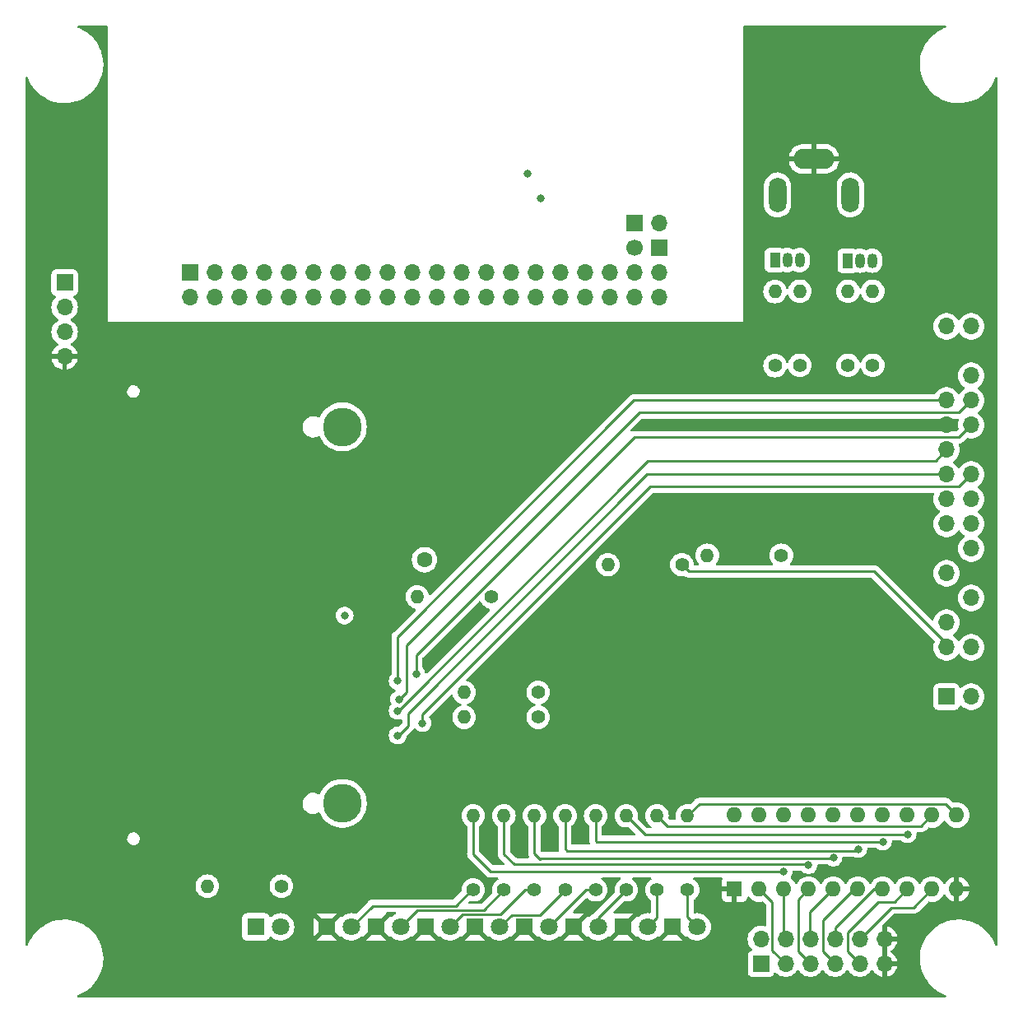
<source format=gbl>
G04 #@! TF.GenerationSoftware,KiCad,Pcbnew,7.0.5*
G04 #@! TF.CreationDate,2023-12-17T09:41:48+13:00*
G04 #@! TF.ProjectId,CompactFlash,436f6d70-6163-4744-966c-6173682e6b69,2*
G04 #@! TF.SameCoordinates,Original*
G04 #@! TF.FileFunction,Copper,L4,Bot*
G04 #@! TF.FilePolarity,Positive*
%FSLAX46Y46*%
G04 Gerber Fmt 4.6, Leading zero omitted, Abs format (unit mm)*
G04 Created by KiCad (PCBNEW 7.0.5) date 2023-12-17 09:41:48*
%MOMM*%
%LPD*%
G01*
G04 APERTURE LIST*
G04 #@! TA.AperFunction,ComponentPad*
%ADD10C,1.400000*%
G04 #@! TD*
G04 #@! TA.AperFunction,ComponentPad*
%ADD11O,1.400000X1.400000*%
G04 #@! TD*
G04 #@! TA.AperFunction,ComponentPad*
%ADD12R,1.700000X1.700000*%
G04 #@! TD*
G04 #@! TA.AperFunction,ComponentPad*
%ADD13O,1.700000X1.700000*%
G04 #@! TD*
G04 #@! TA.AperFunction,ComponentPad*
%ADD14O,1.800000X3.600000*%
G04 #@! TD*
G04 #@! TA.AperFunction,ComponentPad*
%ADD15O,4.200000X2.100000*%
G04 #@! TD*
G04 #@! TA.AperFunction,ComponentPad*
%ADD16C,3.990000*%
G04 #@! TD*
G04 #@! TA.AperFunction,ComponentPad*
%ADD17R,1.600000X1.600000*%
G04 #@! TD*
G04 #@! TA.AperFunction,ComponentPad*
%ADD18O,1.600000X1.600000*%
G04 #@! TD*
G04 #@! TA.AperFunction,ComponentPad*
%ADD19R,1.050000X1.500000*%
G04 #@! TD*
G04 #@! TA.AperFunction,ComponentPad*
%ADD20O,1.050000X1.500000*%
G04 #@! TD*
G04 #@! TA.AperFunction,ComponentPad*
%ADD21R,1.800000X1.800000*%
G04 #@! TD*
G04 #@! TA.AperFunction,ComponentPad*
%ADD22C,1.800000*%
G04 #@! TD*
G04 #@! TA.AperFunction,ComponentPad*
%ADD23C,1.700000*%
G04 #@! TD*
G04 #@! TA.AperFunction,ComponentPad*
%ADD24C,1.600000*%
G04 #@! TD*
G04 #@! TA.AperFunction,ViaPad*
%ADD25C,0.800000*%
G04 #@! TD*
G04 #@! TA.AperFunction,Conductor*
%ADD26C,0.250000*%
G04 #@! TD*
G04 APERTURE END LIST*
D10*
X168668650Y-98759749D03*
D11*
X161048650Y-98759749D03*
D12*
X176802277Y-139807976D03*
D13*
X176802277Y-137267976D03*
X179342277Y-139807976D03*
X179342277Y-137267976D03*
X181882277Y-139807976D03*
X181882277Y-137267976D03*
X184422277Y-139807976D03*
X184422277Y-137267976D03*
X186962277Y-139807976D03*
X186962277Y-137267976D03*
X189502277Y-139807976D03*
X189502277Y-137267976D03*
D10*
X180784450Y-78261949D03*
D11*
X180784450Y-70641949D03*
D14*
X186008877Y-60720176D03*
X178508877Y-60720176D03*
D15*
X182258877Y-57020176D03*
D16*
X133745750Y-123321549D03*
X133745750Y-84581549D03*
D17*
X174078850Y-132135349D03*
D18*
X176618850Y-132135349D03*
X179158850Y-132135349D03*
X181698850Y-132135349D03*
X184238850Y-132135349D03*
X186778850Y-132135349D03*
X189318850Y-132135349D03*
X191858850Y-132135349D03*
X194398850Y-132135349D03*
X196938850Y-132135349D03*
X196938850Y-124515349D03*
X194398850Y-124515349D03*
X191858850Y-124515349D03*
X189318850Y-124515349D03*
X186778850Y-124515349D03*
X184238850Y-124515349D03*
X181698850Y-124515349D03*
X179158850Y-124515349D03*
X176618850Y-124515349D03*
X174078850Y-124515349D03*
D19*
X185712050Y-67492349D03*
D20*
X186982050Y-67492349D03*
X188252050Y-67492349D03*
D21*
X132138050Y-136015949D03*
D22*
X134678050Y-136015949D03*
D10*
X127469850Y-131830549D03*
D11*
X119849850Y-131830549D03*
D21*
X162618050Y-136015949D03*
D22*
X165158050Y-136015949D03*
D10*
X156652850Y-132211549D03*
D11*
X156652850Y-124591549D03*
D10*
X159802850Y-132211549D03*
D11*
X159802850Y-124591549D03*
D10*
X169252850Y-132211549D03*
D11*
X169252850Y-124591549D03*
D12*
X118053250Y-68711549D03*
D13*
X118053250Y-71251549D03*
X120593250Y-68711549D03*
X120593250Y-71251549D03*
X123133250Y-68711549D03*
X123133250Y-71251549D03*
X125673250Y-68711549D03*
X125673250Y-71251549D03*
X128213250Y-68711549D03*
X128213250Y-71251549D03*
X130753250Y-68711549D03*
X130753250Y-71251549D03*
X133293250Y-68711549D03*
X133293250Y-71251549D03*
X135833250Y-68711549D03*
X135833250Y-71251549D03*
X138373250Y-68711549D03*
X138373250Y-71251549D03*
X140913250Y-68711549D03*
X140913250Y-71251549D03*
X143453250Y-68711549D03*
X143453250Y-71251549D03*
X145993250Y-68711549D03*
X145993250Y-71251549D03*
X148533250Y-68711549D03*
X148533250Y-71251549D03*
X151073250Y-68711549D03*
X151073250Y-71251549D03*
X153613250Y-68711549D03*
X153613250Y-71251549D03*
X156153250Y-68711549D03*
X156153250Y-71251549D03*
X158693250Y-68711549D03*
X158693250Y-71251549D03*
X161233250Y-68711549D03*
X161233250Y-71251549D03*
X163773250Y-68711549D03*
X163773250Y-71251549D03*
X166313250Y-68711549D03*
X166313250Y-71251549D03*
D12*
X166313250Y-66171549D03*
D23*
X163773250Y-66171549D03*
D12*
X163773250Y-63631549D03*
D13*
X166313250Y-63631549D03*
D10*
X147202850Y-132211549D03*
D11*
X147202850Y-124591549D03*
D21*
X152458050Y-136015949D03*
D22*
X154998050Y-136015949D03*
D21*
X124848250Y-136015949D03*
D22*
X127388250Y-136015949D03*
D10*
X149059850Y-102061749D03*
D11*
X141439850Y-102061749D03*
D21*
X142298050Y-136015949D03*
D22*
X144838050Y-136015949D03*
D12*
X195898677Y-112341376D03*
D13*
X198438677Y-112341376D03*
X195898677Y-109801376D03*
X198438677Y-109801376D03*
X195898677Y-107261376D03*
X198438677Y-107261376D03*
X195898677Y-104721376D03*
X198438677Y-104721376D03*
X195898677Y-102181376D03*
X198438677Y-102181376D03*
X195898677Y-99641376D03*
X198438677Y-99641376D03*
X195898677Y-97101376D03*
X198438677Y-97101376D03*
X195898677Y-94561376D03*
X198438677Y-94561376D03*
X195898677Y-92021376D03*
X198438677Y-92021376D03*
X195898677Y-89481376D03*
X198438677Y-89481376D03*
X195898677Y-86941376D03*
X198438677Y-86941376D03*
X195898677Y-84401376D03*
X198438677Y-84401376D03*
X195898677Y-81861376D03*
X198438677Y-81861376D03*
X195898677Y-79321376D03*
X198438677Y-79321376D03*
X195898677Y-76781376D03*
X198438677Y-76781376D03*
X195898677Y-74241376D03*
X198438677Y-74241376D03*
D10*
X185762850Y-78257549D03*
D11*
X185762850Y-70637549D03*
D10*
X178904850Y-97794549D03*
D11*
X171284850Y-97794549D03*
D21*
X157538050Y-136015949D03*
D22*
X160078050Y-136015949D03*
D10*
X178244450Y-78287349D03*
D11*
X178244450Y-70667349D03*
D10*
X153502850Y-132211549D03*
D11*
X153502850Y-124591549D03*
D10*
X153885850Y-114456949D03*
D11*
X146265850Y-114456949D03*
D21*
X147378050Y-136015949D03*
D22*
X149918050Y-136015949D03*
D12*
X105169877Y-69744176D03*
D13*
X105169877Y-72284176D03*
X105169877Y-74824176D03*
X105169877Y-77364176D03*
D24*
X142201850Y-98251749D03*
X144701850Y-98251749D03*
D21*
X167698050Y-136015949D03*
D22*
X170238050Y-136015949D03*
D10*
X162952850Y-132211549D03*
D11*
X162952850Y-124591549D03*
D10*
X188302850Y-78257549D03*
D11*
X188302850Y-70637549D03*
D10*
X166102850Y-132211549D03*
D11*
X166102850Y-124591549D03*
D19*
X178244450Y-67441549D03*
D20*
X179514450Y-67441549D03*
X180784450Y-67441549D03*
D10*
X153885850Y-111916949D03*
D11*
X146265850Y-111916949D03*
D10*
X150352850Y-132211549D03*
D11*
X150352850Y-124591549D03*
D21*
X137218050Y-136015949D03*
D22*
X139758050Y-136015949D03*
D25*
X133972250Y-103992149D03*
X133667450Y-98556549D03*
X140398450Y-97376049D03*
X133794450Y-102366549D03*
X133743650Y-101091549D03*
X143675050Y-107802149D03*
X140322250Y-98556549D03*
X133667450Y-97337349D03*
X133718250Y-99821549D03*
X133769050Y-108716549D03*
X133769050Y-107446549D03*
X139585650Y-112616049D03*
X139433250Y-110723149D03*
X141338250Y-109986549D03*
X139433250Y-113796549D03*
X141973250Y-115066549D03*
X139433250Y-116336549D03*
X179158850Y-130306549D03*
X181698850Y-129671549D03*
X184264250Y-128909549D03*
X186804250Y-128020549D03*
X189344250Y-127258549D03*
X191884250Y-126496549D03*
X154182350Y-61116949D03*
X152768250Y-58526149D03*
D26*
X197186704Y-83113349D02*
X198438677Y-81861376D01*
X164274450Y-83113349D02*
X197186704Y-83113349D01*
X140322250Y-107065549D02*
X164274450Y-83113349D01*
X140322250Y-111879449D02*
X140322250Y-107065549D01*
X139585650Y-112616049D02*
X140322250Y-111879449D01*
X163748423Y-81861376D02*
X195898677Y-81861376D01*
X139433250Y-110723149D02*
X139433250Y-106176549D01*
X139433250Y-106176549D02*
X163748423Y-81861376D01*
X197186704Y-85653349D02*
X198438677Y-84401376D01*
X141338250Y-108081549D02*
X163766450Y-85653349D01*
X163766450Y-85653349D02*
X197186704Y-85653349D01*
X141338250Y-109986549D02*
X141338250Y-108081549D01*
X194748304Y-88091749D02*
X195898677Y-86941376D01*
X139433250Y-113796549D02*
X139458650Y-113796549D01*
X139458650Y-113796549D02*
X165163450Y-88091749D01*
X165163450Y-88091749D02*
X194748304Y-88091749D01*
X141973250Y-114177549D02*
X165417450Y-90733349D01*
X165417450Y-90733349D02*
X197186704Y-90733349D01*
X141973250Y-115066549D02*
X141973250Y-114177549D01*
X197186704Y-90733349D02*
X198438677Y-89481376D01*
X139509450Y-116336549D02*
X140525450Y-115320549D01*
X139433250Y-116336549D02*
X139509450Y-116336549D01*
X140525450Y-115320549D02*
X140525450Y-114050549D01*
X165094623Y-89481376D02*
X195898677Y-89481376D01*
X140525450Y-114050549D02*
X165094623Y-89481376D01*
X188429850Y-99445549D02*
X169354450Y-99445549D01*
X195898677Y-107261376D02*
X195898677Y-106914376D01*
X169354450Y-99445549D02*
X168668650Y-98759749D01*
X195898677Y-106914376D02*
X188429850Y-99445549D01*
X177977277Y-138442976D02*
X179342277Y-139807976D01*
X176618850Y-132135349D02*
X177977277Y-133493776D01*
X177977277Y-133493776D02*
X177977277Y-138442976D01*
X179158850Y-137084549D02*
X179342277Y-137267976D01*
X179158850Y-132135349D02*
X179158850Y-137084549D01*
X181698850Y-132135349D02*
X180606650Y-133227549D01*
X180606650Y-133227549D02*
X180606650Y-138532349D01*
X180606650Y-138532349D02*
X181882277Y-139807976D01*
X181851250Y-134522949D02*
X181851250Y-137236949D01*
X184238850Y-132135349D02*
X181851250Y-134522949D01*
X181851250Y-137236949D02*
X181882277Y-137267976D01*
X186372450Y-132135349D02*
X183197450Y-135310349D01*
X186778850Y-132135349D02*
X186372450Y-132135349D01*
X183197450Y-135310349D02*
X183197450Y-138583149D01*
X183197450Y-138583149D02*
X184422277Y-139807976D01*
X188404450Y-132135349D02*
X184422277Y-136117522D01*
X189318850Y-132135349D02*
X188404450Y-132135349D01*
X184422277Y-136117522D02*
X184422277Y-137267976D01*
X185686650Y-136631149D02*
X185686650Y-138532349D01*
X188836250Y-133481549D02*
X185686650Y-136631149D01*
X185686650Y-138532349D02*
X186962277Y-139807976D01*
X190512650Y-133481549D02*
X188836250Y-133481549D01*
X191858850Y-132135349D02*
X190512650Y-133481549D01*
X190197149Y-134033104D02*
X186962277Y-137267976D01*
X192501095Y-134033104D02*
X190197149Y-134033104D01*
X194398850Y-132135349D02*
X192501095Y-134033104D01*
X147202850Y-132211549D02*
X147053250Y-132211549D01*
X147053250Y-132211549D02*
X145413250Y-133851549D01*
X145413250Y-133851549D02*
X136842450Y-133851549D01*
X136842450Y-133851549D02*
X134678050Y-136015949D01*
X150352850Y-132211549D02*
X148262850Y-134301549D01*
X148262850Y-134301549D02*
X141472450Y-134301549D01*
X141472450Y-134301549D02*
X139758050Y-136015949D01*
X152512901Y-132211549D02*
X149972901Y-134751549D01*
X146102450Y-134751549D02*
X144838050Y-136015949D01*
X149972901Y-134751549D02*
X146102450Y-134751549D01*
X153502850Y-132211549D02*
X152512901Y-132211549D01*
X154073450Y-134790949D02*
X151143050Y-134790949D01*
X156652850Y-132211549D02*
X154073450Y-134790949D01*
X151143050Y-134790949D02*
X149918050Y-136015949D01*
X159802850Y-132211549D02*
X158802450Y-132211549D01*
X158802450Y-132211549D02*
X154998050Y-136015949D01*
X160078050Y-135086349D02*
X160078050Y-136015949D01*
X162952850Y-132211549D02*
X160078050Y-135086349D01*
X166102850Y-135071149D02*
X165158050Y-136015949D01*
X166102850Y-132211549D02*
X166102850Y-135071149D01*
X169252850Y-135030749D02*
X170238050Y-136015949D01*
X169252850Y-132211549D02*
X169252850Y-135030749D01*
X179158850Y-130306549D02*
X148958250Y-130306549D01*
X147202850Y-128551149D02*
X147202850Y-124591549D01*
X148958250Y-130306549D02*
X147202850Y-128551149D01*
X151408250Y-129581549D02*
X150352850Y-128526149D01*
X150352850Y-128526149D02*
X150352850Y-124591549D01*
X181608850Y-129581549D02*
X151408250Y-129581549D01*
X181698850Y-129671549D02*
X181608850Y-129581549D01*
X154128250Y-128946549D02*
X154038250Y-129036549D01*
X184227250Y-128946549D02*
X154128250Y-128946549D01*
X184264250Y-128909549D02*
X184227250Y-128946549D01*
X154038250Y-129036549D02*
X153502850Y-128501149D01*
X153502850Y-128501149D02*
X153502850Y-124591549D01*
X186640250Y-128184549D02*
X186804250Y-128020549D01*
X156652850Y-127968149D02*
X156869250Y-128184549D01*
X156652850Y-124591549D02*
X156652850Y-127968149D01*
X156869250Y-128184549D02*
X186640250Y-128184549D01*
X159802850Y-127181149D02*
X159880250Y-127258549D01*
X159880250Y-127258549D02*
X189344250Y-127258549D01*
X159802850Y-124591549D02*
X159802850Y-127181149D01*
X164857850Y-126496549D02*
X191884250Y-126496549D01*
X162952850Y-124591549D02*
X164857850Y-126496549D01*
X193273850Y-125640349D02*
X194398850Y-124515349D01*
X166102850Y-124591549D02*
X167151650Y-125640349D01*
X167151650Y-125640349D02*
X193273850Y-125640349D01*
X169252850Y-124591549D02*
X170454050Y-123390349D01*
X195813850Y-123390349D02*
X196938850Y-124515349D01*
X170454050Y-123390349D02*
X195813850Y-123390349D01*
G04 #@! TA.AperFunction,Conductor*
G36*
X189752277Y-139372474D02*
G01*
X189644592Y-139323296D01*
X189538040Y-139307976D01*
X189466514Y-139307976D01*
X189359962Y-139323296D01*
X189252277Y-139372474D01*
X189252277Y-137703477D01*
X189359962Y-137752656D01*
X189466514Y-137767976D01*
X189538040Y-137767976D01*
X189644592Y-137752656D01*
X189752277Y-137703477D01*
X189752277Y-139372474D01*
G37*
G04 #@! TD.AperFunction*
G04 #@! TA.AperFunction,Conductor*
G36*
X139205402Y-134504734D02*
G01*
X139251157Y-134557538D01*
X139261101Y-134626696D01*
X139232076Y-134690252D01*
X139194242Y-134718129D01*
X139194833Y-134719221D01*
X138985038Y-134832755D01*
X138985035Y-134832757D01*
X138800831Y-134976130D01*
X138800826Y-134976134D01*
X138794396Y-134983119D01*
X138734507Y-135019106D01*
X138664669Y-135017001D01*
X138624634Y-134989534D01*
X138602772Y-134984778D01*
X137662499Y-135925051D01*
X137661723Y-135914684D01*
X137612163Y-135788408D01*
X137527585Y-135682350D01*
X137415503Y-135605933D01*
X137307749Y-135572695D01*
X138250522Y-134629923D01*
X138255113Y-134565718D01*
X138296984Y-134509783D01*
X138362447Y-134485365D01*
X138371296Y-134485049D01*
X139138363Y-134485049D01*
X139205402Y-134504734D01*
G37*
G04 #@! TD.AperFunction*
G04 #@! TA.AperFunction,Conductor*
G36*
X162335548Y-130959734D02*
G01*
X162381303Y-131012538D01*
X162391247Y-131081696D01*
X162362222Y-131145252D01*
X162339635Y-131165621D01*
X162278455Y-131208459D01*
X162173071Y-131282249D01*
X162023550Y-131431770D01*
X161902261Y-131604990D01*
X161902260Y-131604992D01*
X161812895Y-131796637D01*
X161812891Y-131796646D01*
X161758165Y-132000888D01*
X161758163Y-132000899D01*
X161739734Y-132211547D01*
X161739734Y-132211550D01*
X161758163Y-132422198D01*
X161758165Y-132422208D01*
X161758259Y-132422558D01*
X161758255Y-132422718D01*
X161759105Y-132427538D01*
X161758136Y-132427708D01*
X161756594Y-132492407D01*
X161726164Y-132542329D01*
X159689229Y-134579263D01*
X159676870Y-134589167D01*
X159677043Y-134589376D01*
X159671031Y-134594349D01*
X159623723Y-134644726D01*
X159622370Y-134646122D01*
X159601923Y-134666570D01*
X159601907Y-134666588D01*
X159599599Y-134669563D01*
X159542946Y-134710456D01*
X159541905Y-134710818D01*
X159510330Y-134721658D01*
X159510321Y-134721662D01*
X159305038Y-134832755D01*
X159305035Y-134832757D01*
X159120831Y-134976130D01*
X159120826Y-134976134D01*
X159114396Y-134983119D01*
X159054507Y-135019106D01*
X158984669Y-135017001D01*
X158944634Y-134989534D01*
X158922772Y-134984778D01*
X157982499Y-135925051D01*
X157981723Y-135914684D01*
X157932163Y-135788408D01*
X157847585Y-135682350D01*
X157735503Y-135605933D01*
X157627749Y-135572695D01*
X158569220Y-134631225D01*
X158545423Y-134622350D01*
X158485894Y-134615949D01*
X157593315Y-134615949D01*
X157526276Y-134596264D01*
X157480521Y-134543460D01*
X157470577Y-134474302D01*
X157499602Y-134410746D01*
X157505634Y-134404268D01*
X158153722Y-133756180D01*
X158808383Y-133101518D01*
X158869704Y-133068035D01*
X158939396Y-133073019D01*
X158983743Y-133101520D01*
X159023071Y-133140848D01*
X159023074Y-133140850D01*
X159196292Y-133262138D01*
X159387940Y-133351505D01*
X159387946Y-133351506D01*
X159387947Y-133351507D01*
X159404704Y-133355997D01*
X159592195Y-133406235D01*
X159742662Y-133419399D01*
X159802848Y-133424665D01*
X159802850Y-133424665D01*
X159802852Y-133424665D01*
X159858777Y-133419772D01*
X160013505Y-133406235D01*
X160217760Y-133351505D01*
X160409408Y-133262138D01*
X160582626Y-133140850D01*
X160732151Y-132991325D01*
X160853439Y-132818107D01*
X160942806Y-132626459D01*
X160997536Y-132422204D01*
X161015966Y-132211549D01*
X160997536Y-132000894D01*
X160942806Y-131796639D01*
X160853439Y-131604991D01*
X160762626Y-131475296D01*
X160732149Y-131431770D01*
X160582628Y-131282249D01*
X160499426Y-131223991D01*
X160416066Y-131165622D01*
X160372443Y-131111048D01*
X160365249Y-131041549D01*
X160396771Y-130979194D01*
X160457001Y-130943780D01*
X160487191Y-130940049D01*
X162268509Y-130940049D01*
X162335548Y-130959734D01*
G37*
G04 #@! TD.AperFunction*
G04 #@! TA.AperFunction,Conductor*
G36*
X165485548Y-130959734D02*
G01*
X165531303Y-131012538D01*
X165541247Y-131081696D01*
X165512222Y-131145252D01*
X165489635Y-131165621D01*
X165428455Y-131208459D01*
X165323071Y-131282249D01*
X165173550Y-131431770D01*
X165052261Y-131604990D01*
X165052260Y-131604992D01*
X164962895Y-131796637D01*
X164962891Y-131796646D01*
X164908165Y-132000888D01*
X164908163Y-132000899D01*
X164889734Y-132211547D01*
X164889734Y-132211550D01*
X164908163Y-132422198D01*
X164908165Y-132422209D01*
X164962891Y-132626451D01*
X164962893Y-132626455D01*
X164962894Y-132626459D01*
X164991391Y-132687571D01*
X165052260Y-132818105D01*
X165052261Y-132818107D01*
X165173550Y-132991327D01*
X165323071Y-133140848D01*
X165416473Y-133206248D01*
X165460098Y-133260824D01*
X165469350Y-133307823D01*
X165469350Y-134493513D01*
X165449665Y-134560552D01*
X165396861Y-134606307D01*
X165327703Y-134616251D01*
X165324941Y-134615822D01*
X165274762Y-134607449D01*
X165041338Y-134607449D01*
X165008696Y-134612896D01*
X164811095Y-134645869D01*
X164590330Y-134721659D01*
X164590316Y-134721665D01*
X164385038Y-134832755D01*
X164385035Y-134832757D01*
X164200831Y-134976130D01*
X164200826Y-134976134D01*
X164194396Y-134983119D01*
X164134507Y-135019106D01*
X164064669Y-135017001D01*
X164024634Y-134989534D01*
X164002772Y-134984778D01*
X163062499Y-135925051D01*
X163061723Y-135914684D01*
X163012163Y-135788408D01*
X162927585Y-135682350D01*
X162815503Y-135605933D01*
X162707749Y-135572695D01*
X163649220Y-134631225D01*
X163625423Y-134622350D01*
X163565894Y-134615949D01*
X161743715Y-134615949D01*
X161676676Y-134596264D01*
X161630921Y-134543460D01*
X161620977Y-134474302D01*
X161650002Y-134410746D01*
X161656034Y-134404268D01*
X162124035Y-133936267D01*
X162622069Y-133438232D01*
X162683390Y-133404749D01*
X162736730Y-133406020D01*
X162736858Y-133405294D01*
X162741640Y-133406137D01*
X162741847Y-133406141D01*
X162742195Y-133406235D01*
X162908376Y-133420774D01*
X162952848Y-133424665D01*
X162952850Y-133424665D01*
X162952852Y-133424665D01*
X163008777Y-133419772D01*
X163163505Y-133406235D01*
X163367760Y-133351505D01*
X163559408Y-133262138D01*
X163732626Y-133140850D01*
X163882151Y-132991325D01*
X164003439Y-132818107D01*
X164092806Y-132626459D01*
X164147536Y-132422204D01*
X164165966Y-132211549D01*
X164147536Y-132000894D01*
X164092806Y-131796639D01*
X164003439Y-131604991D01*
X163912626Y-131475296D01*
X163882149Y-131431770D01*
X163732628Y-131282249D01*
X163649426Y-131223991D01*
X163566066Y-131165622D01*
X163522443Y-131111048D01*
X163515249Y-131041549D01*
X163546771Y-130979194D01*
X163607001Y-130943780D01*
X163637191Y-130940049D01*
X165418509Y-130940049D01*
X165485548Y-130959734D01*
G37*
G04 #@! TD.AperFunction*
G04 #@! TA.AperFunction,Conductor*
G36*
X147899975Y-102518240D02*
G01*
X147955908Y-102560112D01*
X147969023Y-102582017D01*
X148009260Y-102668305D01*
X148009261Y-102668307D01*
X148130550Y-102841527D01*
X148280071Y-102991048D01*
X148280074Y-102991050D01*
X148453292Y-103112338D01*
X148644940Y-103201705D01*
X148841797Y-103254452D01*
X148901457Y-103290817D01*
X148931986Y-103353664D01*
X148923691Y-103423039D01*
X148897384Y-103461908D01*
X142447088Y-109912204D01*
X142385765Y-109945689D01*
X142316073Y-109940705D01*
X142260140Y-109898833D01*
X142236087Y-109837486D01*
X142231792Y-109796621D01*
X142172777Y-109614993D01*
X142077290Y-109449605D01*
X142077286Y-109449599D01*
X142003600Y-109367762D01*
X141973370Y-109304770D01*
X141971750Y-109284790D01*
X141971750Y-108395314D01*
X141991435Y-108328275D01*
X142008064Y-108307638D01*
X147768962Y-102546739D01*
X147830283Y-102513256D01*
X147899975Y-102518240D01*
G37*
G04 #@! TD.AperFunction*
G04 #@! TA.AperFunction,Conductor*
G36*
X197119577Y-83766534D02*
G01*
X197165332Y-83819338D01*
X197175276Y-83888496D01*
X197166094Y-83920655D01*
X197152735Y-83951112D01*
X197149380Y-83958762D01*
X197094113Y-84177004D01*
X197094111Y-84177016D01*
X197075521Y-84401370D01*
X197075521Y-84401381D01*
X197094112Y-84625740D01*
X197122138Y-84736413D01*
X197119513Y-84806233D01*
X197089615Y-84854531D01*
X196960616Y-84983531D01*
X196899296Y-85017015D01*
X196872937Y-85019849D01*
X163850082Y-85019849D01*
X163834330Y-85018109D01*
X163834305Y-85018381D01*
X163826543Y-85017646D01*
X163757447Y-85019818D01*
X163755499Y-85019849D01*
X163726594Y-85019849D01*
X163726591Y-85019849D01*
X163726579Y-85019850D01*
X163719587Y-85020733D01*
X163713770Y-85021190D01*
X163666561Y-85022674D01*
X163666559Y-85022675D01*
X163646946Y-85028372D01*
X163627909Y-85032314D01*
X163607658Y-85034873D01*
X163607653Y-85034875D01*
X163570365Y-85049637D01*
X163500787Y-85056011D01*
X163438808Y-85023756D01*
X163404106Y-84963114D01*
X163407699Y-84893336D01*
X163437039Y-84846664D01*
X164500535Y-83783168D01*
X164561859Y-83749683D01*
X164588217Y-83746849D01*
X197052538Y-83746849D01*
X197119577Y-83766534D01*
G37*
G04 #@! TD.AperFunction*
G04 #@! TA.AperFunction,Conductor*
G36*
X195805365Y-43304026D02*
G01*
X195851154Y-43356801D01*
X195861142Y-43425953D01*
X195832158Y-43489527D01*
X195780804Y-43524907D01*
X195596401Y-43592025D01*
X195236635Y-43765280D01*
X194895914Y-43973490D01*
X194895903Y-43973498D01*
X194577614Y-44214593D01*
X194577603Y-44214602D01*
X194284881Y-44486208D01*
X194020663Y-44785605D01*
X193787576Y-45109811D01*
X193787563Y-45109831D01*
X193587915Y-45455631D01*
X193423681Y-45819610D01*
X193296506Y-46198127D01*
X193296505Y-46198131D01*
X193207650Y-46587428D01*
X193157997Y-46983652D01*
X193148042Y-47382819D01*
X193148042Y-47382830D01*
X193177883Y-47781025D01*
X193177885Y-47781039D01*
X193247224Y-48174281D01*
X193355371Y-48558660D01*
X193355375Y-48558673D01*
X193501253Y-48930365D01*
X193501258Y-48930377D01*
X193501259Y-48930378D01*
X193683430Y-49285715D01*
X193900076Y-49621149D01*
X194149044Y-49933345D01*
X194427859Y-50219200D01*
X194733751Y-50475874D01*
X195063679Y-50700815D01*
X195414365Y-50891788D01*
X195782322Y-51046895D01*
X195782332Y-51046898D01*
X195782337Y-51046900D01*
X196163890Y-51164594D01*
X196163903Y-51164597D01*
X196555276Y-51243714D01*
X196555291Y-51243717D01*
X196952620Y-51283476D01*
X197252024Y-51283476D01*
X197252041Y-51283476D01*
X197551094Y-51268551D01*
X197945947Y-51209036D01*
X198332913Y-51110503D01*
X198708144Y-50973930D01*
X199067913Y-50800674D01*
X199408644Y-50592458D01*
X199726949Y-50351351D01*
X200019667Y-50079749D01*
X200283887Y-49780351D01*
X200516983Y-49456134D01*
X200716640Y-49110318D01*
X200880872Y-48746342D01*
X200910234Y-48658949D01*
X200950244Y-48601671D01*
X201014871Y-48575115D01*
X201083595Y-48587716D01*
X201134597Y-48635471D01*
X201151777Y-48698442D01*
X201151776Y-137868136D01*
X201132091Y-137935175D01*
X201079287Y-137980930D01*
X201010129Y-137990874D01*
X200946573Y-137961849D01*
X200912349Y-137913442D01*
X200803295Y-137635574D01*
X200621124Y-137280237D01*
X200404478Y-136944803D01*
X200155510Y-136632607D01*
X199876695Y-136346752D01*
X199570803Y-136090078D01*
X199412195Y-135981941D01*
X199240874Y-135865136D01*
X199107456Y-135792481D01*
X198890189Y-135674164D01*
X198890181Y-135674160D01*
X198890178Y-135674159D01*
X198649614Y-135572753D01*
X198522232Y-135519057D01*
X198522227Y-135519055D01*
X198522216Y-135519051D01*
X198140663Y-135401357D01*
X198140650Y-135401354D01*
X197749277Y-135322237D01*
X197749257Y-135322234D01*
X197351934Y-135282476D01*
X197052513Y-135282476D01*
X197052498Y-135282476D01*
X196753465Y-135297400D01*
X196753452Y-135297401D01*
X196358607Y-135356916D01*
X195971639Y-135455449D01*
X195596401Y-135592025D01*
X195236635Y-135765280D01*
X194895914Y-135973490D01*
X194895903Y-135973498D01*
X194577614Y-136214593D01*
X194577603Y-136214602D01*
X194284881Y-136486208D01*
X194020663Y-136785605D01*
X193787576Y-137109811D01*
X193787563Y-137109831D01*
X193587915Y-137455631D01*
X193423681Y-137819610D01*
X193296506Y-138198127D01*
X193296505Y-138198131D01*
X193207650Y-138587428D01*
X193157997Y-138983652D01*
X193148042Y-139382819D01*
X193148042Y-139382830D01*
X193177883Y-139781025D01*
X193177885Y-139781039D01*
X193247224Y-140174281D01*
X193355371Y-140558660D01*
X193355375Y-140558673D01*
X193501253Y-140930365D01*
X193501258Y-140930377D01*
X193683425Y-141285706D01*
X193683430Y-141285715D01*
X193900076Y-141621149D01*
X194149044Y-141933345D01*
X194427859Y-142219200D01*
X194733751Y-142475874D01*
X195063679Y-142700815D01*
X195414365Y-142891788D01*
X195738748Y-143028527D01*
X195775960Y-143044213D01*
X195830089Y-143088392D01*
X195851740Y-143154823D01*
X195834039Y-143222413D01*
X195782606Y-143269704D01*
X195727794Y-143282476D01*
X106563660Y-143282476D01*
X106496621Y-143262791D01*
X106450866Y-143209987D01*
X106440922Y-143140829D01*
X106469947Y-143077273D01*
X106521248Y-143041954D01*
X106708144Y-142973930D01*
X107067913Y-142800674D01*
X107408644Y-142592458D01*
X107726949Y-142351351D01*
X108019667Y-142079749D01*
X108283887Y-141780351D01*
X108516983Y-141456134D01*
X108716640Y-141110318D01*
X108880872Y-140746342D01*
X109008048Y-140367822D01*
X109096904Y-139978520D01*
X109146556Y-139582306D01*
X109151526Y-139383024D01*
X109156511Y-139183132D01*
X109156511Y-139183117D01*
X109141563Y-138983652D01*
X109126670Y-138784920D01*
X109057330Y-138391673D01*
X108949180Y-138007284D01*
X108920879Y-137935175D01*
X108803300Y-137635586D01*
X108803295Y-137635574D01*
X108729865Y-137492344D01*
X108621124Y-137280237D01*
X108417266Y-136964603D01*
X123439750Y-136964603D01*
X123446261Y-137025151D01*
X123446261Y-137025153D01*
X123497361Y-137162153D01*
X123584989Y-137279210D01*
X123702046Y-137366838D01*
X123753499Y-137386029D01*
X123833713Y-137415948D01*
X123839049Y-137417938D01*
X123866300Y-137420867D01*
X123899595Y-137424448D01*
X123899612Y-137424449D01*
X125796888Y-137424449D01*
X125796904Y-137424448D01*
X125823942Y-137421540D01*
X125857451Y-137417938D01*
X125862787Y-137415948D01*
X125879948Y-137409547D01*
X125994454Y-137366838D01*
X126111511Y-137279210D01*
X126199139Y-137162153D01*
X126223647Y-137096444D01*
X126265518Y-137040512D01*
X126330983Y-137016096D01*
X126399255Y-137030948D01*
X126426974Y-137052605D01*
X126427260Y-137052296D01*
X126431024Y-137055760D01*
X126431030Y-137055767D01*
X126615233Y-137199139D01*
X126615235Y-137199140D01*
X126615238Y-137199142D01*
X126734581Y-137263726D01*
X126820523Y-137310236D01*
X126906829Y-137339865D01*
X127041295Y-137386028D01*
X127041297Y-137386028D01*
X127041299Y-137386029D01*
X127271538Y-137424449D01*
X127271539Y-137424449D01*
X127504961Y-137424449D01*
X127504962Y-137424449D01*
X127735201Y-137386029D01*
X127955977Y-137310236D01*
X128161267Y-137199139D01*
X128345470Y-137055767D01*
X128430138Y-136963793D01*
X130738050Y-136963793D01*
X130744451Y-137023322D01*
X130753326Y-137047119D01*
X131693600Y-136106845D01*
X131694377Y-136117214D01*
X131743937Y-136243490D01*
X131828515Y-136349548D01*
X131940597Y-136425965D01*
X132048349Y-136459202D01*
X131106879Y-137400671D01*
X131130673Y-137409546D01*
X131130677Y-137409547D01*
X131190205Y-137415948D01*
X131190222Y-137415949D01*
X133085878Y-137415949D01*
X133085894Y-137415948D01*
X133145425Y-137409547D01*
X133169220Y-137400672D01*
X133169220Y-137400671D01*
X132226281Y-136457733D01*
X132272188Y-136450814D01*
X132394407Y-136391956D01*
X132493848Y-136299689D01*
X132561675Y-136182209D01*
X132579549Y-136103895D01*
X133522772Y-137047119D01*
X133541754Y-137042990D01*
X133548857Y-137033502D01*
X133614320Y-137009082D01*
X133682594Y-137023931D01*
X133714398Y-137048780D01*
X133720830Y-137055767D01*
X133905033Y-137199139D01*
X133905035Y-137199140D01*
X133905038Y-137199142D01*
X134024381Y-137263726D01*
X134110323Y-137310236D01*
X134196629Y-137339865D01*
X134331095Y-137386028D01*
X134331097Y-137386028D01*
X134331099Y-137386029D01*
X134561338Y-137424449D01*
X134561339Y-137424449D01*
X134794761Y-137424449D01*
X134794762Y-137424449D01*
X135025001Y-137386029D01*
X135245777Y-137310236D01*
X135451067Y-137199139D01*
X135635270Y-137055767D01*
X135641696Y-137048785D01*
X135701579Y-137012796D01*
X135771417Y-137014893D01*
X135811462Y-137042362D01*
X135833326Y-137047119D01*
X136773599Y-136106845D01*
X136774377Y-136117214D01*
X136823937Y-136243490D01*
X136908515Y-136349548D01*
X137020597Y-136425965D01*
X137128349Y-136459202D01*
X136186879Y-137400671D01*
X136210673Y-137409546D01*
X136210677Y-137409547D01*
X136270205Y-137415948D01*
X136270222Y-137415949D01*
X138165878Y-137415949D01*
X138165894Y-137415948D01*
X138225425Y-137409547D01*
X138249220Y-137400672D01*
X138249220Y-137400671D01*
X137306281Y-136457733D01*
X137352188Y-136450814D01*
X137474407Y-136391956D01*
X137573848Y-136299689D01*
X137641675Y-136182209D01*
X137659549Y-136103895D01*
X138602772Y-137047119D01*
X138621754Y-137042990D01*
X138628857Y-137033502D01*
X138694320Y-137009082D01*
X138762594Y-137023931D01*
X138794398Y-137048780D01*
X138800830Y-137055767D01*
X138985033Y-137199139D01*
X138985035Y-137199140D01*
X138985038Y-137199142D01*
X139104381Y-137263726D01*
X139190323Y-137310236D01*
X139276629Y-137339865D01*
X139411095Y-137386028D01*
X139411097Y-137386028D01*
X139411099Y-137386029D01*
X139641338Y-137424449D01*
X139641339Y-137424449D01*
X139874761Y-137424449D01*
X139874762Y-137424449D01*
X140105001Y-137386029D01*
X140325777Y-137310236D01*
X140531067Y-137199139D01*
X140715270Y-137055767D01*
X140721696Y-137048785D01*
X140781579Y-137012796D01*
X140851417Y-137014893D01*
X140891462Y-137042362D01*
X140913326Y-137047119D01*
X141853599Y-136106845D01*
X141854377Y-136117214D01*
X141903937Y-136243490D01*
X141988515Y-136349548D01*
X142100597Y-136425965D01*
X142208349Y-136459202D01*
X141266879Y-137400671D01*
X141290673Y-137409546D01*
X141290677Y-137409547D01*
X141350205Y-137415948D01*
X141350222Y-137415949D01*
X143245878Y-137415949D01*
X143245894Y-137415948D01*
X143305425Y-137409547D01*
X143329220Y-137400672D01*
X143329220Y-137400671D01*
X142386281Y-136457733D01*
X142432188Y-136450814D01*
X142554407Y-136391956D01*
X142653848Y-136299689D01*
X142721675Y-136182209D01*
X142739549Y-136103896D01*
X143682772Y-137047119D01*
X143701754Y-137042990D01*
X143708857Y-137033502D01*
X143774320Y-137009082D01*
X143842594Y-137023931D01*
X143874398Y-137048780D01*
X143880830Y-137055767D01*
X144065033Y-137199139D01*
X144065035Y-137199140D01*
X144065038Y-137199142D01*
X144184381Y-137263726D01*
X144270323Y-137310236D01*
X144356629Y-137339865D01*
X144491095Y-137386028D01*
X144491097Y-137386028D01*
X144491099Y-137386029D01*
X144721338Y-137424449D01*
X144721339Y-137424449D01*
X144954761Y-137424449D01*
X144954762Y-137424449D01*
X145185001Y-137386029D01*
X145405777Y-137310236D01*
X145611067Y-137199139D01*
X145795270Y-137055767D01*
X145801696Y-137048785D01*
X145861579Y-137012796D01*
X145931417Y-137014893D01*
X145971462Y-137042362D01*
X145993326Y-137047119D01*
X146933599Y-136106845D01*
X146934377Y-136117214D01*
X146983937Y-136243490D01*
X147068515Y-136349548D01*
X147180597Y-136425965D01*
X147288349Y-136459202D01*
X146346878Y-137400671D01*
X146370673Y-137409546D01*
X146370677Y-137409547D01*
X146430205Y-137415948D01*
X146430222Y-137415949D01*
X148325878Y-137415949D01*
X148325894Y-137415948D01*
X148385425Y-137409547D01*
X148409220Y-137400672D01*
X148409220Y-137400671D01*
X147466281Y-136457733D01*
X147512188Y-136450814D01*
X147634407Y-136391956D01*
X147733848Y-136299689D01*
X147801675Y-136182209D01*
X147819549Y-136103896D01*
X148762772Y-137047119D01*
X148781754Y-137042990D01*
X148788857Y-137033502D01*
X148854320Y-137009082D01*
X148922594Y-137023931D01*
X148954398Y-137048780D01*
X148960830Y-137055767D01*
X149145033Y-137199139D01*
X149145035Y-137199140D01*
X149145038Y-137199142D01*
X149264381Y-137263726D01*
X149350323Y-137310236D01*
X149436629Y-137339865D01*
X149571095Y-137386028D01*
X149571097Y-137386028D01*
X149571099Y-137386029D01*
X149801338Y-137424449D01*
X149801339Y-137424449D01*
X150034761Y-137424449D01*
X150034762Y-137424449D01*
X150265001Y-137386029D01*
X150485777Y-137310236D01*
X150691067Y-137199139D01*
X150875270Y-137055767D01*
X150881696Y-137048785D01*
X150941579Y-137012796D01*
X151011417Y-137014893D01*
X151051462Y-137042362D01*
X151073326Y-137047119D01*
X152013599Y-136106845D01*
X152014377Y-136117214D01*
X152063937Y-136243490D01*
X152148515Y-136349548D01*
X152260597Y-136425965D01*
X152368349Y-136459202D01*
X151426879Y-137400671D01*
X151450673Y-137409546D01*
X151450677Y-137409547D01*
X151510205Y-137415948D01*
X151510222Y-137415949D01*
X153405878Y-137415949D01*
X153405894Y-137415948D01*
X153465425Y-137409547D01*
X153489220Y-137400672D01*
X153489220Y-137400671D01*
X152546281Y-136457733D01*
X152592188Y-136450814D01*
X152714407Y-136391956D01*
X152813848Y-136299689D01*
X152881675Y-136182209D01*
X152899549Y-136103896D01*
X153842772Y-137047119D01*
X153861754Y-137042990D01*
X153868857Y-137033502D01*
X153934320Y-137009082D01*
X154002594Y-137023931D01*
X154034398Y-137048780D01*
X154040830Y-137055767D01*
X154225033Y-137199139D01*
X154225035Y-137199140D01*
X154225038Y-137199142D01*
X154344381Y-137263726D01*
X154430323Y-137310236D01*
X154516629Y-137339865D01*
X154651095Y-137386028D01*
X154651097Y-137386028D01*
X154651099Y-137386029D01*
X154881338Y-137424449D01*
X154881339Y-137424449D01*
X155114761Y-137424449D01*
X155114762Y-137424449D01*
X155345001Y-137386029D01*
X155565777Y-137310236D01*
X155771067Y-137199139D01*
X155955270Y-137055767D01*
X155961696Y-137048785D01*
X156021579Y-137012796D01*
X156091417Y-137014893D01*
X156131462Y-137042362D01*
X156153326Y-137047119D01*
X157093599Y-136106845D01*
X157094377Y-136117214D01*
X157143937Y-136243490D01*
X157228515Y-136349548D01*
X157340597Y-136425965D01*
X157448349Y-136459202D01*
X156506879Y-137400671D01*
X156530673Y-137409546D01*
X156530677Y-137409547D01*
X156590205Y-137415948D01*
X156590222Y-137415949D01*
X158485878Y-137415949D01*
X158485894Y-137415948D01*
X158545425Y-137409547D01*
X158569220Y-137400672D01*
X158569220Y-137400671D01*
X157626281Y-136457733D01*
X157672188Y-136450814D01*
X157794407Y-136391956D01*
X157893848Y-136299689D01*
X157961675Y-136182209D01*
X157979549Y-136103896D01*
X158922772Y-137047119D01*
X158941754Y-137042990D01*
X158948857Y-137033502D01*
X159014320Y-137009082D01*
X159082594Y-137023931D01*
X159114398Y-137048780D01*
X159120830Y-137055767D01*
X159305033Y-137199139D01*
X159305035Y-137199140D01*
X159305038Y-137199142D01*
X159424381Y-137263726D01*
X159510323Y-137310236D01*
X159596629Y-137339865D01*
X159731095Y-137386028D01*
X159731097Y-137386028D01*
X159731099Y-137386029D01*
X159961338Y-137424449D01*
X159961339Y-137424449D01*
X160194761Y-137424449D01*
X160194762Y-137424449D01*
X160425001Y-137386029D01*
X160645777Y-137310236D01*
X160851067Y-137199139D01*
X161035270Y-137055767D01*
X161041696Y-137048785D01*
X161101579Y-137012796D01*
X161171417Y-137014893D01*
X161211462Y-137042362D01*
X161233326Y-137047119D01*
X162173599Y-136106845D01*
X162174377Y-136117214D01*
X162223937Y-136243490D01*
X162308515Y-136349548D01*
X162420597Y-136425965D01*
X162528349Y-136459202D01*
X161586878Y-137400671D01*
X161610673Y-137409546D01*
X161610677Y-137409547D01*
X161670205Y-137415948D01*
X161670222Y-137415949D01*
X163565878Y-137415949D01*
X163565894Y-137415948D01*
X163625425Y-137409547D01*
X163649220Y-137400672D01*
X163649220Y-137400671D01*
X162706281Y-136457733D01*
X162752188Y-136450814D01*
X162874407Y-136391956D01*
X162973848Y-136299689D01*
X163041675Y-136182209D01*
X163059549Y-136103896D01*
X164002772Y-137047119D01*
X164021754Y-137042990D01*
X164028857Y-137033502D01*
X164094320Y-137009082D01*
X164162594Y-137023931D01*
X164194398Y-137048780D01*
X164200830Y-137055767D01*
X164385033Y-137199139D01*
X164385035Y-137199140D01*
X164385038Y-137199142D01*
X164504381Y-137263726D01*
X164590323Y-137310236D01*
X164676629Y-137339865D01*
X164811095Y-137386028D01*
X164811097Y-137386028D01*
X164811099Y-137386029D01*
X165041338Y-137424449D01*
X165041339Y-137424449D01*
X165274761Y-137424449D01*
X165274762Y-137424449D01*
X165505001Y-137386029D01*
X165725777Y-137310236D01*
X165931067Y-137199139D01*
X166115270Y-137055767D01*
X166121696Y-137048785D01*
X166181579Y-137012796D01*
X166251417Y-137014893D01*
X166291462Y-137042362D01*
X166313326Y-137047119D01*
X167253599Y-136106845D01*
X167254377Y-136117214D01*
X167303937Y-136243490D01*
X167388515Y-136349548D01*
X167500597Y-136425965D01*
X167608349Y-136459202D01*
X166666879Y-137400671D01*
X166690673Y-137409546D01*
X166690677Y-137409547D01*
X166750205Y-137415948D01*
X166750222Y-137415949D01*
X168645878Y-137415949D01*
X168645894Y-137415948D01*
X168705425Y-137409547D01*
X168729220Y-137400672D01*
X168729220Y-137400671D01*
X167786281Y-136457733D01*
X167832188Y-136450814D01*
X167954407Y-136391956D01*
X168053848Y-136299689D01*
X168121675Y-136182209D01*
X168139549Y-136103896D01*
X169082772Y-137047119D01*
X169101754Y-137042990D01*
X169108857Y-137033502D01*
X169174320Y-137009082D01*
X169242594Y-137023931D01*
X169274398Y-137048780D01*
X169280830Y-137055767D01*
X169465033Y-137199139D01*
X169465035Y-137199140D01*
X169465038Y-137199142D01*
X169584381Y-137263726D01*
X169670323Y-137310236D01*
X169756629Y-137339865D01*
X169891095Y-137386028D01*
X169891097Y-137386028D01*
X169891099Y-137386029D01*
X170121338Y-137424449D01*
X170121339Y-137424449D01*
X170354761Y-137424449D01*
X170354762Y-137424449D01*
X170585001Y-137386029D01*
X170805777Y-137310236D01*
X171011067Y-137199139D01*
X171195270Y-137055767D01*
X171353364Y-136884032D01*
X171481034Y-136688618D01*
X171574799Y-136474856D01*
X171632101Y-136248575D01*
X171642986Y-136117214D01*
X171651377Y-136015954D01*
X171651377Y-136015943D01*
X171632101Y-135783326D01*
X171632101Y-135783323D01*
X171574799Y-135557042D01*
X171481034Y-135343280D01*
X171437720Y-135276983D01*
X171353363Y-135147864D01*
X171195273Y-134976134D01*
X171195272Y-134976133D01*
X171195270Y-134976131D01*
X171011067Y-134832759D01*
X171011065Y-134832758D01*
X171011064Y-134832757D01*
X171011061Y-134832755D01*
X170805783Y-134721665D01*
X170805780Y-134721664D01*
X170805777Y-134721662D01*
X170805771Y-134721660D01*
X170805769Y-134721659D01*
X170585004Y-134645869D01*
X170404939Y-134615822D01*
X170354762Y-134607449D01*
X170121338Y-134607449D01*
X170121337Y-134607449D01*
X170030758Y-134622563D01*
X169961393Y-134614181D01*
X169907572Y-134569627D01*
X169886381Y-134503048D01*
X169886350Y-134500254D01*
X169886350Y-133307823D01*
X169906035Y-133240784D01*
X169939227Y-133206248D01*
X170032626Y-133140850D01*
X170182151Y-132991325D01*
X170303439Y-132818107D01*
X170392806Y-132626459D01*
X170447536Y-132422204D01*
X170465966Y-132211549D01*
X170447536Y-132000894D01*
X170392806Y-131796639D01*
X170303439Y-131604991D01*
X170212626Y-131475296D01*
X170182149Y-131431770D01*
X170032628Y-131282249D01*
X169949426Y-131223991D01*
X169866066Y-131165622D01*
X169822443Y-131111048D01*
X169815249Y-131041549D01*
X169846771Y-130979194D01*
X169907001Y-130943780D01*
X169937191Y-130940049D01*
X172714047Y-130940049D01*
X172781086Y-130959734D01*
X172826841Y-131012538D01*
X172836785Y-131081696D01*
X172830229Y-131107382D01*
X172785253Y-131227968D01*
X172785251Y-131227976D01*
X172778850Y-131287504D01*
X172778850Y-131885349D01*
X173763164Y-131885349D01*
X173751209Y-131897304D01*
X173693685Y-132010201D01*
X173673864Y-132135349D01*
X173693685Y-132260497D01*
X173751209Y-132373394D01*
X173763164Y-132385349D01*
X172778850Y-132385349D01*
X172778850Y-132983193D01*
X172785251Y-133042721D01*
X172785253Y-133042728D01*
X172835495Y-133177435D01*
X172835499Y-133177442D01*
X172921659Y-133292536D01*
X172921662Y-133292539D01*
X173036756Y-133378699D01*
X173036763Y-133378703D01*
X173171470Y-133428945D01*
X173171477Y-133428947D01*
X173231005Y-133435348D01*
X173231022Y-133435349D01*
X173828850Y-133435349D01*
X173828850Y-132451035D01*
X173840805Y-132462990D01*
X173953702Y-132520514D01*
X174047369Y-132535349D01*
X174110331Y-132535349D01*
X174203998Y-132520514D01*
X174316895Y-132462990D01*
X174328850Y-132451034D01*
X174328850Y-133435349D01*
X174926678Y-133435349D01*
X174926694Y-133435348D01*
X174986222Y-133428947D01*
X174986229Y-133428945D01*
X175120936Y-133378703D01*
X175120943Y-133378699D01*
X175236037Y-133292539D01*
X175236040Y-133292536D01*
X175322200Y-133177442D01*
X175322204Y-133177435D01*
X175372446Y-133042728D01*
X175374974Y-133019220D01*
X175401711Y-132954668D01*
X175459103Y-132914819D01*
X175528929Y-132912324D01*
X175589018Y-132947976D01*
X175599834Y-132961343D01*
X175612652Y-132979649D01*
X175774550Y-133141547D01*
X175962101Y-133272872D01*
X176037054Y-133307823D01*
X176169600Y-133369630D01*
X176169602Y-133369630D01*
X176169607Y-133369633D01*
X176390763Y-133428892D01*
X176549138Y-133442748D01*
X176618848Y-133448847D01*
X176618850Y-133448847D01*
X176618852Y-133448847D01*
X176650464Y-133446081D01*
X176846937Y-133428892D01*
X176901689Y-133414221D01*
X176911504Y-133411591D01*
X176981354Y-133413252D01*
X177031280Y-133443684D01*
X177307458Y-133719861D01*
X177340943Y-133781184D01*
X177343777Y-133807542D01*
X177343777Y-135843875D01*
X177324092Y-135910914D01*
X177271288Y-135956669D01*
X177202130Y-135966613D01*
X177179516Y-135961157D01*
X177136913Y-135946532D01*
X176914846Y-135909476D01*
X176689708Y-135909476D01*
X176467639Y-135946532D01*
X176254707Y-136019632D01*
X176254696Y-136019637D01*
X176056704Y-136126784D01*
X176056699Y-136126788D01*
X175879038Y-136265068D01*
X175879033Y-136265073D01*
X175726561Y-136430699D01*
X175726553Y-136430710D01*
X175603417Y-136619183D01*
X175512980Y-136825361D01*
X175457713Y-137043604D01*
X175457711Y-137043616D01*
X175439121Y-137267970D01*
X175439121Y-137267981D01*
X175457711Y-137492335D01*
X175457713Y-137492347D01*
X175512980Y-137710590D01*
X175603417Y-137916768D01*
X175726553Y-138105241D01*
X175726561Y-138105252D01*
X175871766Y-138262984D01*
X175902689Y-138325638D01*
X175894829Y-138395064D01*
X175850682Y-138449220D01*
X175823873Y-138463148D01*
X175706071Y-138507087D01*
X175589016Y-138594715D01*
X175501388Y-138711771D01*
X175450288Y-138848771D01*
X175450288Y-138848773D01*
X175443777Y-138909321D01*
X175443777Y-140706630D01*
X175450288Y-140767178D01*
X175450288Y-140767180D01*
X175500044Y-140900576D01*
X175501388Y-140904180D01*
X175589016Y-141021237D01*
X175706073Y-141108865D01*
X175843076Y-141159965D01*
X175870327Y-141162894D01*
X175903622Y-141166475D01*
X175903639Y-141166476D01*
X177700915Y-141166476D01*
X177700931Y-141166475D01*
X177727969Y-141163567D01*
X177761478Y-141159965D01*
X177898481Y-141108865D01*
X178015538Y-141021237D01*
X178103166Y-140904180D01*
X178148415Y-140782863D01*
X178190286Y-140726932D01*
X178255751Y-140702515D01*
X178324023Y-140717367D01*
X178355822Y-140742212D01*
X178419037Y-140810882D01*
X178596701Y-140949165D01*
X178596702Y-140949165D01*
X178596704Y-140949167D01*
X178723412Y-141017737D01*
X178794703Y-141056318D01*
X179007642Y-141129420D01*
X179229708Y-141166476D01*
X179454846Y-141166476D01*
X179676912Y-141129420D01*
X179889851Y-141056318D01*
X180087853Y-140949165D01*
X180265517Y-140810882D01*
X180386871Y-140679058D01*
X180417992Y-140645252D01*
X180417992Y-140645251D01*
X180417999Y-140645244D01*
X180508470Y-140506766D01*
X180561615Y-140461413D01*
X180630846Y-140451989D01*
X180694182Y-140481491D01*
X180716081Y-140506763D01*
X180806555Y-140645244D01*
X180806560Y-140645249D01*
X180806561Y-140645252D01*
X180933245Y-140782865D01*
X180959037Y-140810882D01*
X181136701Y-140949165D01*
X181136702Y-140949165D01*
X181136704Y-140949167D01*
X181263412Y-141017737D01*
X181334703Y-141056318D01*
X181547642Y-141129420D01*
X181769708Y-141166476D01*
X181994846Y-141166476D01*
X182216912Y-141129420D01*
X182429851Y-141056318D01*
X182627853Y-140949165D01*
X182805517Y-140810882D01*
X182926871Y-140679058D01*
X182957992Y-140645252D01*
X182957992Y-140645251D01*
X182957999Y-140645244D01*
X183048470Y-140506766D01*
X183101615Y-140461413D01*
X183170846Y-140451989D01*
X183234182Y-140481491D01*
X183256081Y-140506763D01*
X183346555Y-140645244D01*
X183346560Y-140645249D01*
X183346561Y-140645252D01*
X183473245Y-140782865D01*
X183499037Y-140810882D01*
X183676701Y-140949165D01*
X183676702Y-140949165D01*
X183676704Y-140949167D01*
X183803412Y-141017737D01*
X183874703Y-141056318D01*
X184087642Y-141129420D01*
X184309708Y-141166476D01*
X184534846Y-141166476D01*
X184756912Y-141129420D01*
X184969851Y-141056318D01*
X185167853Y-140949165D01*
X185345517Y-140810882D01*
X185466871Y-140679058D01*
X185497992Y-140645252D01*
X185497992Y-140645251D01*
X185497999Y-140645244D01*
X185588470Y-140506766D01*
X185641615Y-140461413D01*
X185710846Y-140451989D01*
X185774182Y-140481491D01*
X185796081Y-140506763D01*
X185886555Y-140645244D01*
X185886560Y-140645249D01*
X185886561Y-140645252D01*
X186013245Y-140782865D01*
X186039037Y-140810882D01*
X186216701Y-140949165D01*
X186216702Y-140949165D01*
X186216704Y-140949167D01*
X186343412Y-141017737D01*
X186414703Y-141056318D01*
X186627642Y-141129420D01*
X186849708Y-141166476D01*
X187074846Y-141166476D01*
X187296912Y-141129420D01*
X187509851Y-141056318D01*
X187707853Y-140949165D01*
X187885517Y-140810882D01*
X188006871Y-140679058D01*
X188037992Y-140645252D01*
X188037992Y-140645251D01*
X188037999Y-140645244D01*
X188132026Y-140501323D01*
X188185171Y-140455970D01*
X188254402Y-140446546D01*
X188317738Y-140476048D01*
X188337407Y-140498024D01*
X188464167Y-140679054D01*
X188631194Y-140846081D01*
X188824698Y-140981576D01*
X189038784Y-141081405D01*
X189038793Y-141081409D01*
X189252277Y-141138610D01*
X189252277Y-140243477D01*
X189359962Y-140292656D01*
X189466514Y-140307976D01*
X189538040Y-140307976D01*
X189644592Y-140292656D01*
X189752277Y-140243477D01*
X189752277Y-141138609D01*
X189965760Y-141081409D01*
X189965769Y-141081405D01*
X190179855Y-140981576D01*
X190373359Y-140846081D01*
X190540382Y-140679058D01*
X190675877Y-140485554D01*
X190775706Y-140271468D01*
X190775709Y-140271462D01*
X190832913Y-140057976D01*
X189935963Y-140057976D01*
X189961770Y-140017820D01*
X190002277Y-139879865D01*
X190002277Y-139736087D01*
X189961770Y-139598132D01*
X189935963Y-139557976D01*
X190832913Y-139557976D01*
X190832912Y-139557975D01*
X190775709Y-139344489D01*
X190775706Y-139344483D01*
X190675877Y-139130398D01*
X190675876Y-139130396D01*
X190540390Y-138936902D01*
X190540385Y-138936896D01*
X190373359Y-138769870D01*
X190187245Y-138639551D01*
X190143621Y-138584974D01*
X190136428Y-138515475D01*
X190167950Y-138453121D01*
X190187245Y-138436401D01*
X190373359Y-138306081D01*
X190540382Y-138139058D01*
X190675877Y-137945554D01*
X190775706Y-137731468D01*
X190775709Y-137731462D01*
X190832913Y-137517976D01*
X189935963Y-137517976D01*
X189961770Y-137477820D01*
X190002277Y-137339865D01*
X190002277Y-137196087D01*
X189961770Y-137058132D01*
X189935963Y-137017976D01*
X190832913Y-137017976D01*
X190832912Y-137017975D01*
X190775709Y-136804489D01*
X190775706Y-136804483D01*
X190675877Y-136590398D01*
X190675876Y-136590396D01*
X190540390Y-136396902D01*
X190540385Y-136396896D01*
X190373359Y-136229870D01*
X190179855Y-136094375D01*
X189965769Y-135994546D01*
X189965763Y-135994543D01*
X189752277Y-135937340D01*
X189752277Y-136832474D01*
X189644592Y-136783296D01*
X189538040Y-136767976D01*
X189466514Y-136767976D01*
X189359962Y-136783296D01*
X189252277Y-136832474D01*
X189252277Y-135925241D01*
X189271962Y-135858202D01*
X189288592Y-135837564D01*
X190423234Y-134702923D01*
X190484558Y-134669438D01*
X190510916Y-134666604D01*
X192417461Y-134666604D01*
X192433208Y-134668342D01*
X192433234Y-134668072D01*
X192441001Y-134668806D01*
X192441003Y-134668805D01*
X192441004Y-134668806D01*
X192450354Y-134668512D01*
X192510086Y-134666635D01*
X192512034Y-134666604D01*
X192540952Y-134666604D01*
X192542317Y-134666431D01*
X192547957Y-134665718D01*
X192553780Y-134665260D01*
X192579803Y-134664442D01*
X192600985Y-134663777D01*
X192610776Y-134660931D01*
X192620576Y-134658084D01*
X192639633Y-134654136D01*
X192659892Y-134651578D01*
X192703816Y-134634186D01*
X192709316Y-134632303D01*
X192754688Y-134619122D01*
X192772260Y-134608729D01*
X192789727Y-134600172D01*
X192808712Y-134592656D01*
X192846921Y-134564894D01*
X192851799Y-134561689D01*
X192892457Y-134537646D01*
X192906897Y-134523204D01*
X192921687Y-134510574D01*
X192938202Y-134498576D01*
X192968317Y-134462171D01*
X192972221Y-134457880D01*
X193986420Y-133443682D01*
X194047741Y-133410199D01*
X194106191Y-133411589D01*
X194170763Y-133428892D01*
X194329138Y-133442748D01*
X194398848Y-133448847D01*
X194398850Y-133448847D01*
X194398852Y-133448847D01*
X194468562Y-133442748D01*
X194626937Y-133428892D01*
X194848093Y-133369633D01*
X195055599Y-133272872D01*
X195243150Y-133141547D01*
X195405048Y-132979649D01*
X195536373Y-132792098D01*
X195561157Y-132738947D01*
X195607329Y-132686508D01*
X195674522Y-132667356D01*
X195741403Y-132687571D01*
X195785921Y-132738948D01*
X195808714Y-132787828D01*
X195808715Y-132787830D01*
X195939192Y-132974169D01*
X196100029Y-133135006D01*
X196286367Y-133265483D01*
X196492523Y-133361614D01*
X196492532Y-133361618D01*
X196688849Y-133414221D01*
X196688850Y-133414220D01*
X196688850Y-132451034D01*
X196700805Y-132462990D01*
X196813702Y-132520514D01*
X196907369Y-132535349D01*
X196970331Y-132535349D01*
X197063998Y-132520514D01*
X197176895Y-132462990D01*
X197188850Y-132451035D01*
X197188850Y-133414221D01*
X197385167Y-133361618D01*
X197385176Y-133361614D01*
X197591332Y-133265483D01*
X197777670Y-133135006D01*
X197938507Y-132974169D01*
X198068984Y-132787831D01*
X198165115Y-132581675D01*
X198165119Y-132581666D01*
X198217722Y-132385349D01*
X197254536Y-132385349D01*
X197266491Y-132373394D01*
X197324015Y-132260497D01*
X197343836Y-132135349D01*
X197324015Y-132010201D01*
X197266491Y-131897304D01*
X197254536Y-131885349D01*
X198217722Y-131885349D01*
X198217722Y-131885348D01*
X198165119Y-131689031D01*
X198165115Y-131689022D01*
X198068984Y-131482866D01*
X197938507Y-131296528D01*
X197777670Y-131135691D01*
X197591332Y-131005214D01*
X197385178Y-130909083D01*
X197188850Y-130856476D01*
X197188850Y-131819663D01*
X197176895Y-131807708D01*
X197063998Y-131750184D01*
X196970331Y-131735349D01*
X196907369Y-131735349D01*
X196813702Y-131750184D01*
X196700805Y-131807708D01*
X196688850Y-131819663D01*
X196688850Y-130856476D01*
X196492521Y-130909083D01*
X196286367Y-131005214D01*
X196100029Y-131135691D01*
X195939192Y-131296528D01*
X195808715Y-131482866D01*
X195785921Y-131531750D01*
X195739748Y-131584189D01*
X195672555Y-131603341D01*
X195605674Y-131583125D01*
X195561157Y-131531750D01*
X195536373Y-131478600D01*
X195405048Y-131291049D01*
X195243150Y-131129151D01*
X195055599Y-130997826D01*
X195055595Y-130997824D01*
X194848099Y-130901067D01*
X194848088Y-130901063D01*
X194626939Y-130841806D01*
X194626931Y-130841805D01*
X194398852Y-130821851D01*
X194398848Y-130821851D01*
X194170768Y-130841805D01*
X194170760Y-130841806D01*
X193949611Y-130901063D01*
X193949600Y-130901067D01*
X193742104Y-130997824D01*
X193742102Y-130997825D01*
X193742099Y-130997826D01*
X193742101Y-130997826D01*
X193554550Y-131129151D01*
X193554548Y-131129152D01*
X193554545Y-131129155D01*
X193392656Y-131291044D01*
X193392653Y-131291047D01*
X193392652Y-131291049D01*
X193349292Y-131352974D01*
X193261326Y-131478600D01*
X193241232Y-131521694D01*
X193195059Y-131574133D01*
X193127866Y-131593285D01*
X193060985Y-131573069D01*
X193016468Y-131521694D01*
X192996373Y-131478600D01*
X192996372Y-131478600D01*
X192865048Y-131291049D01*
X192703150Y-131129151D01*
X192515599Y-130997826D01*
X192515595Y-130997824D01*
X192308099Y-130901067D01*
X192308088Y-130901063D01*
X192086939Y-130841806D01*
X192086931Y-130841805D01*
X191858852Y-130821851D01*
X191858848Y-130821851D01*
X191630768Y-130841805D01*
X191630760Y-130841806D01*
X191409611Y-130901063D01*
X191409600Y-130901067D01*
X191202104Y-130997824D01*
X191202102Y-130997825D01*
X191202099Y-130997826D01*
X191202101Y-130997826D01*
X191014550Y-131129151D01*
X191014548Y-131129152D01*
X191014545Y-131129155D01*
X190852656Y-131291044D01*
X190852653Y-131291047D01*
X190852652Y-131291049D01*
X190809292Y-131352974D01*
X190721326Y-131478600D01*
X190701232Y-131521694D01*
X190655059Y-131574133D01*
X190587866Y-131593285D01*
X190520985Y-131573069D01*
X190476468Y-131521694D01*
X190456373Y-131478600D01*
X190456372Y-131478599D01*
X190325048Y-131291049D01*
X190163150Y-131129151D01*
X189975599Y-130997826D01*
X189975595Y-130997824D01*
X189768099Y-130901067D01*
X189768088Y-130901063D01*
X189546939Y-130841806D01*
X189546931Y-130841805D01*
X189318852Y-130821851D01*
X189318848Y-130821851D01*
X189090768Y-130841805D01*
X189090760Y-130841806D01*
X188869611Y-130901063D01*
X188869600Y-130901067D01*
X188662104Y-130997824D01*
X188662102Y-130997825D01*
X188662099Y-130997826D01*
X188662101Y-130997826D01*
X188474550Y-131129151D01*
X188474548Y-131129152D01*
X188474545Y-131129155D01*
X188312656Y-131291044D01*
X188312653Y-131291047D01*
X188312652Y-131291049D01*
X188269292Y-131352974D01*
X188181326Y-131478600D01*
X188165726Y-131512056D01*
X188119553Y-131564495D01*
X188098987Y-131574944D01*
X188091399Y-131577948D01*
X188021821Y-131584322D01*
X187959842Y-131552068D01*
X187933374Y-131515059D01*
X187916373Y-131478600D01*
X187785048Y-131291049D01*
X187623150Y-131129151D01*
X187435599Y-130997826D01*
X187435595Y-130997824D01*
X187228099Y-130901067D01*
X187228088Y-130901063D01*
X187006939Y-130841806D01*
X187006931Y-130841805D01*
X186778852Y-130821851D01*
X186778848Y-130821851D01*
X186550768Y-130841805D01*
X186550760Y-130841806D01*
X186329611Y-130901063D01*
X186329600Y-130901067D01*
X186122104Y-130997824D01*
X186122102Y-130997825D01*
X186122099Y-130997826D01*
X186122101Y-130997826D01*
X185934550Y-131129151D01*
X185934548Y-131129152D01*
X185934545Y-131129155D01*
X185772656Y-131291044D01*
X185772653Y-131291047D01*
X185772652Y-131291049D01*
X185729292Y-131352974D01*
X185641326Y-131478600D01*
X185621232Y-131521694D01*
X185575059Y-131574133D01*
X185507866Y-131593285D01*
X185440985Y-131573069D01*
X185396468Y-131521694D01*
X185376373Y-131478600D01*
X185376372Y-131478600D01*
X185245048Y-131291049D01*
X185083150Y-131129151D01*
X184895599Y-130997826D01*
X184895595Y-130997824D01*
X184688099Y-130901067D01*
X184688088Y-130901063D01*
X184466939Y-130841806D01*
X184466931Y-130841805D01*
X184238852Y-130821851D01*
X184238848Y-130821851D01*
X184010768Y-130841805D01*
X184010760Y-130841806D01*
X183789611Y-130901063D01*
X183789600Y-130901067D01*
X183582104Y-130997824D01*
X183582102Y-130997825D01*
X183582099Y-130997826D01*
X183582101Y-130997826D01*
X183394550Y-131129151D01*
X183394548Y-131129152D01*
X183394545Y-131129155D01*
X183232656Y-131291044D01*
X183232653Y-131291047D01*
X183232652Y-131291049D01*
X183189292Y-131352974D01*
X183101326Y-131478600D01*
X183081232Y-131521694D01*
X183035059Y-131574133D01*
X182967866Y-131593285D01*
X182900985Y-131573069D01*
X182856468Y-131521694D01*
X182836373Y-131478600D01*
X182705048Y-131291049D01*
X182543150Y-131129151D01*
X182355599Y-130997826D01*
X182355595Y-130997824D01*
X182148099Y-130901067D01*
X182148088Y-130901063D01*
X181926939Y-130841806D01*
X181926931Y-130841805D01*
X181764300Y-130827577D01*
X181699231Y-130802125D01*
X181696315Y-130798098D01*
X181657528Y-130823026D01*
X181633400Y-130827577D01*
X181470768Y-130841805D01*
X181470760Y-130841806D01*
X181249611Y-130901063D01*
X181249600Y-130901067D01*
X181042104Y-130997824D01*
X181042102Y-130997825D01*
X181042099Y-130997826D01*
X181042101Y-130997826D01*
X180854550Y-131129151D01*
X180854548Y-131129152D01*
X180854545Y-131129155D01*
X180692656Y-131291044D01*
X180692653Y-131291047D01*
X180692652Y-131291049D01*
X180649292Y-131352974D01*
X180561326Y-131478600D01*
X180541232Y-131521694D01*
X180495059Y-131574133D01*
X180427866Y-131593285D01*
X180360985Y-131573069D01*
X180316468Y-131521694D01*
X180296373Y-131478600D01*
X180296373Y-131478599D01*
X180165048Y-131291049D01*
X180003150Y-131129151D01*
X179947818Y-131090407D01*
X179895650Y-131053878D01*
X179852025Y-130999301D01*
X179844833Y-130929803D01*
X179874625Y-130869331D01*
X179897890Y-130843493D01*
X179993377Y-130678105D01*
X180052392Y-130496477D01*
X180070300Y-130326085D01*
X180096885Y-130261473D01*
X180154182Y-130221488D01*
X180193621Y-130215049D01*
X180910504Y-130215049D01*
X180977543Y-130234734D01*
X181002654Y-130256077D01*
X181087591Y-130350410D01*
X181087594Y-130350412D01*
X181087597Y-130350415D01*
X181242098Y-130462667D01*
X181416562Y-130540343D01*
X181603363Y-130580049D01*
X181622593Y-130580049D01*
X181689632Y-130599734D01*
X181698461Y-130609924D01*
X181750675Y-130582480D01*
X181775107Y-130580049D01*
X181794337Y-130580049D01*
X181981138Y-130540343D01*
X182155602Y-130462667D01*
X182310103Y-130350415D01*
X182437890Y-130208493D01*
X182533377Y-130043105D01*
X182592392Y-129861477D01*
X182610300Y-129691085D01*
X182636885Y-129626473D01*
X182694182Y-129586488D01*
X182733621Y-129580049D01*
X183601192Y-129580049D01*
X183668231Y-129599734D01*
X183674070Y-129603726D01*
X183807498Y-129700667D01*
X183981962Y-129778343D01*
X184168763Y-129818049D01*
X184359737Y-129818049D01*
X184546538Y-129778343D01*
X184721002Y-129700667D01*
X184875503Y-129588415D01*
X185003290Y-129446493D01*
X185098777Y-129281105D01*
X185157792Y-129099477D01*
X185175700Y-128929085D01*
X185202285Y-128864473D01*
X185259582Y-128824488D01*
X185299021Y-128818049D01*
X186335475Y-128818049D01*
X186385909Y-128828768D01*
X186521962Y-128889343D01*
X186708763Y-128929049D01*
X186899737Y-128929049D01*
X187086538Y-128889343D01*
X187261002Y-128811667D01*
X187415503Y-128699415D01*
X187543290Y-128557493D01*
X187638777Y-128392105D01*
X187697792Y-128210477D01*
X187717754Y-128020549D01*
X187717754Y-128020545D01*
X187717754Y-128016049D01*
X187737439Y-127949010D01*
X187790243Y-127903255D01*
X187841754Y-127892049D01*
X188636941Y-127892049D01*
X188703980Y-127911734D01*
X188729090Y-127933076D01*
X188732997Y-127937415D01*
X188887498Y-128049667D01*
X189061962Y-128127343D01*
X189248763Y-128167049D01*
X189439737Y-128167049D01*
X189626538Y-128127343D01*
X189801002Y-128049667D01*
X189955503Y-127937415D01*
X190083290Y-127795493D01*
X190178777Y-127630105D01*
X190237792Y-127448477D01*
X190257754Y-127258549D01*
X190257754Y-127258545D01*
X190257754Y-127254049D01*
X190277439Y-127187010D01*
X190330243Y-127141255D01*
X190381754Y-127130049D01*
X191176941Y-127130049D01*
X191243980Y-127149734D01*
X191269090Y-127171076D01*
X191272997Y-127175415D01*
X191427498Y-127287667D01*
X191601962Y-127365343D01*
X191788763Y-127405049D01*
X191979737Y-127405049D01*
X192166538Y-127365343D01*
X192341002Y-127287667D01*
X192495503Y-127175415D01*
X192623290Y-127033493D01*
X192718777Y-126868105D01*
X192777792Y-126686477D01*
X192797754Y-126496549D01*
X192788742Y-126410808D01*
X192801311Y-126342081D01*
X192849043Y-126291057D01*
X192912063Y-126273849D01*
X193190216Y-126273849D01*
X193205963Y-126275587D01*
X193205989Y-126275317D01*
X193213756Y-126276051D01*
X193213758Y-126276050D01*
X193213759Y-126276051D01*
X193223109Y-126275757D01*
X193282841Y-126273880D01*
X193284789Y-126273849D01*
X193313707Y-126273849D01*
X193315072Y-126273676D01*
X193320712Y-126272963D01*
X193326535Y-126272505D01*
X193352558Y-126271687D01*
X193373740Y-126271022D01*
X193383531Y-126268176D01*
X193393331Y-126265329D01*
X193412388Y-126261381D01*
X193432647Y-126258823D01*
X193476571Y-126241431D01*
X193482071Y-126239548D01*
X193527443Y-126226367D01*
X193545015Y-126215974D01*
X193562482Y-126207417D01*
X193581467Y-126199901D01*
X193619676Y-126172139D01*
X193624554Y-126168934D01*
X193665212Y-126144891D01*
X193679652Y-126130449D01*
X193694442Y-126117819D01*
X193710957Y-126105821D01*
X193741072Y-126069416D01*
X193744976Y-126065125D01*
X193986419Y-125823682D01*
X194047740Y-125790199D01*
X194106191Y-125791590D01*
X194124829Y-125796583D01*
X194170763Y-125808892D01*
X194333682Y-125823145D01*
X194398848Y-125828847D01*
X194398850Y-125828847D01*
X194398852Y-125828847D01*
X194457863Y-125823684D01*
X194626937Y-125808892D01*
X194848093Y-125749633D01*
X195055599Y-125652872D01*
X195243150Y-125521547D01*
X195405048Y-125359649D01*
X195536373Y-125172098D01*
X195556467Y-125129004D01*
X195602640Y-125076564D01*
X195669833Y-125057412D01*
X195736714Y-125077627D01*
X195781232Y-125129004D01*
X195801327Y-125172098D01*
X195932652Y-125359649D01*
X196094550Y-125521547D01*
X196282101Y-125652872D01*
X196357054Y-125687823D01*
X196489600Y-125749630D01*
X196489602Y-125749630D01*
X196489607Y-125749633D01*
X196710763Y-125808892D01*
X196873682Y-125823145D01*
X196938848Y-125828847D01*
X196938850Y-125828847D01*
X196938852Y-125828847D01*
X196997863Y-125823684D01*
X197166937Y-125808892D01*
X197388093Y-125749633D01*
X197595599Y-125652872D01*
X197783150Y-125521547D01*
X197945048Y-125359649D01*
X198076373Y-125172098D01*
X198173134Y-124964592D01*
X198232393Y-124743436D01*
X198252348Y-124515349D01*
X198232393Y-124287262D01*
X198173134Y-124066106D01*
X198076373Y-123858600D01*
X197945048Y-123671049D01*
X197783150Y-123509151D01*
X197595599Y-123377826D01*
X197567800Y-123364863D01*
X197388099Y-123281067D01*
X197388088Y-123281063D01*
X197166939Y-123221806D01*
X197166931Y-123221805D01*
X196938852Y-123201851D01*
X196938848Y-123201851D01*
X196710768Y-123221805D01*
X196710757Y-123221807D01*
X196646193Y-123239107D01*
X196576343Y-123237444D01*
X196526419Y-123207013D01*
X196320938Y-123001532D01*
X196311037Y-122989172D01*
X196310827Y-122989347D01*
X196305851Y-122983333D01*
X196305850Y-122983331D01*
X196255464Y-122936016D01*
X196254089Y-122934683D01*
X196233618Y-122914212D01*
X196231642Y-122912680D01*
X196228033Y-122909880D01*
X196223600Y-122906093D01*
X196217374Y-122900247D01*
X196189171Y-122873763D01*
X196189169Y-122873761D01*
X196171281Y-122863927D01*
X196155020Y-122853246D01*
X196138889Y-122840733D01*
X196095543Y-122821976D01*
X196090295Y-122819405D01*
X196062874Y-122804331D01*
X196048910Y-122796654D01*
X196045510Y-122795781D01*
X196029137Y-122791577D01*
X196010731Y-122785275D01*
X195991994Y-122777167D01*
X195991996Y-122777167D01*
X195945346Y-122769779D01*
X195939631Y-122768595D01*
X195919462Y-122763417D01*
X195893882Y-122756849D01*
X195893880Y-122756849D01*
X195873466Y-122756849D01*
X195854067Y-122755322D01*
X195833908Y-122752129D01*
X195833907Y-122752129D01*
X195786884Y-122756574D01*
X195781046Y-122756849D01*
X170537679Y-122756849D01*
X170521936Y-122755110D01*
X170521911Y-122755382D01*
X170514143Y-122754647D01*
X170445078Y-122756818D01*
X170443130Y-122756849D01*
X170414192Y-122756849D01*
X170407186Y-122757733D01*
X170401368Y-122758191D01*
X170354161Y-122759675D01*
X170354158Y-122759676D01*
X170334555Y-122765371D01*
X170315509Y-122769315D01*
X170295253Y-122771875D01*
X170295251Y-122771875D01*
X170295249Y-122771876D01*
X170251332Y-122789263D01*
X170245806Y-122791155D01*
X170200456Y-122804331D01*
X170182883Y-122814723D01*
X170165420Y-122823278D01*
X170146435Y-122830795D01*
X170146433Y-122830796D01*
X170108229Y-122858553D01*
X170103346Y-122861761D01*
X170062687Y-122885807D01*
X170048246Y-122900247D01*
X170033458Y-122912876D01*
X170016947Y-122924872D01*
X170016942Y-122924877D01*
X169986840Y-122961263D01*
X169982908Y-122965585D01*
X169583629Y-123364863D01*
X169522306Y-123398348D01*
X169468967Y-123397077D01*
X169468839Y-123397804D01*
X169464056Y-123396960D01*
X169463852Y-123396956D01*
X169463510Y-123396864D01*
X169463506Y-123396863D01*
X169463505Y-123396863D01*
X169463504Y-123396862D01*
X169463499Y-123396862D01*
X169252852Y-123378433D01*
X169252848Y-123378433D01*
X169042200Y-123396862D01*
X169042189Y-123396864D01*
X168837947Y-123451590D01*
X168837938Y-123451594D01*
X168646293Y-123540959D01*
X168646291Y-123540960D01*
X168473071Y-123662249D01*
X168323550Y-123811770D01*
X168202261Y-123984990D01*
X168202260Y-123984992D01*
X168112895Y-124176637D01*
X168112891Y-124176646D01*
X168058165Y-124380888D01*
X168058163Y-124380899D01*
X168039734Y-124591547D01*
X168039734Y-124591550D01*
X168057619Y-124795981D01*
X168058164Y-124802204D01*
X168071173Y-124850757D01*
X168069511Y-124920604D01*
X168030349Y-124978467D01*
X167966121Y-125005972D01*
X167951399Y-125006849D01*
X167465417Y-125006849D01*
X167398378Y-124987164D01*
X167377736Y-124970530D01*
X167329535Y-124922329D01*
X167296050Y-124861006D01*
X167297324Y-124807669D01*
X167296595Y-124807541D01*
X167297442Y-124802735D01*
X167297446Y-124802536D01*
X167297536Y-124802204D01*
X167315966Y-124591549D01*
X167297536Y-124380894D01*
X167248904Y-124199398D01*
X167242808Y-124176646D01*
X167242807Y-124176645D01*
X167242806Y-124176639D01*
X167153439Y-123984991D01*
X167032151Y-123811773D01*
X167032149Y-123811770D01*
X166882628Y-123662249D01*
X166709408Y-123540960D01*
X166709406Y-123540959D01*
X166641193Y-123509151D01*
X166517760Y-123451593D01*
X166517756Y-123451592D01*
X166517752Y-123451590D01*
X166313510Y-123396864D01*
X166313506Y-123396863D01*
X166313505Y-123396863D01*
X166313504Y-123396862D01*
X166313499Y-123396862D01*
X166102852Y-123378433D01*
X166102848Y-123378433D01*
X165892200Y-123396862D01*
X165892189Y-123396864D01*
X165687947Y-123451590D01*
X165687938Y-123451594D01*
X165496293Y-123540959D01*
X165496291Y-123540960D01*
X165323071Y-123662249D01*
X165173550Y-123811770D01*
X165052261Y-123984990D01*
X165052260Y-123984992D01*
X164962895Y-124176637D01*
X164962891Y-124176646D01*
X164908165Y-124380888D01*
X164908163Y-124380899D01*
X164889734Y-124591547D01*
X164889734Y-124591550D01*
X164908163Y-124802198D01*
X164908165Y-124802209D01*
X164962891Y-125006451D01*
X164962893Y-125006455D01*
X164962894Y-125006459D01*
X165020038Y-125129004D01*
X165052260Y-125198105D01*
X165052261Y-125198107D01*
X165173550Y-125371327D01*
X165323071Y-125520848D01*
X165323074Y-125520850D01*
X165489633Y-125637475D01*
X165533257Y-125692050D01*
X165540451Y-125761549D01*
X165508929Y-125823904D01*
X165448699Y-125859318D01*
X165418509Y-125863049D01*
X165171616Y-125863049D01*
X165104577Y-125843364D01*
X165083935Y-125826730D01*
X164179535Y-124922330D01*
X164146050Y-124861007D01*
X164147323Y-124807669D01*
X164146595Y-124807541D01*
X164147441Y-124802741D01*
X164147446Y-124802539D01*
X164147448Y-124802532D01*
X164147536Y-124802204D01*
X164165966Y-124591549D01*
X164147536Y-124380894D01*
X164098904Y-124199398D01*
X164092808Y-124176646D01*
X164092807Y-124176645D01*
X164092806Y-124176639D01*
X164003439Y-123984991D01*
X163882151Y-123811773D01*
X163882149Y-123811770D01*
X163732628Y-123662249D01*
X163559408Y-123540960D01*
X163559406Y-123540959D01*
X163491193Y-123509151D01*
X163367760Y-123451593D01*
X163367756Y-123451592D01*
X163367752Y-123451590D01*
X163163510Y-123396864D01*
X163163506Y-123396863D01*
X163163505Y-123396863D01*
X163163504Y-123396862D01*
X163163499Y-123396862D01*
X162952852Y-123378433D01*
X162952848Y-123378433D01*
X162742200Y-123396862D01*
X162742189Y-123396864D01*
X162537947Y-123451590D01*
X162537938Y-123451594D01*
X162346293Y-123540959D01*
X162346291Y-123540960D01*
X162173071Y-123662249D01*
X162023550Y-123811770D01*
X161902261Y-123984990D01*
X161902260Y-123984992D01*
X161812895Y-124176637D01*
X161812891Y-124176646D01*
X161758165Y-124380888D01*
X161758163Y-124380899D01*
X161739734Y-124591547D01*
X161739734Y-124591550D01*
X161758163Y-124802198D01*
X161758165Y-124802209D01*
X161812891Y-125006451D01*
X161812893Y-125006455D01*
X161812894Y-125006459D01*
X161870038Y-125129004D01*
X161902260Y-125198105D01*
X161902261Y-125198107D01*
X162023550Y-125371327D01*
X162173071Y-125520848D01*
X162173074Y-125520850D01*
X162346292Y-125642138D01*
X162537940Y-125731505D01*
X162742195Y-125786235D01*
X162892662Y-125799399D01*
X162952848Y-125804665D01*
X162952850Y-125804665D01*
X162952852Y-125804665D01*
X162982048Y-125802110D01*
X163163505Y-125786235D01*
X163163840Y-125786145D01*
X163163994Y-125786148D01*
X163168842Y-125785294D01*
X163169013Y-125786267D01*
X163233690Y-125787798D01*
X163283631Y-125818234D01*
X163878764Y-126413368D01*
X163912249Y-126474691D01*
X163907265Y-126544383D01*
X163865393Y-126600316D01*
X163799929Y-126624733D01*
X163791083Y-126625049D01*
X160560350Y-126625049D01*
X160493311Y-126605364D01*
X160447556Y-126552560D01*
X160436350Y-126501049D01*
X160436350Y-125687823D01*
X160456035Y-125620784D01*
X160489227Y-125586248D01*
X160582626Y-125520850D01*
X160732151Y-125371325D01*
X160853439Y-125198107D01*
X160942806Y-125006459D01*
X160997536Y-124802204D01*
X161015966Y-124591549D01*
X160997536Y-124380894D01*
X160948904Y-124199398D01*
X160942808Y-124176646D01*
X160942807Y-124176645D01*
X160942806Y-124176639D01*
X160853439Y-123984991D01*
X160732151Y-123811773D01*
X160732149Y-123811770D01*
X160582628Y-123662249D01*
X160409408Y-123540960D01*
X160409406Y-123540959D01*
X160341193Y-123509151D01*
X160217760Y-123451593D01*
X160217756Y-123451592D01*
X160217752Y-123451590D01*
X160013510Y-123396864D01*
X160013506Y-123396863D01*
X160013505Y-123396863D01*
X160013504Y-123396862D01*
X160013499Y-123396862D01*
X159802852Y-123378433D01*
X159802848Y-123378433D01*
X159592200Y-123396862D01*
X159592189Y-123396864D01*
X159387947Y-123451590D01*
X159387938Y-123451594D01*
X159196293Y-123540959D01*
X159196291Y-123540960D01*
X159023071Y-123662249D01*
X158873550Y-123811770D01*
X158752261Y-123984990D01*
X158752260Y-123984992D01*
X158662895Y-124176637D01*
X158662891Y-124176646D01*
X158608165Y-124380888D01*
X158608163Y-124380899D01*
X158589734Y-124591547D01*
X158589734Y-124591550D01*
X158608163Y-124802198D01*
X158608165Y-124802209D01*
X158662891Y-125006451D01*
X158662893Y-125006455D01*
X158662894Y-125006459D01*
X158720038Y-125129004D01*
X158752260Y-125198105D01*
X158752261Y-125198107D01*
X158873550Y-125371327D01*
X159023071Y-125520848D01*
X159116473Y-125586248D01*
X159160098Y-125640824D01*
X159169350Y-125687823D01*
X159169350Y-127097515D01*
X159167611Y-127113262D01*
X159167882Y-127113288D01*
X159167147Y-127121055D01*
X159169319Y-127190139D01*
X159169350Y-127192087D01*
X159169350Y-127221008D01*
X159170234Y-127228005D01*
X159170692Y-127233828D01*
X159172176Y-127281038D01*
X159172177Y-127281040D01*
X159177872Y-127300644D01*
X159181817Y-127319691D01*
X159184376Y-127339946D01*
X159184377Y-127339949D01*
X159184378Y-127339953D01*
X159201726Y-127383770D01*
X159203561Y-127389101D01*
X159204431Y-127392060D01*
X159204463Y-127461930D01*
X159166715Y-127520725D01*
X159103173Y-127549779D01*
X159085470Y-127551049D01*
X157410350Y-127551049D01*
X157343311Y-127531364D01*
X157297556Y-127478560D01*
X157286350Y-127427049D01*
X157286350Y-125687823D01*
X157306035Y-125620784D01*
X157339227Y-125586248D01*
X157432626Y-125520850D01*
X157582151Y-125371325D01*
X157703439Y-125198107D01*
X157792806Y-125006459D01*
X157847536Y-124802204D01*
X157865966Y-124591549D01*
X157847536Y-124380894D01*
X157798904Y-124199398D01*
X157792808Y-124176646D01*
X157792807Y-124176645D01*
X157792806Y-124176639D01*
X157703439Y-123984991D01*
X157582151Y-123811773D01*
X157582149Y-123811770D01*
X157432628Y-123662249D01*
X157259408Y-123540960D01*
X157259406Y-123540959D01*
X157191193Y-123509151D01*
X157067760Y-123451593D01*
X157067756Y-123451592D01*
X157067752Y-123451590D01*
X156863510Y-123396864D01*
X156863506Y-123396863D01*
X156863505Y-123396863D01*
X156863504Y-123396862D01*
X156863499Y-123396862D01*
X156652852Y-123378433D01*
X156652848Y-123378433D01*
X156442200Y-123396862D01*
X156442189Y-123396864D01*
X156237947Y-123451590D01*
X156237938Y-123451594D01*
X156046293Y-123540959D01*
X156046291Y-123540960D01*
X155873071Y-123662249D01*
X155723550Y-123811770D01*
X155602261Y-123984990D01*
X155602260Y-123984992D01*
X155512895Y-124176637D01*
X155512891Y-124176646D01*
X155458165Y-124380888D01*
X155458163Y-124380899D01*
X155439734Y-124591547D01*
X155439734Y-124591550D01*
X155458163Y-124802198D01*
X155458165Y-124802209D01*
X155512891Y-125006451D01*
X155512893Y-125006455D01*
X155512894Y-125006459D01*
X155570038Y-125129004D01*
X155602260Y-125198105D01*
X155602261Y-125198107D01*
X155723550Y-125371327D01*
X155873071Y-125520848D01*
X155966473Y-125586248D01*
X156010098Y-125640824D01*
X156019350Y-125687823D01*
X156019350Y-127884515D01*
X156017611Y-127900262D01*
X156017882Y-127900288D01*
X156017147Y-127908055D01*
X156019319Y-127977139D01*
X156019350Y-127979087D01*
X156019350Y-128008008D01*
X156020234Y-128015005D01*
X156020692Y-128020828D01*
X156022176Y-128068038D01*
X156022177Y-128068040D01*
X156027872Y-128087644D01*
X156031817Y-128106691D01*
X156034376Y-128126946D01*
X156034377Y-128126949D01*
X156034378Y-128126953D01*
X156040891Y-128143402D01*
X156047268Y-128212980D01*
X156015015Y-128274960D01*
X155954374Y-128309664D01*
X155925599Y-128313049D01*
X154262017Y-128313049D01*
X154194978Y-128293364D01*
X154174336Y-128276730D01*
X154172669Y-128275063D01*
X154139184Y-128213740D01*
X154136350Y-128187382D01*
X154136350Y-125687823D01*
X154156035Y-125620784D01*
X154189227Y-125586248D01*
X154282626Y-125520850D01*
X154432151Y-125371325D01*
X154553439Y-125198107D01*
X154642806Y-125006459D01*
X154697536Y-124802204D01*
X154715966Y-124591549D01*
X154697536Y-124380894D01*
X154648904Y-124199398D01*
X154642808Y-124176646D01*
X154642807Y-124176645D01*
X154642806Y-124176639D01*
X154553439Y-123984991D01*
X154432151Y-123811773D01*
X154432149Y-123811770D01*
X154282628Y-123662249D01*
X154109408Y-123540960D01*
X154109406Y-123540959D01*
X154041193Y-123509151D01*
X153917760Y-123451593D01*
X153917756Y-123451592D01*
X153917752Y-123451590D01*
X153713510Y-123396864D01*
X153713506Y-123396863D01*
X153713505Y-123396863D01*
X153713504Y-123396862D01*
X153713499Y-123396862D01*
X153502852Y-123378433D01*
X153502848Y-123378433D01*
X153292200Y-123396862D01*
X153292189Y-123396864D01*
X153087947Y-123451590D01*
X153087938Y-123451594D01*
X152896293Y-123540959D01*
X152896291Y-123540960D01*
X152723071Y-123662249D01*
X152573550Y-123811770D01*
X152452261Y-123984990D01*
X152452260Y-123984992D01*
X152362895Y-124176637D01*
X152362891Y-124176646D01*
X152308165Y-124380888D01*
X152308163Y-124380899D01*
X152289734Y-124591547D01*
X152289734Y-124591550D01*
X152308163Y-124802198D01*
X152308165Y-124802209D01*
X152362891Y-125006451D01*
X152362893Y-125006455D01*
X152362894Y-125006459D01*
X152420038Y-125129004D01*
X152452260Y-125198105D01*
X152452261Y-125198107D01*
X152573550Y-125371327D01*
X152723071Y-125520848D01*
X152816473Y-125586248D01*
X152860098Y-125640824D01*
X152869350Y-125687823D01*
X152869350Y-128417515D01*
X152867611Y-128433262D01*
X152867882Y-128433288D01*
X152867147Y-128441055D01*
X152869319Y-128510139D01*
X152869350Y-128512087D01*
X152869350Y-128541008D01*
X152870234Y-128548005D01*
X152870692Y-128553828D01*
X152872176Y-128601038D01*
X152872177Y-128601040D01*
X152877872Y-128620644D01*
X152881817Y-128639691D01*
X152884376Y-128659946D01*
X152884377Y-128659949D01*
X152884378Y-128659952D01*
X152901764Y-128703865D01*
X152903656Y-128709393D01*
X152916577Y-128753865D01*
X152916832Y-128754742D01*
X152920491Y-128760929D01*
X152937672Y-128828653D01*
X152915512Y-128894916D01*
X152861046Y-128938678D01*
X152813758Y-128948049D01*
X151722016Y-128948049D01*
X151654977Y-128928364D01*
X151634335Y-128911730D01*
X151022669Y-128300063D01*
X150989184Y-128238740D01*
X150986350Y-128212382D01*
X150986350Y-125687823D01*
X151006035Y-125620784D01*
X151039227Y-125586248D01*
X151132626Y-125520850D01*
X151282151Y-125371325D01*
X151403439Y-125198107D01*
X151492806Y-125006459D01*
X151547536Y-124802204D01*
X151565966Y-124591549D01*
X151547536Y-124380894D01*
X151498904Y-124199398D01*
X151492808Y-124176646D01*
X151492807Y-124176645D01*
X151492806Y-124176639D01*
X151403439Y-123984991D01*
X151282151Y-123811773D01*
X151282149Y-123811770D01*
X151132628Y-123662249D01*
X150959408Y-123540960D01*
X150959406Y-123540959D01*
X150891193Y-123509151D01*
X150767760Y-123451593D01*
X150767756Y-123451592D01*
X150767752Y-123451590D01*
X150563510Y-123396864D01*
X150563506Y-123396863D01*
X150563505Y-123396863D01*
X150563504Y-123396862D01*
X150563499Y-123396862D01*
X150352852Y-123378433D01*
X150352848Y-123378433D01*
X150142200Y-123396862D01*
X150142189Y-123396864D01*
X149937947Y-123451590D01*
X149937938Y-123451594D01*
X149746293Y-123540959D01*
X149746291Y-123540960D01*
X149573071Y-123662249D01*
X149423550Y-123811770D01*
X149302261Y-123984990D01*
X149302260Y-123984992D01*
X149212895Y-124176637D01*
X149212891Y-124176646D01*
X149158165Y-124380888D01*
X149158163Y-124380899D01*
X149139734Y-124591547D01*
X149139734Y-124591550D01*
X149158163Y-124802198D01*
X149158165Y-124802209D01*
X149212891Y-125006451D01*
X149212893Y-125006455D01*
X149212894Y-125006459D01*
X149270038Y-125129004D01*
X149302260Y-125198105D01*
X149302261Y-125198107D01*
X149423550Y-125371327D01*
X149573071Y-125520848D01*
X149666473Y-125586248D01*
X149710098Y-125640824D01*
X149719350Y-125687823D01*
X149719350Y-128442515D01*
X149717611Y-128458262D01*
X149717882Y-128458288D01*
X149717147Y-128466055D01*
X149719319Y-128535139D01*
X149719350Y-128537087D01*
X149719350Y-128566008D01*
X149720234Y-128573005D01*
X149720692Y-128578828D01*
X149722176Y-128626038D01*
X149722177Y-128626040D01*
X149727872Y-128645644D01*
X149731817Y-128664691D01*
X149734376Y-128684946D01*
X149734377Y-128684949D01*
X149734378Y-128684952D01*
X149751764Y-128728865D01*
X149753656Y-128734393D01*
X149766831Y-128779741D01*
X149777222Y-128797311D01*
X149785782Y-128814784D01*
X149793297Y-128833766D01*
X149821059Y-128871976D01*
X149824268Y-128876861D01*
X149846140Y-128913846D01*
X149848308Y-128917511D01*
X149848312Y-128917515D01*
X149862739Y-128931942D01*
X149875377Y-128946738D01*
X149887378Y-128963256D01*
X149887381Y-128963259D01*
X149923770Y-128993362D01*
X149928081Y-128997284D01*
X150211895Y-129281098D01*
X150392164Y-129461368D01*
X150425649Y-129522691D01*
X150420665Y-129592383D01*
X150378793Y-129648316D01*
X150313329Y-129672733D01*
X150304483Y-129673049D01*
X149272017Y-129673049D01*
X149204978Y-129653364D01*
X149184336Y-129636730D01*
X147872669Y-128325062D01*
X147839184Y-128263739D01*
X147836350Y-128237381D01*
X147836350Y-125687823D01*
X147856035Y-125620784D01*
X147889227Y-125586248D01*
X147982626Y-125520850D01*
X148132151Y-125371325D01*
X148253439Y-125198107D01*
X148342806Y-125006459D01*
X148397536Y-124802204D01*
X148415966Y-124591549D01*
X148397536Y-124380894D01*
X148348904Y-124199398D01*
X148342808Y-124176646D01*
X148342807Y-124176645D01*
X148342806Y-124176639D01*
X148253439Y-123984991D01*
X148132151Y-123811773D01*
X148132149Y-123811770D01*
X147982628Y-123662249D01*
X147809408Y-123540960D01*
X147809406Y-123540959D01*
X147741193Y-123509151D01*
X147617760Y-123451593D01*
X147617756Y-123451592D01*
X147617752Y-123451590D01*
X147413510Y-123396864D01*
X147413506Y-123396863D01*
X147413505Y-123396863D01*
X147413504Y-123396862D01*
X147413499Y-123396862D01*
X147202852Y-123378433D01*
X147202848Y-123378433D01*
X146992200Y-123396862D01*
X146992189Y-123396864D01*
X146787947Y-123451590D01*
X146787938Y-123451594D01*
X146596293Y-123540959D01*
X146596291Y-123540960D01*
X146423071Y-123662249D01*
X146273550Y-123811770D01*
X146152261Y-123984990D01*
X146152260Y-123984992D01*
X146062895Y-124176637D01*
X146062891Y-124176646D01*
X146008165Y-124380888D01*
X146008163Y-124380899D01*
X145989734Y-124591547D01*
X145989734Y-124591550D01*
X146008163Y-124802198D01*
X146008165Y-124802209D01*
X146062891Y-125006451D01*
X146062893Y-125006455D01*
X146062894Y-125006459D01*
X146120038Y-125129004D01*
X146152260Y-125198105D01*
X146152261Y-125198107D01*
X146273550Y-125371327D01*
X146423071Y-125520848D01*
X146516473Y-125586248D01*
X146560098Y-125640824D01*
X146569350Y-125687823D01*
X146569350Y-128467515D01*
X146567611Y-128483262D01*
X146567882Y-128483288D01*
X146567147Y-128491055D01*
X146569319Y-128560139D01*
X146569350Y-128562087D01*
X146569350Y-128591008D01*
X146570234Y-128598005D01*
X146570692Y-128603828D01*
X146572176Y-128651038D01*
X146572177Y-128651040D01*
X146577872Y-128670644D01*
X146581817Y-128689691D01*
X146584376Y-128709946D01*
X146584377Y-128709949D01*
X146584378Y-128709952D01*
X146601764Y-128753865D01*
X146603656Y-128759393D01*
X146616831Y-128804741D01*
X146627222Y-128822311D01*
X146635782Y-128839784D01*
X146643297Y-128858766D01*
X146671059Y-128896976D01*
X146674268Y-128901861D01*
X146696140Y-128938846D01*
X146698308Y-128942511D01*
X146698312Y-128942515D01*
X146712739Y-128956942D01*
X146725376Y-128971737D01*
X146737378Y-128988256D01*
X146773781Y-129018371D01*
X146778081Y-129022284D01*
X147617274Y-129861477D01*
X148451160Y-130695363D01*
X148461066Y-130707727D01*
X148461276Y-130707554D01*
X148466250Y-130713567D01*
X148516652Y-130760897D01*
X148518026Y-130762229D01*
X148538480Y-130782683D01*
X148544052Y-130787005D01*
X148548492Y-130790798D01*
X148582928Y-130823135D01*
X148600817Y-130832969D01*
X148617081Y-130843652D01*
X148633209Y-130856162D01*
X148663641Y-130869331D01*
X148676548Y-130874916D01*
X148681795Y-130877486D01*
X148723190Y-130900244D01*
X148742968Y-130905322D01*
X148761371Y-130911623D01*
X148780102Y-130919729D01*
X148780103Y-130919729D01*
X148780105Y-130919730D01*
X148807500Y-130924068D01*
X148826747Y-130927117D01*
X148832463Y-130928300D01*
X148878220Y-130940049D01*
X148898640Y-130940049D01*
X148918039Y-130941576D01*
X148938191Y-130944767D01*
X148938192Y-130944768D01*
X148938192Y-130944767D01*
X148938193Y-130944768D01*
X148985208Y-130940324D01*
X148991046Y-130940049D01*
X149668509Y-130940049D01*
X149735548Y-130959734D01*
X149781303Y-131012538D01*
X149791247Y-131081696D01*
X149762222Y-131145252D01*
X149739635Y-131165621D01*
X149678455Y-131208459D01*
X149573071Y-131282249D01*
X149423550Y-131431770D01*
X149302261Y-131604990D01*
X149302260Y-131604992D01*
X149212895Y-131796637D01*
X149212891Y-131796646D01*
X149158165Y-132000888D01*
X149158163Y-132000899D01*
X149139734Y-132211547D01*
X149139734Y-132211550D01*
X149158163Y-132422198D01*
X149158165Y-132422209D01*
X149158257Y-132422551D01*
X149158253Y-132422707D01*
X149159105Y-132427538D01*
X149158134Y-132427709D01*
X149156596Y-132492401D01*
X149126164Y-132542328D01*
X148036764Y-133631730D01*
X147975441Y-133665215D01*
X147949083Y-133668049D01*
X147261024Y-133668049D01*
X147199084Y-133649861D01*
X147169108Y-133665618D01*
X147144676Y-133668049D01*
X146792015Y-133668049D01*
X146724976Y-133648364D01*
X146679221Y-133595560D01*
X146669277Y-133526402D01*
X146698302Y-133462846D01*
X146704334Y-133456368D01*
X146754082Y-133406620D01*
X146815405Y-133373135D01*
X146873855Y-133374525D01*
X146992195Y-133406235D01*
X147126977Y-133418026D01*
X147155483Y-133420521D01*
X147203776Y-133439411D01*
X147226089Y-133425072D01*
X147250217Y-133420521D01*
X147274683Y-133418380D01*
X147413505Y-133406235D01*
X147617760Y-133351505D01*
X147809408Y-133262138D01*
X147982626Y-133140850D01*
X148132151Y-132991325D01*
X148253439Y-132818107D01*
X148342806Y-132626459D01*
X148397536Y-132422204D01*
X148415966Y-132211549D01*
X148397536Y-132000894D01*
X148342806Y-131796639D01*
X148253439Y-131604991D01*
X148162626Y-131475296D01*
X148132149Y-131431770D01*
X147982628Y-131282249D01*
X147809408Y-131160960D01*
X147809406Y-131160959D01*
X147702371Y-131111048D01*
X147617760Y-131071593D01*
X147617756Y-131071592D01*
X147617752Y-131071590D01*
X147413510Y-131016864D01*
X147413506Y-131016863D01*
X147413505Y-131016863D01*
X147413504Y-131016862D01*
X147413499Y-131016862D01*
X147202852Y-130998433D01*
X147202848Y-130998433D01*
X146992200Y-131016862D01*
X146992189Y-131016864D01*
X146787947Y-131071590D01*
X146787938Y-131071594D01*
X146596293Y-131160959D01*
X146596291Y-131160960D01*
X146423071Y-131282249D01*
X146273550Y-131431770D01*
X146152261Y-131604990D01*
X146152260Y-131604992D01*
X146062895Y-131796637D01*
X146062891Y-131796646D01*
X146008165Y-132000888D01*
X146008163Y-132000899D01*
X145989734Y-132211547D01*
X145989734Y-132211551D01*
X145998178Y-132308073D01*
X145984411Y-132376573D01*
X145962331Y-132406561D01*
X145187164Y-133181730D01*
X145125841Y-133215215D01*
X145099483Y-133218049D01*
X136926081Y-133218049D01*
X136910329Y-133216309D01*
X136910304Y-133216581D01*
X136902542Y-133215846D01*
X136833446Y-133218018D01*
X136831498Y-133218049D01*
X136802594Y-133218049D01*
X136802591Y-133218049D01*
X136802579Y-133218050D01*
X136795587Y-133218933D01*
X136789770Y-133219390D01*
X136742564Y-133220874D01*
X136742557Y-133220875D01*
X136722950Y-133226571D01*
X136703911Y-133230514D01*
X136683661Y-133233073D01*
X136683651Y-133233075D01*
X136639741Y-133250460D01*
X136634215Y-133252352D01*
X136588862Y-133265528D01*
X136588857Y-133265530D01*
X136571283Y-133275923D01*
X136553822Y-133284477D01*
X136534836Y-133291995D01*
X136534834Y-133291996D01*
X136496622Y-133319757D01*
X136491740Y-133322964D01*
X136451087Y-133347006D01*
X136436651Y-133361443D01*
X136421865Y-133374072D01*
X136405343Y-133386077D01*
X136405341Y-133386078D01*
X136405341Y-133386079D01*
X136405338Y-133386081D01*
X136375230Y-133422474D01*
X136371299Y-133426795D01*
X135174444Y-134623649D01*
X135113121Y-134657134D01*
X135046500Y-134653249D01*
X135025004Y-134645869D01*
X134844939Y-134615822D01*
X134794762Y-134607449D01*
X134561338Y-134607449D01*
X134528696Y-134612896D01*
X134331095Y-134645869D01*
X134110330Y-134721659D01*
X134110316Y-134721665D01*
X133905038Y-134832755D01*
X133905035Y-134832757D01*
X133720831Y-134976130D01*
X133720826Y-134976134D01*
X133714396Y-134983119D01*
X133654507Y-135019106D01*
X133584669Y-135017001D01*
X133544634Y-134989534D01*
X133522772Y-134984778D01*
X132582499Y-135925051D01*
X132581723Y-135914684D01*
X132532163Y-135788408D01*
X132447585Y-135682350D01*
X132335503Y-135605933D01*
X132227750Y-135572696D01*
X133169220Y-134631225D01*
X133145423Y-134622350D01*
X133085894Y-134615949D01*
X131190207Y-134615949D01*
X131130675Y-134622350D01*
X131130665Y-134622353D01*
X131106879Y-134631223D01*
X131106879Y-134631226D01*
X132049818Y-135574164D01*
X132003912Y-135581084D01*
X131881693Y-135639942D01*
X131782252Y-135732209D01*
X131714425Y-135849689D01*
X131696550Y-135928001D01*
X130753327Y-134984778D01*
X130753324Y-134984778D01*
X130744454Y-135008564D01*
X130744451Y-135008574D01*
X130738050Y-135068106D01*
X130738050Y-136963793D01*
X128430138Y-136963793D01*
X128503564Y-136884032D01*
X128631234Y-136688618D01*
X128724999Y-136474856D01*
X128782301Y-136248575D01*
X128793186Y-136117214D01*
X128801577Y-136015954D01*
X128801577Y-136015943D01*
X128782301Y-135783326D01*
X128782301Y-135783323D01*
X128724999Y-135557042D01*
X128631234Y-135343280D01*
X128587920Y-135276983D01*
X128503563Y-135147864D01*
X128345473Y-134976134D01*
X128345472Y-134976133D01*
X128345470Y-134976131D01*
X128161267Y-134832759D01*
X128161265Y-134832758D01*
X128161264Y-134832757D01*
X128161261Y-134832755D01*
X127955983Y-134721665D01*
X127955980Y-134721664D01*
X127955977Y-134721662D01*
X127955971Y-134721660D01*
X127955969Y-134721659D01*
X127735204Y-134645869D01*
X127555139Y-134615822D01*
X127504962Y-134607449D01*
X127271538Y-134607449D01*
X127238896Y-134612896D01*
X127041295Y-134645869D01*
X126820530Y-134721659D01*
X126820516Y-134721665D01*
X126615238Y-134832755D01*
X126615235Y-134832757D01*
X126431031Y-134976130D01*
X126427260Y-134979602D01*
X126426540Y-134978820D01*
X126371149Y-135012096D01*
X126301311Y-135009983D01*
X126243702Y-134970449D01*
X126223647Y-134935452D01*
X126209852Y-134898468D01*
X126199139Y-134869745D01*
X126111511Y-134752688D01*
X125994454Y-134665060D01*
X125991014Y-134663777D01*
X125857453Y-134613960D01*
X125796904Y-134607449D01*
X125796888Y-134607449D01*
X123899612Y-134607449D01*
X123899595Y-134607449D01*
X123839047Y-134613960D01*
X123839045Y-134613960D01*
X123702045Y-134665060D01*
X123584989Y-134752688D01*
X123497361Y-134869744D01*
X123446261Y-135006744D01*
X123446261Y-135006746D01*
X123439750Y-135067294D01*
X123439750Y-136964603D01*
X108417266Y-136964603D01*
X108404478Y-136944803D01*
X108155510Y-136632607D01*
X107876695Y-136346752D01*
X107570803Y-136090078D01*
X107412195Y-135981941D01*
X107240874Y-135865136D01*
X107107456Y-135792481D01*
X106890189Y-135674164D01*
X106890181Y-135674160D01*
X106890178Y-135674159D01*
X106649614Y-135572753D01*
X106522232Y-135519057D01*
X106522227Y-135519055D01*
X106522216Y-135519051D01*
X106140663Y-135401357D01*
X106140650Y-135401354D01*
X105749277Y-135322237D01*
X105749257Y-135322234D01*
X105351934Y-135282476D01*
X105052513Y-135282476D01*
X105052498Y-135282476D01*
X104753465Y-135297400D01*
X104753452Y-135297401D01*
X104358607Y-135356916D01*
X103971639Y-135455449D01*
X103596401Y-135592025D01*
X103236635Y-135765280D01*
X102895914Y-135973490D01*
X102895903Y-135973498D01*
X102577614Y-136214593D01*
X102577603Y-136214602D01*
X102284881Y-136486208D01*
X102020663Y-136785605D01*
X101787576Y-137109811D01*
X101787563Y-137109831D01*
X101587915Y-137455631D01*
X101423681Y-137819610D01*
X101394320Y-137907001D01*
X101354309Y-137964281D01*
X101289683Y-137990836D01*
X101220958Y-137978235D01*
X101169956Y-137930480D01*
X101152777Y-137867509D01*
X101152777Y-131830550D01*
X118636734Y-131830550D01*
X118655163Y-132041198D01*
X118655165Y-132041209D01*
X118709891Y-132245451D01*
X118709893Y-132245455D01*
X118709894Y-132245459D01*
X118764908Y-132363436D01*
X118799260Y-132437105D01*
X118799261Y-132437107D01*
X118920550Y-132610327D01*
X119070071Y-132759848D01*
X119070074Y-132759850D01*
X119243292Y-132881138D01*
X119434940Y-132970505D01*
X119639195Y-133025235D01*
X119789662Y-133038399D01*
X119849848Y-133043665D01*
X119849850Y-133043665D01*
X119849852Y-133043665D01*
X119902513Y-133039057D01*
X120060505Y-133025235D01*
X120264760Y-132970505D01*
X120456408Y-132881138D01*
X120629626Y-132759850D01*
X120779151Y-132610325D01*
X120900439Y-132437107D01*
X120989806Y-132245459D01*
X121044536Y-132041204D01*
X121062966Y-131830550D01*
X126256734Y-131830550D01*
X126275163Y-132041198D01*
X126275165Y-132041209D01*
X126329891Y-132245451D01*
X126329893Y-132245455D01*
X126329894Y-132245459D01*
X126384908Y-132363436D01*
X126419260Y-132437105D01*
X126419261Y-132437107D01*
X126540550Y-132610327D01*
X126690071Y-132759848D01*
X126690074Y-132759850D01*
X126863292Y-132881138D01*
X127054940Y-132970505D01*
X127259195Y-133025235D01*
X127409662Y-133038399D01*
X127469848Y-133043665D01*
X127469850Y-133043665D01*
X127469852Y-133043665D01*
X127522513Y-133039057D01*
X127680505Y-133025235D01*
X127884760Y-132970505D01*
X128076408Y-132881138D01*
X128249626Y-132759850D01*
X128399151Y-132610325D01*
X128520439Y-132437107D01*
X128609806Y-132245459D01*
X128664536Y-132041204D01*
X128682966Y-131830549D01*
X128681990Y-131819398D01*
X128672157Y-131707005D01*
X128664536Y-131619894D01*
X128609806Y-131415639D01*
X128520439Y-131223991D01*
X128399151Y-131050773D01*
X128399149Y-131050770D01*
X128249628Y-130901249D01*
X128076408Y-130779960D01*
X128076406Y-130779959D01*
X128035476Y-130760873D01*
X127884760Y-130690593D01*
X127884756Y-130690592D01*
X127884752Y-130690590D01*
X127680510Y-130635864D01*
X127680506Y-130635863D01*
X127680505Y-130635863D01*
X127680504Y-130635862D01*
X127680499Y-130635862D01*
X127469852Y-130617433D01*
X127469848Y-130617433D01*
X127259200Y-130635862D01*
X127259189Y-130635864D01*
X127054947Y-130690590D01*
X127054938Y-130690594D01*
X126863293Y-130779959D01*
X126863291Y-130779960D01*
X126690071Y-130901249D01*
X126540550Y-131050770D01*
X126419261Y-131223990D01*
X126419260Y-131223992D01*
X126329895Y-131415637D01*
X126329891Y-131415646D01*
X126275165Y-131619888D01*
X126275163Y-131619899D01*
X126256734Y-131830547D01*
X126256734Y-131830550D01*
X121062966Y-131830550D01*
X121062966Y-131830549D01*
X121061990Y-131819398D01*
X121052157Y-131707005D01*
X121044536Y-131619894D01*
X120989806Y-131415639D01*
X120900439Y-131223991D01*
X120779151Y-131050773D01*
X120779149Y-131050770D01*
X120629628Y-130901249D01*
X120456408Y-130779960D01*
X120456406Y-130779959D01*
X120415476Y-130760873D01*
X120264760Y-130690593D01*
X120264756Y-130690592D01*
X120264752Y-130690590D01*
X120060510Y-130635864D01*
X120060506Y-130635863D01*
X120060505Y-130635863D01*
X120060504Y-130635862D01*
X120060499Y-130635862D01*
X119849852Y-130617433D01*
X119849848Y-130617433D01*
X119639200Y-130635862D01*
X119639189Y-130635864D01*
X119434947Y-130690590D01*
X119434938Y-130690594D01*
X119243293Y-130779959D01*
X119243291Y-130779960D01*
X119070071Y-130901249D01*
X118920550Y-131050770D01*
X118799261Y-131223990D01*
X118799260Y-131223992D01*
X118709895Y-131415637D01*
X118709891Y-131415646D01*
X118655165Y-131619888D01*
X118655163Y-131619899D01*
X118636734Y-131830547D01*
X118636734Y-131830550D01*
X101152777Y-131830550D01*
X101152777Y-126910382D01*
X111591374Y-126910382D01*
X111601694Y-127074409D01*
X111652482Y-127230720D01*
X111652484Y-127230724D01*
X111740548Y-127369489D01*
X111860353Y-127481994D01*
X111860361Y-127482000D01*
X111983651Y-127549779D01*
X112004382Y-127561176D01*
X112163573Y-127602049D01*
X112163577Y-127602049D01*
X112286673Y-127602049D01*
X112286675Y-127602049D01*
X112286680Y-127602048D01*
X112286684Y-127602048D01*
X112299924Y-127600375D01*
X112408808Y-127586620D01*
X112561621Y-127526117D01*
X112561628Y-127526112D01*
X112694585Y-127429514D01*
X112694585Y-127429512D01*
X112694587Y-127429512D01*
X112799350Y-127302875D01*
X112869329Y-127154162D01*
X112900126Y-126992719D01*
X112889806Y-126828689D01*
X112839018Y-126672378D01*
X112750952Y-126533609D01*
X112687031Y-126473583D01*
X112631146Y-126421103D01*
X112631138Y-126421097D01*
X112487121Y-126341923D01*
X112487111Y-126341920D01*
X112327930Y-126301049D01*
X112327927Y-126301049D01*
X112204825Y-126301049D01*
X112204815Y-126301049D01*
X112082692Y-126316478D01*
X112082689Y-126316478D01*
X111929880Y-126376980D01*
X111929871Y-126376985D01*
X111796914Y-126473583D01*
X111796912Y-126473586D01*
X111692150Y-126600222D01*
X111622170Y-126748936D01*
X111606957Y-126828688D01*
X111591374Y-126910379D01*
X111591374Y-126910381D01*
X111591374Y-126910382D01*
X101152777Y-126910382D01*
X101152777Y-123268950D01*
X129641496Y-123268950D01*
X129651495Y-123478876D01*
X129701046Y-123683127D01*
X129701048Y-123683131D01*
X129788348Y-123874292D01*
X129788351Y-123874297D01*
X129788352Y-123874299D01*
X129788354Y-123874302D01*
X129910264Y-124045501D01*
X129910265Y-124045502D01*
X129910270Y-124045508D01*
X130062370Y-124190534D01*
X130147077Y-124244972D01*
X130239178Y-124304162D01*
X130434293Y-124382274D01*
X130537478Y-124402161D01*
X130640664Y-124422049D01*
X130640665Y-124422049D01*
X130798169Y-124422049D01*
X130798175Y-124422049D01*
X130954968Y-124407077D01*
X131156625Y-124347865D01*
X131288003Y-124280135D01*
X131356607Y-124266913D01*
X131421472Y-124292881D01*
X131457018Y-124337555D01*
X131547576Y-124530000D01*
X131547580Y-124530006D01*
X131716369Y-124795977D01*
X131716372Y-124795981D01*
X131917170Y-125038702D01*
X132146802Y-125254341D01*
X132146812Y-125254349D01*
X132401643Y-125439495D01*
X132401649Y-125439498D01*
X132401655Y-125439503D01*
X132677704Y-125591262D01*
X132970596Y-125707227D01*
X132970595Y-125707227D01*
X133182168Y-125761549D01*
X133275713Y-125785567D01*
X133275717Y-125785567D01*
X133275720Y-125785568D01*
X133588233Y-125825048D01*
X133588239Y-125825048D01*
X133588243Y-125825049D01*
X133588245Y-125825049D01*
X133903255Y-125825049D01*
X133903257Y-125825049D01*
X133903262Y-125825048D01*
X133903266Y-125825048D01*
X134215779Y-125785568D01*
X134215778Y-125785568D01*
X134215787Y-125785567D01*
X134520904Y-125707227D01*
X134813796Y-125591262D01*
X135089845Y-125439503D01*
X135344696Y-125254343D01*
X135574331Y-125038701D01*
X135775129Y-124795979D01*
X135943921Y-124530004D01*
X136078048Y-124244971D01*
X136175392Y-123945375D01*
X136234420Y-123635941D01*
X136246019Y-123451594D01*
X136254200Y-123321554D01*
X136254200Y-123321543D01*
X136234421Y-123007164D01*
X136231500Y-122991850D01*
X136175392Y-122697723D01*
X136078048Y-122398127D01*
X136078045Y-122398120D01*
X135943923Y-122113097D01*
X135943919Y-122113091D01*
X135775130Y-121847120D01*
X135775127Y-121847116D01*
X135574329Y-121604395D01*
X135344697Y-121388756D01*
X135344687Y-121388748D01*
X135089856Y-121203602D01*
X135089838Y-121203591D01*
X134813795Y-121051835D01*
X134813792Y-121051834D01*
X134520901Y-120935870D01*
X134520904Y-120935870D01*
X134215790Y-120857531D01*
X134215779Y-120857529D01*
X133903266Y-120818049D01*
X133903257Y-120818049D01*
X133588243Y-120818049D01*
X133588233Y-120818049D01*
X133275720Y-120857529D01*
X133275709Y-120857531D01*
X132970596Y-120935870D01*
X132677707Y-121051834D01*
X132677704Y-121051835D01*
X132401661Y-121203591D01*
X132401643Y-121203602D01*
X132146812Y-121388748D01*
X132146802Y-121388756D01*
X131917170Y-121604395D01*
X131716372Y-121847116D01*
X131716369Y-121847120D01*
X131547580Y-122113091D01*
X131547576Y-122113098D01*
X131457655Y-122304188D01*
X131411300Y-122356466D01*
X131344040Y-122375383D01*
X131278418Y-122355707D01*
X131252322Y-122338936D01*
X131057205Y-122260823D01*
X130850836Y-122221049D01*
X130850835Y-122221049D01*
X130693325Y-122221049D01*
X130536531Y-122236020D01*
X130536532Y-122236021D01*
X130536528Y-122236022D01*
X130334877Y-122295232D01*
X130148063Y-122391540D01*
X129982866Y-122521454D01*
X129982862Y-122521458D01*
X129845228Y-122680295D01*
X129740148Y-122862299D01*
X129671406Y-123060914D01*
X129671406Y-123060916D01*
X129643123Y-123257636D01*
X129641496Y-123268950D01*
X101152777Y-123268950D01*
X101152777Y-116336549D01*
X138519746Y-116336549D01*
X138539708Y-116526477D01*
X138539709Y-116526480D01*
X138598720Y-116708098D01*
X138598723Y-116708105D01*
X138694210Y-116873493D01*
X138821997Y-117015415D01*
X138976498Y-117127667D01*
X139150962Y-117205343D01*
X139337763Y-117245049D01*
X139528737Y-117245049D01*
X139715538Y-117205343D01*
X139890002Y-117127667D01*
X140044503Y-117015415D01*
X140172290Y-116873493D01*
X140267777Y-116708105D01*
X140326792Y-116526477D01*
X140335281Y-116445699D01*
X140361864Y-116381086D01*
X140370912Y-116370989D01*
X140914263Y-115827638D01*
X140926627Y-115817735D01*
X140926453Y-115817525D01*
X140932465Y-115812551D01*
X140932465Y-115812550D01*
X140932468Y-115812549D01*
X140979799Y-115762145D01*
X140981070Y-115760832D01*
X141001585Y-115740319D01*
X141005911Y-115734741D01*
X141009700Y-115730304D01*
X141042036Y-115695870D01*
X141051869Y-115677981D01*
X141062548Y-115661724D01*
X141075064Y-115645590D01*
X141075064Y-115645587D01*
X141075365Y-115645201D01*
X141132010Y-115604297D01*
X141201777Y-115600511D01*
X141262516Y-115635044D01*
X141265491Y-115638234D01*
X141357408Y-115740319D01*
X141361997Y-115745415D01*
X141516498Y-115857667D01*
X141690962Y-115935343D01*
X141877763Y-115975049D01*
X142068737Y-115975049D01*
X142255538Y-115935343D01*
X142430002Y-115857667D01*
X142584503Y-115745415D01*
X142712290Y-115603493D01*
X142807777Y-115438105D01*
X142866792Y-115256477D01*
X142886754Y-115066549D01*
X142866792Y-114876621D01*
X142807777Y-114694993D01*
X142712290Y-114529605D01*
X142698545Y-114514340D01*
X142668316Y-114451350D01*
X142676940Y-114382014D01*
X142703011Y-114343690D01*
X144887162Y-112159539D01*
X144948483Y-112126056D01*
X145018175Y-112131040D01*
X145074108Y-112172912D01*
X145094616Y-112215129D01*
X145125891Y-112331851D01*
X145125893Y-112331855D01*
X145125894Y-112331859D01*
X145169847Y-112426117D01*
X145215260Y-112523505D01*
X145215261Y-112523507D01*
X145336550Y-112696727D01*
X145486071Y-112846248D01*
X145486074Y-112846250D01*
X145659292Y-112967538D01*
X145850940Y-113056905D01*
X145866239Y-113061004D01*
X145889264Y-113067174D01*
X145948924Y-113103539D01*
X145979453Y-113166386D01*
X145971158Y-113235762D01*
X145926673Y-113289640D01*
X145889264Y-113306724D01*
X145850944Y-113316991D01*
X145850938Y-113316994D01*
X145659293Y-113406359D01*
X145659291Y-113406360D01*
X145486071Y-113527649D01*
X145336550Y-113677170D01*
X145215261Y-113850390D01*
X145215260Y-113850392D01*
X145125895Y-114042037D01*
X145125891Y-114042046D01*
X145071165Y-114246288D01*
X145071163Y-114246299D01*
X145052734Y-114456947D01*
X145052734Y-114456950D01*
X145071163Y-114667598D01*
X145071165Y-114667609D01*
X145125891Y-114871851D01*
X145125893Y-114871855D01*
X145125894Y-114871859D01*
X145128113Y-114876617D01*
X145215260Y-115063505D01*
X145215261Y-115063507D01*
X145336550Y-115236727D01*
X145486071Y-115386248D01*
X145486074Y-115386250D01*
X145659292Y-115507538D01*
X145850940Y-115596905D01*
X145850946Y-115596906D01*
X145850947Y-115596907D01*
X145875519Y-115603491D01*
X146055195Y-115651635D01*
X146205662Y-115664799D01*
X146265848Y-115670065D01*
X146265850Y-115670065D01*
X146265852Y-115670065D01*
X146318513Y-115665457D01*
X146476505Y-115651635D01*
X146680760Y-115596905D01*
X146872408Y-115507538D01*
X147045626Y-115386250D01*
X147195151Y-115236725D01*
X147316439Y-115063507D01*
X147405806Y-114871859D01*
X147460536Y-114667604D01*
X147478966Y-114456950D01*
X152672734Y-114456950D01*
X152691163Y-114667598D01*
X152691165Y-114667609D01*
X152745891Y-114871851D01*
X152745893Y-114871855D01*
X152745894Y-114871859D01*
X152748113Y-114876617D01*
X152835260Y-115063505D01*
X152835261Y-115063507D01*
X152956550Y-115236727D01*
X153106071Y-115386248D01*
X153106074Y-115386250D01*
X153279292Y-115507538D01*
X153470940Y-115596905D01*
X153470946Y-115596906D01*
X153470947Y-115596907D01*
X153495519Y-115603491D01*
X153675195Y-115651635D01*
X153825662Y-115664799D01*
X153885848Y-115670065D01*
X153885850Y-115670065D01*
X153885852Y-115670065D01*
X153938513Y-115665457D01*
X154096505Y-115651635D01*
X154300760Y-115596905D01*
X154492408Y-115507538D01*
X154665626Y-115386250D01*
X154815151Y-115236725D01*
X154936439Y-115063507D01*
X155025806Y-114871859D01*
X155080536Y-114667604D01*
X155098966Y-114456949D01*
X155080536Y-114246294D01*
X155025806Y-114042039D01*
X154936439Y-113850391D01*
X154815151Y-113677173D01*
X154815149Y-113677170D01*
X154665628Y-113527649D01*
X154492408Y-113406360D01*
X154492406Y-113406359D01*
X154470921Y-113396340D01*
X154300760Y-113316993D01*
X154300756Y-113316992D01*
X154300752Y-113316990D01*
X154262436Y-113306724D01*
X154202775Y-113270359D01*
X154188042Y-113240030D01*
X194540177Y-113240030D01*
X194546688Y-113300578D01*
X194546688Y-113300580D01*
X194586143Y-113406359D01*
X194597788Y-113437580D01*
X194685416Y-113554637D01*
X194802473Y-113642265D01*
X194939476Y-113693365D01*
X194966727Y-113696294D01*
X195000022Y-113699875D01*
X195000039Y-113699876D01*
X196797315Y-113699876D01*
X196797331Y-113699875D01*
X196824369Y-113696967D01*
X196857878Y-113693365D01*
X196994881Y-113642265D01*
X197111938Y-113554637D01*
X197199566Y-113437580D01*
X197244815Y-113316263D01*
X197286686Y-113260332D01*
X197352151Y-113235915D01*
X197420423Y-113250767D01*
X197452222Y-113275612D01*
X197515437Y-113344282D01*
X197693101Y-113482565D01*
X197693102Y-113482565D01*
X197693104Y-113482567D01*
X197776407Y-113527648D01*
X197891103Y-113589718D01*
X198104042Y-113662820D01*
X198326108Y-113699876D01*
X198551246Y-113699876D01*
X198773312Y-113662820D01*
X198986251Y-113589718D01*
X199184253Y-113482565D01*
X199361917Y-113344282D01*
X199487823Y-113207513D01*
X199514392Y-113178652D01*
X199514393Y-113178650D01*
X199514399Y-113178644D01*
X199637537Y-112990167D01*
X199727973Y-112783992D01*
X199783241Y-112565744D01*
X199801833Y-112341376D01*
X199801044Y-112331860D01*
X199783242Y-112117016D01*
X199783240Y-112117004D01*
X199732579Y-111916949D01*
X199727973Y-111898760D01*
X199637537Y-111692585D01*
X199514399Y-111504108D01*
X199514396Y-111504105D01*
X199514392Y-111504099D01*
X199361920Y-111338473D01*
X199361915Y-111338468D01*
X199184254Y-111200188D01*
X199184249Y-111200184D01*
X198986257Y-111093037D01*
X198986254Y-111093035D01*
X198986251Y-111093034D01*
X198986248Y-111093033D01*
X198986246Y-111093032D01*
X198773314Y-111019932D01*
X198551246Y-110982876D01*
X198326108Y-110982876D01*
X198104039Y-111019932D01*
X197891107Y-111093032D01*
X197891096Y-111093037D01*
X197693104Y-111200184D01*
X197693099Y-111200188D01*
X197515438Y-111338468D01*
X197452225Y-111407136D01*
X197392338Y-111443126D01*
X197322500Y-111441025D01*
X197264884Y-111401500D01*
X197244815Y-111366486D01*
X197199566Y-111245172D01*
X197165891Y-111200188D01*
X197111938Y-111128115D01*
X196994881Y-111040487D01*
X196994881Y-111040486D01*
X196857880Y-110989387D01*
X196797331Y-110982876D01*
X196797315Y-110982876D01*
X195000039Y-110982876D01*
X195000022Y-110982876D01*
X194939474Y-110989387D01*
X194939472Y-110989387D01*
X194802472Y-111040487D01*
X194685416Y-111128115D01*
X194597788Y-111245171D01*
X194546688Y-111382171D01*
X194546688Y-111382173D01*
X194540177Y-111442721D01*
X194540177Y-113240030D01*
X154188042Y-113240030D01*
X154172246Y-113207513D01*
X154180540Y-113138137D01*
X154225025Y-113084259D01*
X154262436Y-113067174D01*
X154278890Y-113062765D01*
X154300760Y-113056905D01*
X154492408Y-112967538D01*
X154665626Y-112846250D01*
X154815151Y-112696725D01*
X154936439Y-112523507D01*
X155025806Y-112331859D01*
X155080536Y-112127604D01*
X155098966Y-111916949D01*
X155080536Y-111706294D01*
X155038979Y-111551204D01*
X155025808Y-111502046D01*
X155025807Y-111502045D01*
X155025806Y-111502039D01*
X154936439Y-111310391D01*
X154815151Y-111137173D01*
X154815149Y-111137170D01*
X154665628Y-110987649D01*
X154492408Y-110866360D01*
X154492406Y-110866359D01*
X154373098Y-110810725D01*
X154300760Y-110776993D01*
X154300756Y-110776992D01*
X154300752Y-110776990D01*
X154096510Y-110722264D01*
X154096506Y-110722263D01*
X154096505Y-110722263D01*
X154096504Y-110722262D01*
X154096499Y-110722262D01*
X153885852Y-110703833D01*
X153885848Y-110703833D01*
X153675200Y-110722262D01*
X153675189Y-110722264D01*
X153470947Y-110776990D01*
X153470938Y-110776994D01*
X153279293Y-110866359D01*
X153279291Y-110866360D01*
X153106071Y-110987649D01*
X152956550Y-111137170D01*
X152835261Y-111310390D01*
X152835260Y-111310392D01*
X152745895Y-111502037D01*
X152745891Y-111502046D01*
X152691165Y-111706288D01*
X152691163Y-111706299D01*
X152672734Y-111916947D01*
X152672734Y-111916950D01*
X152691163Y-112127598D01*
X152691165Y-112127609D01*
X152745891Y-112331851D01*
X152745893Y-112331855D01*
X152745894Y-112331859D01*
X152789847Y-112426117D01*
X152835260Y-112523505D01*
X152835261Y-112523507D01*
X152956550Y-112696727D01*
X153106071Y-112846248D01*
X153106074Y-112846250D01*
X153279292Y-112967538D01*
X153470940Y-113056905D01*
X153486239Y-113061004D01*
X153509264Y-113067174D01*
X153568924Y-113103539D01*
X153599453Y-113166386D01*
X153591158Y-113235762D01*
X153546673Y-113289640D01*
X153509264Y-113306724D01*
X153470944Y-113316991D01*
X153470938Y-113316994D01*
X153279293Y-113406359D01*
X153279291Y-113406360D01*
X153106071Y-113527649D01*
X152956550Y-113677170D01*
X152835261Y-113850390D01*
X152835260Y-113850392D01*
X152745895Y-114042037D01*
X152745891Y-114042046D01*
X152691165Y-114246288D01*
X152691163Y-114246299D01*
X152672734Y-114456947D01*
X152672734Y-114456950D01*
X147478966Y-114456950D01*
X147478966Y-114456949D01*
X147460536Y-114246294D01*
X147405806Y-114042039D01*
X147316439Y-113850391D01*
X147195151Y-113677173D01*
X147195149Y-113677170D01*
X147045628Y-113527649D01*
X146872408Y-113406360D01*
X146872406Y-113406359D01*
X146850921Y-113396340D01*
X146680760Y-113316993D01*
X146680756Y-113316992D01*
X146680752Y-113316990D01*
X146642436Y-113306724D01*
X146582775Y-113270359D01*
X146552246Y-113207513D01*
X146560540Y-113138137D01*
X146605025Y-113084259D01*
X146642436Y-113067174D01*
X146658890Y-113062765D01*
X146680760Y-113056905D01*
X146872408Y-112967538D01*
X147045626Y-112846250D01*
X147195151Y-112696725D01*
X147316439Y-112523507D01*
X147405806Y-112331859D01*
X147460536Y-112127604D01*
X147478966Y-111916949D01*
X147460536Y-111706294D01*
X147418979Y-111551204D01*
X147405808Y-111502046D01*
X147405807Y-111502045D01*
X147405806Y-111502039D01*
X147316439Y-111310391D01*
X147195151Y-111137173D01*
X147195149Y-111137170D01*
X147045628Y-110987649D01*
X146872408Y-110866360D01*
X146872406Y-110866359D01*
X146753098Y-110810725D01*
X146680760Y-110776993D01*
X146680756Y-110776992D01*
X146680752Y-110776990D01*
X146564030Y-110745715D01*
X146504369Y-110709350D01*
X146473840Y-110646503D01*
X146482135Y-110577127D01*
X146508439Y-110538262D01*
X158286952Y-98759750D01*
X159835534Y-98759750D01*
X159853963Y-98970398D01*
X159853965Y-98970409D01*
X159908691Y-99174651D01*
X159908693Y-99174655D01*
X159908694Y-99174659D01*
X159919933Y-99198761D01*
X159998060Y-99366305D01*
X159998061Y-99366307D01*
X160119350Y-99539527D01*
X160268871Y-99689048D01*
X160268874Y-99689050D01*
X160442092Y-99810338D01*
X160633740Y-99899705D01*
X160837995Y-99954435D01*
X160988462Y-99967599D01*
X161048648Y-99972865D01*
X161048650Y-99972865D01*
X161048652Y-99972865D01*
X161101313Y-99968257D01*
X161259305Y-99954435D01*
X161463560Y-99899705D01*
X161655208Y-99810338D01*
X161828426Y-99689050D01*
X161977951Y-99539525D01*
X162099239Y-99366307D01*
X162188606Y-99174659D01*
X162243336Y-98970404D01*
X162261766Y-98759750D01*
X167455534Y-98759750D01*
X167473963Y-98970398D01*
X167473965Y-98970409D01*
X167528691Y-99174651D01*
X167528693Y-99174655D01*
X167528694Y-99174659D01*
X167539933Y-99198761D01*
X167618060Y-99366305D01*
X167618061Y-99366307D01*
X167739350Y-99539527D01*
X167888871Y-99689048D01*
X167888874Y-99689050D01*
X168062092Y-99810338D01*
X168253740Y-99899705D01*
X168457995Y-99954435D01*
X168608462Y-99967599D01*
X168668648Y-99972865D01*
X168668650Y-99972865D01*
X168668652Y-99972865D01*
X168738868Y-99966721D01*
X168879305Y-99954435D01*
X168888847Y-99951878D01*
X168958693Y-99953536D01*
X168980682Y-99962989D01*
X168997015Y-99971968D01*
X169013277Y-99982650D01*
X169029410Y-99995163D01*
X169072751Y-100013918D01*
X169078000Y-100016490D01*
X169098077Y-100027527D01*
X169119390Y-100039244D01*
X169139168Y-100044322D01*
X169157569Y-100050622D01*
X169176305Y-100058730D01*
X169220812Y-100065778D01*
X169222953Y-100066118D01*
X169228662Y-100067300D01*
X169274420Y-100079049D01*
X169294834Y-100079049D01*
X169314233Y-100080576D01*
X169334393Y-100083769D01*
X169381415Y-100079324D01*
X169387254Y-100079049D01*
X188116084Y-100079049D01*
X188183123Y-100098734D01*
X188203765Y-100115368D01*
X194640265Y-106551868D01*
X194673750Y-106613191D01*
X194668766Y-106682883D01*
X194666140Y-106689358D01*
X194609382Y-106818757D01*
X194609380Y-106818761D01*
X194554113Y-107037004D01*
X194554111Y-107037016D01*
X194535521Y-107261370D01*
X194535521Y-107261381D01*
X194554111Y-107485735D01*
X194554113Y-107485747D01*
X194609380Y-107703990D01*
X194699817Y-107910168D01*
X194822953Y-108098641D01*
X194822961Y-108098652D01*
X194975433Y-108264278D01*
X194975437Y-108264282D01*
X195153101Y-108402565D01*
X195153102Y-108402565D01*
X195153104Y-108402567D01*
X195279812Y-108471137D01*
X195351103Y-108509718D01*
X195564042Y-108582820D01*
X195786108Y-108619876D01*
X196011246Y-108619876D01*
X196233312Y-108582820D01*
X196446251Y-108509718D01*
X196644253Y-108402565D01*
X196821917Y-108264282D01*
X196974399Y-108098644D01*
X197064870Y-107960166D01*
X197118015Y-107914813D01*
X197187246Y-107905389D01*
X197250582Y-107934891D01*
X197272481Y-107960163D01*
X197362955Y-108098644D01*
X197362960Y-108098649D01*
X197362961Y-108098652D01*
X197515433Y-108264278D01*
X197515437Y-108264282D01*
X197693101Y-108402565D01*
X197693102Y-108402565D01*
X197693104Y-108402567D01*
X197819812Y-108471137D01*
X197891103Y-108509718D01*
X198104042Y-108582820D01*
X198326108Y-108619876D01*
X198551246Y-108619876D01*
X198773312Y-108582820D01*
X198986251Y-108509718D01*
X199184253Y-108402565D01*
X199361917Y-108264282D01*
X199514399Y-108098644D01*
X199637537Y-107910167D01*
X199727973Y-107703992D01*
X199783241Y-107485744D01*
X199783242Y-107485735D01*
X199801833Y-107261381D01*
X199801833Y-107261370D01*
X199783242Y-107037016D01*
X199783240Y-107037004D01*
X199727973Y-106818761D01*
X199727971Y-106818757D01*
X199637537Y-106612585D01*
X199637076Y-106611880D01*
X199514400Y-106424110D01*
X199514392Y-106424099D01*
X199361920Y-106258473D01*
X199361915Y-106258468D01*
X199184254Y-106120188D01*
X199184249Y-106120184D01*
X198986257Y-106013037D01*
X198986254Y-106013035D01*
X198986251Y-106013034D01*
X198986248Y-106013033D01*
X198986246Y-106013032D01*
X198773314Y-105939932D01*
X198551246Y-105902876D01*
X198326108Y-105902876D01*
X198104039Y-105939932D01*
X197891107Y-106013032D01*
X197891096Y-106013037D01*
X197693104Y-106120184D01*
X197693099Y-106120188D01*
X197515438Y-106258468D01*
X197515433Y-106258473D01*
X197362961Y-106424099D01*
X197362953Y-106424110D01*
X197272485Y-106562582D01*
X197219339Y-106607938D01*
X197150108Y-106617362D01*
X197086772Y-106587860D01*
X197064869Y-106562582D01*
X196974400Y-106424110D01*
X196974392Y-106424099D01*
X196821920Y-106258473D01*
X196821915Y-106258468D01*
X196644254Y-106120188D01*
X196644255Y-106120188D01*
X196644253Y-106120187D01*
X196607747Y-106100431D01*
X196558156Y-106051212D01*
X196543048Y-105982995D01*
X196567218Y-105917440D01*
X196607747Y-105882321D01*
X196607761Y-105882312D01*
X196644253Y-105862565D01*
X196821917Y-105724282D01*
X196974399Y-105558644D01*
X197097537Y-105370167D01*
X197187973Y-105163992D01*
X197243241Y-104945744D01*
X197250268Y-104860943D01*
X197261833Y-104721381D01*
X197261833Y-104721370D01*
X197243242Y-104497016D01*
X197243240Y-104497004D01*
X197209482Y-104363698D01*
X197187973Y-104278760D01*
X197097537Y-104072585D01*
X196974399Y-103884108D01*
X196974396Y-103884105D01*
X196974392Y-103884099D01*
X196821920Y-103718473D01*
X196821915Y-103718468D01*
X196644254Y-103580188D01*
X196644249Y-103580184D01*
X196446257Y-103473037D01*
X196446254Y-103473035D01*
X196446251Y-103473034D01*
X196446248Y-103473033D01*
X196446246Y-103473032D01*
X196233314Y-103399932D01*
X196011246Y-103362876D01*
X195786108Y-103362876D01*
X195564039Y-103399932D01*
X195351107Y-103473032D01*
X195351096Y-103473037D01*
X195153104Y-103580184D01*
X195153099Y-103580188D01*
X194975438Y-103718468D01*
X194975433Y-103718473D01*
X194822961Y-103884099D01*
X194822953Y-103884110D01*
X194699817Y-104072583D01*
X194609380Y-104278762D01*
X194609377Y-104278770D01*
X194571939Y-104426607D01*
X194536400Y-104486763D01*
X194473979Y-104518154D01*
X194404496Y-104510816D01*
X194364053Y-104483847D01*
X192061587Y-102181381D01*
X197075521Y-102181381D01*
X197094111Y-102405735D01*
X197094113Y-102405747D01*
X197149380Y-102623990D01*
X197239817Y-102830168D01*
X197362953Y-103018641D01*
X197362961Y-103018652D01*
X197515433Y-103184278D01*
X197515437Y-103184282D01*
X197693101Y-103322565D01*
X197693102Y-103322565D01*
X197693104Y-103322567D01*
X197740646Y-103348295D01*
X197891103Y-103429718D01*
X198104042Y-103502820D01*
X198326108Y-103539876D01*
X198551246Y-103539876D01*
X198773312Y-103502820D01*
X198986251Y-103429718D01*
X199184253Y-103322565D01*
X199361917Y-103184282D01*
X199514399Y-103018644D01*
X199637537Y-102830167D01*
X199727973Y-102623992D01*
X199783241Y-102405744D01*
X199801833Y-102181376D01*
X199794152Y-102088685D01*
X199783242Y-101957016D01*
X199783240Y-101957004D01*
X199727973Y-101738761D01*
X199637536Y-101532583D01*
X199514400Y-101344110D01*
X199514392Y-101344099D01*
X199361920Y-101178473D01*
X199361915Y-101178468D01*
X199184254Y-101040188D01*
X199184249Y-101040184D01*
X198986257Y-100933037D01*
X198986254Y-100933035D01*
X198986251Y-100933034D01*
X198986248Y-100933033D01*
X198986246Y-100933032D01*
X198773314Y-100859932D01*
X198551246Y-100822876D01*
X198326108Y-100822876D01*
X198104039Y-100859932D01*
X197891107Y-100933032D01*
X197891096Y-100933037D01*
X197693104Y-101040184D01*
X197693099Y-101040188D01*
X197515438Y-101178468D01*
X197515433Y-101178473D01*
X197362961Y-101344099D01*
X197362953Y-101344110D01*
X197239817Y-101532583D01*
X197149380Y-101738761D01*
X197094113Y-101957004D01*
X197094111Y-101957016D01*
X197075521Y-102181370D01*
X197075521Y-102181381D01*
X192061587Y-102181381D01*
X189521587Y-99641381D01*
X194535521Y-99641381D01*
X194554111Y-99865735D01*
X194554113Y-99865747D01*
X194609380Y-100083990D01*
X194699817Y-100290168D01*
X194822953Y-100478641D01*
X194822961Y-100478652D01*
X194975433Y-100644278D01*
X194975437Y-100644282D01*
X195153101Y-100782565D01*
X195153102Y-100782565D01*
X195153104Y-100782567D01*
X195227589Y-100822876D01*
X195351103Y-100889718D01*
X195564042Y-100962820D01*
X195786108Y-100999876D01*
X196011246Y-100999876D01*
X196233312Y-100962820D01*
X196446251Y-100889718D01*
X196644253Y-100782565D01*
X196821917Y-100644282D01*
X196974399Y-100478644D01*
X197097537Y-100290167D01*
X197187973Y-100083992D01*
X197243241Y-99865744D01*
X197247832Y-99810338D01*
X197261833Y-99641381D01*
X197261833Y-99641370D01*
X197243242Y-99417016D01*
X197243240Y-99417004D01*
X197187973Y-99198761D01*
X197177401Y-99174660D01*
X197097537Y-98992585D01*
X197096217Y-98990565D01*
X197020457Y-98874605D01*
X196974399Y-98804108D01*
X196974396Y-98804105D01*
X196974392Y-98804099D01*
X196821920Y-98638473D01*
X196821915Y-98638468D01*
X196644254Y-98500188D01*
X196644249Y-98500184D01*
X196446257Y-98393037D01*
X196446254Y-98393035D01*
X196446251Y-98393034D01*
X196446248Y-98393033D01*
X196446246Y-98393032D01*
X196233314Y-98319932D01*
X196011246Y-98282876D01*
X195786108Y-98282876D01*
X195564039Y-98319932D01*
X195351107Y-98393032D01*
X195351096Y-98393037D01*
X195153104Y-98500184D01*
X195153099Y-98500188D01*
X194975438Y-98638468D01*
X194975433Y-98638473D01*
X194822961Y-98804099D01*
X194822953Y-98804110D01*
X194699817Y-98992583D01*
X194609380Y-99198761D01*
X194554113Y-99417004D01*
X194554111Y-99417016D01*
X194535521Y-99641370D01*
X194535521Y-99641381D01*
X189521587Y-99641381D01*
X188936938Y-99056732D01*
X188927037Y-99044372D01*
X188926827Y-99044547D01*
X188921851Y-99038533D01*
X188921850Y-99038531D01*
X188871464Y-98991216D01*
X188870089Y-98989883D01*
X188849618Y-98969412D01*
X188847642Y-98967880D01*
X188844033Y-98965080D01*
X188839600Y-98961293D01*
X188805171Y-98928963D01*
X188805169Y-98928961D01*
X188787281Y-98919127D01*
X188771020Y-98908446D01*
X188754889Y-98895933D01*
X188711543Y-98877176D01*
X188706295Y-98874605D01*
X188679101Y-98859655D01*
X188664910Y-98851854D01*
X188661510Y-98850981D01*
X188645137Y-98846777D01*
X188626731Y-98840475D01*
X188607994Y-98832367D01*
X188607996Y-98832367D01*
X188561346Y-98824979D01*
X188555631Y-98823795D01*
X188535462Y-98818617D01*
X188509882Y-98812049D01*
X188509880Y-98812049D01*
X188489466Y-98812049D01*
X188470067Y-98810522D01*
X188449908Y-98807329D01*
X188449907Y-98807329D01*
X188402884Y-98811774D01*
X188397046Y-98812049D01*
X179895790Y-98812049D01*
X179828751Y-98792364D01*
X179782996Y-98739560D01*
X179773052Y-98670402D01*
X179802077Y-98606846D01*
X179808109Y-98600368D01*
X179834149Y-98574327D01*
X179834148Y-98574326D01*
X179834151Y-98574325D01*
X179955439Y-98401107D01*
X180044806Y-98209459D01*
X180099536Y-98005204D01*
X180115333Y-97824642D01*
X180117966Y-97794550D01*
X180117966Y-97794547D01*
X180102677Y-97619794D01*
X180099536Y-97583894D01*
X180044806Y-97379639D01*
X179955439Y-97187991D01*
X179834151Y-97014773D01*
X179834149Y-97014770D01*
X179684628Y-96865249D01*
X179511408Y-96743960D01*
X179511406Y-96743959D01*
X179489921Y-96733940D01*
X179319760Y-96654593D01*
X179319756Y-96654592D01*
X179319752Y-96654590D01*
X179115510Y-96599864D01*
X179115506Y-96599863D01*
X179115505Y-96599863D01*
X179115504Y-96599862D01*
X179115499Y-96599862D01*
X178904852Y-96581433D01*
X178904848Y-96581433D01*
X178694200Y-96599862D01*
X178694189Y-96599864D01*
X178489947Y-96654590D01*
X178489938Y-96654594D01*
X178298293Y-96743959D01*
X178298291Y-96743960D01*
X178125071Y-96865249D01*
X177975550Y-97014770D01*
X177854261Y-97187990D01*
X177854260Y-97187992D01*
X177764895Y-97379637D01*
X177764891Y-97379646D01*
X177710165Y-97583888D01*
X177710163Y-97583899D01*
X177691734Y-97794547D01*
X177691734Y-97794550D01*
X177710163Y-98005198D01*
X177710165Y-98005209D01*
X177764891Y-98209451D01*
X177764893Y-98209455D01*
X177764894Y-98209459D01*
X177828022Y-98344837D01*
X177854260Y-98401105D01*
X177854261Y-98401107D01*
X177975550Y-98574327D01*
X178001591Y-98600368D01*
X178035076Y-98661691D01*
X178030092Y-98731383D01*
X177988220Y-98787316D01*
X177922756Y-98811733D01*
X177913910Y-98812049D01*
X172275790Y-98812049D01*
X172208751Y-98792364D01*
X172162996Y-98739560D01*
X172153052Y-98670402D01*
X172182077Y-98606846D01*
X172188109Y-98600368D01*
X172214149Y-98574327D01*
X172214149Y-98574326D01*
X172214151Y-98574325D01*
X172335439Y-98401107D01*
X172424806Y-98209459D01*
X172479536Y-98005204D01*
X172495333Y-97824642D01*
X172497966Y-97794550D01*
X172497966Y-97794547D01*
X172482677Y-97619794D01*
X172479536Y-97583894D01*
X172424806Y-97379639D01*
X172335439Y-97187991D01*
X172214151Y-97014773D01*
X172214149Y-97014770D01*
X172064628Y-96865249D01*
X171891408Y-96743960D01*
X171891406Y-96743959D01*
X171869921Y-96733940D01*
X171699760Y-96654593D01*
X171699756Y-96654592D01*
X171699752Y-96654590D01*
X171495510Y-96599864D01*
X171495506Y-96599863D01*
X171495505Y-96599863D01*
X171495504Y-96599862D01*
X171495499Y-96599862D01*
X171284852Y-96581433D01*
X171284848Y-96581433D01*
X171074200Y-96599862D01*
X171074189Y-96599864D01*
X170869947Y-96654590D01*
X170869938Y-96654594D01*
X170678293Y-96743959D01*
X170678291Y-96743960D01*
X170505071Y-96865249D01*
X170355550Y-97014770D01*
X170234261Y-97187990D01*
X170234260Y-97187992D01*
X170144895Y-97379637D01*
X170144891Y-97379646D01*
X170090165Y-97583888D01*
X170090163Y-97583899D01*
X170071734Y-97794547D01*
X170071734Y-97794550D01*
X170090163Y-98005198D01*
X170090165Y-98005209D01*
X170144891Y-98209451D01*
X170144893Y-98209455D01*
X170144894Y-98209459D01*
X170208022Y-98344837D01*
X170234260Y-98401105D01*
X170234261Y-98401107D01*
X170355550Y-98574327D01*
X170381591Y-98600368D01*
X170415076Y-98661691D01*
X170410092Y-98731383D01*
X170368220Y-98787316D01*
X170302756Y-98811733D01*
X170293910Y-98812049D01*
X169999967Y-98812049D01*
X169932928Y-98792364D01*
X169887173Y-98739560D01*
X169876439Y-98698857D01*
X169867822Y-98600368D01*
X169863336Y-98549094D01*
X169808606Y-98344839D01*
X169719239Y-98153191D01*
X169597951Y-97979973D01*
X169597949Y-97979970D01*
X169448428Y-97830449D01*
X169275208Y-97709160D01*
X169275206Y-97709159D01*
X169253721Y-97699140D01*
X169083560Y-97619793D01*
X169083556Y-97619792D01*
X169083552Y-97619790D01*
X168879310Y-97565064D01*
X168879306Y-97565063D01*
X168879305Y-97565063D01*
X168879304Y-97565062D01*
X168879299Y-97565062D01*
X168668652Y-97546633D01*
X168668648Y-97546633D01*
X168458000Y-97565062D01*
X168457989Y-97565064D01*
X168253747Y-97619790D01*
X168253738Y-97619794D01*
X168062093Y-97709159D01*
X168062091Y-97709160D01*
X167888871Y-97830449D01*
X167739350Y-97979970D01*
X167618061Y-98153190D01*
X167618060Y-98153192D01*
X167528695Y-98344837D01*
X167528691Y-98344846D01*
X167473965Y-98549088D01*
X167473963Y-98549099D01*
X167455534Y-98759747D01*
X167455534Y-98759750D01*
X162261766Y-98759750D01*
X162261766Y-98759749D01*
X162243336Y-98549094D01*
X162188606Y-98344839D01*
X162099239Y-98153191D01*
X161977951Y-97979973D01*
X161977949Y-97979970D01*
X161828428Y-97830449D01*
X161655208Y-97709160D01*
X161655206Y-97709159D01*
X161633721Y-97699140D01*
X161463560Y-97619793D01*
X161463556Y-97619792D01*
X161463552Y-97619790D01*
X161259310Y-97565064D01*
X161259306Y-97565063D01*
X161259305Y-97565063D01*
X161259304Y-97565062D01*
X161259299Y-97565062D01*
X161048652Y-97546633D01*
X161048648Y-97546633D01*
X160838000Y-97565062D01*
X160837989Y-97565064D01*
X160633747Y-97619790D01*
X160633738Y-97619794D01*
X160442093Y-97709159D01*
X160442091Y-97709160D01*
X160268871Y-97830449D01*
X160119350Y-97979970D01*
X159998061Y-98153190D01*
X159998060Y-98153192D01*
X159908695Y-98344837D01*
X159908691Y-98344846D01*
X159853965Y-98549088D01*
X159853963Y-98549099D01*
X159835534Y-98759747D01*
X159835534Y-98759750D01*
X158286952Y-98759750D01*
X165643534Y-91403168D01*
X165704858Y-91369683D01*
X165731216Y-91366849D01*
X194512538Y-91366849D01*
X194579577Y-91386534D01*
X194625332Y-91439338D01*
X194635276Y-91508496D01*
X194626094Y-91540659D01*
X194609380Y-91578762D01*
X194554113Y-91797004D01*
X194554111Y-91797016D01*
X194535521Y-92021370D01*
X194535521Y-92021381D01*
X194554111Y-92245735D01*
X194554113Y-92245747D01*
X194609380Y-92463990D01*
X194699817Y-92670168D01*
X194822953Y-92858641D01*
X194822961Y-92858652D01*
X194975433Y-93024278D01*
X194975437Y-93024282D01*
X195153101Y-93162565D01*
X195153106Y-93162567D01*
X195153108Y-93162569D01*
X195189607Y-93182322D01*
X195239197Y-93231541D01*
X195254305Y-93299758D01*
X195230134Y-93365313D01*
X195189607Y-93400430D01*
X195153108Y-93420182D01*
X195153099Y-93420188D01*
X194975438Y-93558468D01*
X194975433Y-93558473D01*
X194822961Y-93724099D01*
X194822953Y-93724110D01*
X194699817Y-93912583D01*
X194609380Y-94118761D01*
X194554113Y-94337004D01*
X194554111Y-94337016D01*
X194535521Y-94561370D01*
X194535521Y-94561381D01*
X194554111Y-94785735D01*
X194554113Y-94785747D01*
X194609380Y-95003990D01*
X194699817Y-95210168D01*
X194822953Y-95398641D01*
X194822961Y-95398652D01*
X194975433Y-95564278D01*
X194975437Y-95564282D01*
X195153101Y-95702565D01*
X195153102Y-95702565D01*
X195153104Y-95702567D01*
X195254501Y-95757440D01*
X195351103Y-95809718D01*
X195564042Y-95882820D01*
X195786108Y-95919876D01*
X196011246Y-95919876D01*
X196233312Y-95882820D01*
X196446251Y-95809718D01*
X196644253Y-95702565D01*
X196821917Y-95564282D01*
X196974399Y-95398644D01*
X197064870Y-95260166D01*
X197118015Y-95214813D01*
X197187246Y-95205389D01*
X197250582Y-95234891D01*
X197272481Y-95260163D01*
X197362955Y-95398644D01*
X197362960Y-95398649D01*
X197362961Y-95398652D01*
X197515433Y-95564278D01*
X197515437Y-95564282D01*
X197693101Y-95702565D01*
X197693106Y-95702567D01*
X197693108Y-95702569D01*
X197729607Y-95722322D01*
X197779197Y-95771541D01*
X197794305Y-95839758D01*
X197770134Y-95905313D01*
X197729607Y-95940430D01*
X197693108Y-95960182D01*
X197693099Y-95960188D01*
X197515438Y-96098468D01*
X197515433Y-96098473D01*
X197362961Y-96264099D01*
X197362953Y-96264110D01*
X197239817Y-96452583D01*
X197149380Y-96658761D01*
X197094113Y-96877004D01*
X197094111Y-96877016D01*
X197075521Y-97101370D01*
X197075521Y-97101381D01*
X197094111Y-97325735D01*
X197094113Y-97325747D01*
X197149380Y-97543990D01*
X197239817Y-97750168D01*
X197362953Y-97938641D01*
X197362961Y-97938652D01*
X197515433Y-98104278D01*
X197515437Y-98104282D01*
X197693101Y-98242565D01*
X197693102Y-98242565D01*
X197693104Y-98242567D01*
X197710073Y-98251750D01*
X197891103Y-98349718D01*
X198104042Y-98422820D01*
X198326108Y-98459876D01*
X198551246Y-98459876D01*
X198773312Y-98422820D01*
X198986251Y-98349718D01*
X199184253Y-98242565D01*
X199361917Y-98104282D01*
X199514399Y-97938644D01*
X199637537Y-97750167D01*
X199727973Y-97543992D01*
X199783241Y-97325744D01*
X199794656Y-97187990D01*
X199801833Y-97101381D01*
X199801833Y-97101370D01*
X199783242Y-96877016D01*
X199783240Y-96877004D01*
X199780263Y-96865248D01*
X199727973Y-96658760D01*
X199637537Y-96452585D01*
X199514399Y-96264108D01*
X199514396Y-96264105D01*
X199514392Y-96264099D01*
X199361920Y-96098473D01*
X199361915Y-96098468D01*
X199184254Y-95960188D01*
X199184255Y-95960188D01*
X199184253Y-95960187D01*
X199147747Y-95940431D01*
X199098156Y-95891212D01*
X199083048Y-95822995D01*
X199107218Y-95757440D01*
X199147747Y-95722321D01*
X199147761Y-95722312D01*
X199184253Y-95702565D01*
X199361917Y-95564282D01*
X199514399Y-95398644D01*
X199637537Y-95210167D01*
X199727973Y-95003992D01*
X199783241Y-94785744D01*
X199801833Y-94561376D01*
X199783241Y-94337008D01*
X199727973Y-94118760D01*
X199637537Y-93912585D01*
X199621383Y-93887860D01*
X199514400Y-93724110D01*
X199514392Y-93724099D01*
X199361920Y-93558473D01*
X199361915Y-93558468D01*
X199184254Y-93420188D01*
X199184255Y-93420188D01*
X199184253Y-93420187D01*
X199147747Y-93400431D01*
X199098156Y-93351212D01*
X199083048Y-93282995D01*
X199107218Y-93217440D01*
X199147747Y-93182321D01*
X199147761Y-93182312D01*
X199184253Y-93162565D01*
X199361917Y-93024282D01*
X199514399Y-92858644D01*
X199637537Y-92670167D01*
X199727973Y-92463992D01*
X199783241Y-92245744D01*
X199801833Y-92021376D01*
X199783241Y-91797008D01*
X199727973Y-91578760D01*
X199637537Y-91372585D01*
X199633789Y-91366849D01*
X199514400Y-91184110D01*
X199514392Y-91184099D01*
X199361920Y-91018473D01*
X199361915Y-91018468D01*
X199184254Y-90880188D01*
X199184249Y-90880184D01*
X199147745Y-90860429D01*
X199098155Y-90811209D01*
X199083048Y-90742992D01*
X199107219Y-90677437D01*
X199147746Y-90642321D01*
X199184253Y-90622565D01*
X199361917Y-90484282D01*
X199514399Y-90318644D01*
X199637537Y-90130167D01*
X199727973Y-89923992D01*
X199783241Y-89705744D01*
X199801833Y-89481376D01*
X199783241Y-89257008D01*
X199727973Y-89038760D01*
X199637537Y-88832585D01*
X199621383Y-88807860D01*
X199514400Y-88644110D01*
X199514392Y-88644099D01*
X199361920Y-88478473D01*
X199361915Y-88478468D01*
X199184254Y-88340188D01*
X199184249Y-88340184D01*
X198986257Y-88233037D01*
X198986254Y-88233035D01*
X198986251Y-88233034D01*
X198986248Y-88233033D01*
X198986246Y-88233032D01*
X198773314Y-88159932D01*
X198551246Y-88122876D01*
X198326108Y-88122876D01*
X198104039Y-88159932D01*
X197891107Y-88233032D01*
X197891096Y-88233037D01*
X197693104Y-88340184D01*
X197693099Y-88340188D01*
X197515438Y-88478468D01*
X197515433Y-88478473D01*
X197362961Y-88644099D01*
X197362953Y-88644110D01*
X197272485Y-88782582D01*
X197219339Y-88827938D01*
X197150108Y-88837362D01*
X197086772Y-88807860D01*
X197064869Y-88782582D01*
X196974400Y-88644110D01*
X196974392Y-88644099D01*
X196821920Y-88478473D01*
X196821915Y-88478468D01*
X196644254Y-88340188D01*
X196644255Y-88340188D01*
X196644253Y-88340187D01*
X196607747Y-88320431D01*
X196558156Y-88271212D01*
X196543048Y-88202995D01*
X196567218Y-88137440D01*
X196607747Y-88102321D01*
X196607761Y-88102312D01*
X196644253Y-88082565D01*
X196821917Y-87944282D01*
X196974399Y-87778644D01*
X197097537Y-87590167D01*
X197187973Y-87383992D01*
X197243241Y-87165744D01*
X197249928Y-87085048D01*
X197261833Y-86941381D01*
X197261833Y-86941370D01*
X197243242Y-86717016D01*
X197243240Y-86717004D01*
X197238806Y-86699495D01*
X197187973Y-86498760D01*
X197170087Y-86457985D01*
X197161184Y-86388687D01*
X197191160Y-86325575D01*
X197250499Y-86288688D01*
X197279750Y-86284237D01*
X197279781Y-86284236D01*
X197286593Y-86284022D01*
X197306185Y-86278329D01*
X197325242Y-86274381D01*
X197345501Y-86271823D01*
X197389425Y-86254431D01*
X197394925Y-86252548D01*
X197440297Y-86239367D01*
X197457869Y-86228974D01*
X197475336Y-86220417D01*
X197494321Y-86212901D01*
X197532530Y-86185139D01*
X197537408Y-86181934D01*
X197578066Y-86157891D01*
X197592506Y-86143449D01*
X197607296Y-86130819D01*
X197623811Y-86118821D01*
X197653926Y-86082416D01*
X197657830Y-86078125D01*
X197981686Y-85754269D01*
X198043007Y-85720786D01*
X198099820Y-85721750D01*
X198104033Y-85722817D01*
X198104042Y-85722820D01*
X198326108Y-85759876D01*
X198551246Y-85759876D01*
X198773312Y-85722820D01*
X198986251Y-85649718D01*
X199184253Y-85542565D01*
X199361917Y-85404282D01*
X199514399Y-85238644D01*
X199637537Y-85050167D01*
X199727973Y-84843992D01*
X199783241Y-84625744D01*
X199801833Y-84401376D01*
X199783241Y-84177008D01*
X199727973Y-83958760D01*
X199637537Y-83752585D01*
X199633789Y-83746849D01*
X199514400Y-83564110D01*
X199514392Y-83564099D01*
X199361920Y-83398473D01*
X199361915Y-83398468D01*
X199184254Y-83260188D01*
X199184255Y-83260188D01*
X199184253Y-83260187D01*
X199147747Y-83240431D01*
X199098156Y-83191212D01*
X199083048Y-83122995D01*
X199107218Y-83057440D01*
X199147747Y-83022321D01*
X199147761Y-83022312D01*
X199184253Y-83002565D01*
X199361917Y-82864282D01*
X199514399Y-82698644D01*
X199637537Y-82510167D01*
X199727973Y-82303992D01*
X199783241Y-82085744D01*
X199801833Y-81861376D01*
X199783241Y-81637008D01*
X199727973Y-81418760D01*
X199637537Y-81212585D01*
X199621383Y-81187860D01*
X199514400Y-81024110D01*
X199514392Y-81024099D01*
X199361920Y-80858473D01*
X199361915Y-80858468D01*
X199184254Y-80720188D01*
X199184255Y-80720188D01*
X199184253Y-80720187D01*
X199147747Y-80700431D01*
X199098156Y-80651212D01*
X199083048Y-80582995D01*
X199107218Y-80517440D01*
X199147747Y-80482321D01*
X199147761Y-80482312D01*
X199184253Y-80462565D01*
X199361917Y-80324282D01*
X199514399Y-80158644D01*
X199637537Y-79970167D01*
X199727973Y-79763992D01*
X199783241Y-79545744D01*
X199788520Y-79482035D01*
X199801833Y-79321381D01*
X199801833Y-79321370D01*
X199783242Y-79097016D01*
X199783240Y-79097004D01*
X199727973Y-78878761D01*
X199723475Y-78868507D01*
X199637537Y-78672585D01*
X199637455Y-78672460D01*
X199523481Y-78498009D01*
X199514399Y-78484108D01*
X199514396Y-78484105D01*
X199514392Y-78484099D01*
X199361920Y-78318473D01*
X199361915Y-78318468D01*
X199184254Y-78180188D01*
X199184249Y-78180184D01*
X198986257Y-78073037D01*
X198986254Y-78073035D01*
X198986251Y-78073034D01*
X198986248Y-78073033D01*
X198986246Y-78073032D01*
X198773314Y-77999932D01*
X198551246Y-77962876D01*
X198326108Y-77962876D01*
X198104039Y-77999932D01*
X197891107Y-78073032D01*
X197891096Y-78073037D01*
X197693104Y-78180184D01*
X197693099Y-78180188D01*
X197515438Y-78318468D01*
X197515433Y-78318473D01*
X197362961Y-78484099D01*
X197362953Y-78484110D01*
X197239817Y-78672583D01*
X197149380Y-78878761D01*
X197094113Y-79097004D01*
X197094111Y-79097016D01*
X197075521Y-79321370D01*
X197075521Y-79321381D01*
X197094111Y-79545735D01*
X197094113Y-79545747D01*
X197149380Y-79763990D01*
X197239817Y-79970168D01*
X197362953Y-80158641D01*
X197362961Y-80158652D01*
X197515433Y-80324278D01*
X197515438Y-80324283D01*
X197538102Y-80341923D01*
X197693101Y-80462565D01*
X197693106Y-80462567D01*
X197693108Y-80462569D01*
X197729607Y-80482322D01*
X197779197Y-80531541D01*
X197794305Y-80599758D01*
X197770134Y-80665313D01*
X197729607Y-80700430D01*
X197693108Y-80720182D01*
X197693099Y-80720188D01*
X197515438Y-80858468D01*
X197515433Y-80858473D01*
X197362961Y-81024099D01*
X197362953Y-81024110D01*
X197272485Y-81162582D01*
X197219339Y-81207938D01*
X197150108Y-81217362D01*
X197086772Y-81187860D01*
X197064869Y-81162582D01*
X196974400Y-81024110D01*
X196974392Y-81024099D01*
X196821920Y-80858473D01*
X196821915Y-80858468D01*
X196644254Y-80720188D01*
X196644249Y-80720184D01*
X196446257Y-80613037D01*
X196446254Y-80613035D01*
X196446251Y-80613034D01*
X196446248Y-80613033D01*
X196446246Y-80613032D01*
X196233314Y-80539932D01*
X196011246Y-80502876D01*
X195786108Y-80502876D01*
X195564039Y-80539932D01*
X195351107Y-80613032D01*
X195351096Y-80613037D01*
X195153104Y-80720184D01*
X195153099Y-80720188D01*
X194975438Y-80858468D01*
X194975433Y-80858473D01*
X194822961Y-81024099D01*
X194822953Y-81024110D01*
X194726529Y-81171698D01*
X194673383Y-81217055D01*
X194622721Y-81227876D01*
X163832052Y-81227876D01*
X163816309Y-81226137D01*
X163816284Y-81226409D01*
X163808516Y-81225674D01*
X163739451Y-81227845D01*
X163737503Y-81227876D01*
X163708565Y-81227876D01*
X163701559Y-81228760D01*
X163695741Y-81229218D01*
X163648534Y-81230702D01*
X163648531Y-81230703D01*
X163628928Y-81236398D01*
X163609882Y-81240342D01*
X163589626Y-81242902D01*
X163589624Y-81242902D01*
X163545715Y-81260286D01*
X163540191Y-81262177D01*
X163494827Y-81275358D01*
X163494826Y-81275359D01*
X163477247Y-81285754D01*
X163459787Y-81294308D01*
X163440807Y-81301823D01*
X163440804Y-81301825D01*
X163402605Y-81329577D01*
X163397723Y-81332785D01*
X163357061Y-81356832D01*
X163342619Y-81371274D01*
X163327831Y-81383903D01*
X163311320Y-81395899D01*
X163311315Y-81395904D01*
X163281213Y-81432290D01*
X163277281Y-81436612D01*
X142834641Y-101879251D01*
X142773318Y-101912736D01*
X142703626Y-101907752D01*
X142647693Y-101865880D01*
X142627186Y-101823667D01*
X142579806Y-101646839D01*
X142490439Y-101455191D01*
X142369151Y-101281973D01*
X142369149Y-101281970D01*
X142219628Y-101132449D01*
X142046408Y-101011160D01*
X142046406Y-101011159D01*
X141960117Y-100970922D01*
X141854760Y-100921793D01*
X141854756Y-100921792D01*
X141854752Y-100921790D01*
X141650510Y-100867064D01*
X141650506Y-100867063D01*
X141650505Y-100867063D01*
X141650504Y-100867062D01*
X141650499Y-100867062D01*
X141439852Y-100848633D01*
X141439848Y-100848633D01*
X141229200Y-100867062D01*
X141229189Y-100867064D01*
X141024947Y-100921790D01*
X141024938Y-100921794D01*
X140833293Y-101011159D01*
X140833291Y-101011160D01*
X140660071Y-101132449D01*
X140510550Y-101281970D01*
X140389261Y-101455190D01*
X140389260Y-101455192D01*
X140299895Y-101646837D01*
X140299891Y-101646846D01*
X140245165Y-101851088D01*
X140245163Y-101851099D01*
X140226734Y-102061747D01*
X140226734Y-102061750D01*
X140245163Y-102272398D01*
X140245165Y-102272409D01*
X140299891Y-102476651D01*
X140299893Y-102476655D01*
X140299894Y-102476659D01*
X140319284Y-102518240D01*
X140389260Y-102668305D01*
X140389261Y-102668307D01*
X140510550Y-102841527D01*
X140660071Y-102991048D01*
X140660074Y-102991050D01*
X140833292Y-103112338D01*
X141024940Y-103201705D01*
X141201766Y-103249085D01*
X141261424Y-103285449D01*
X141291954Y-103348295D01*
X141283660Y-103417671D01*
X141257352Y-103456540D01*
X139044429Y-105669463D01*
X139032070Y-105679367D01*
X139032243Y-105679576D01*
X139026231Y-105684549D01*
X138978923Y-105734926D01*
X138977570Y-105736322D01*
X138957123Y-105756770D01*
X138957107Y-105756788D01*
X138952781Y-105762363D01*
X138948997Y-105766793D01*
X138916669Y-105801220D01*
X138916662Y-105801230D01*
X138906829Y-105819116D01*
X138896153Y-105835369D01*
X138883636Y-105851506D01*
X138883635Y-105851508D01*
X138864875Y-105894859D01*
X138862305Y-105900105D01*
X138839553Y-105941490D01*
X138839553Y-105941491D01*
X138834475Y-105961269D01*
X138828175Y-105979671D01*
X138820068Y-105998406D01*
X138812681Y-106045044D01*
X138811496Y-106050765D01*
X138799750Y-106096514D01*
X138799750Y-106116933D01*
X138798223Y-106136332D01*
X138795030Y-106156490D01*
X138795030Y-106156491D01*
X138799475Y-106203515D01*
X138799750Y-106209353D01*
X138799750Y-110021390D01*
X138780065Y-110088429D01*
X138767900Y-110104362D01*
X138694213Y-110186199D01*
X138694208Y-110186206D01*
X138598723Y-110351592D01*
X138598720Y-110351599D01*
X138539709Y-110533217D01*
X138539708Y-110533221D01*
X138519746Y-110723149D01*
X138539708Y-110913077D01*
X138539709Y-110913080D01*
X138598720Y-111094698D01*
X138598723Y-111094705D01*
X138694210Y-111260093D01*
X138821997Y-111402015D01*
X138976498Y-111514267D01*
X139147149Y-111590245D01*
X139200386Y-111635495D01*
X139220708Y-111702345D01*
X139201663Y-111769568D01*
X139149297Y-111815824D01*
X139147153Y-111816803D01*
X139128897Y-111824931D01*
X138974395Y-111937184D01*
X138846609Y-112079106D01*
X138751123Y-112244492D01*
X138751120Y-112244499D01*
X138692109Y-112426117D01*
X138692108Y-112426121D01*
X138672146Y-112616049D01*
X138692108Y-112805977D01*
X138692109Y-112805980D01*
X138751120Y-112987598D01*
X138751122Y-112987602D01*
X138751123Y-112987605D01*
X138752603Y-112990168D01*
X138779527Y-113036802D01*
X138795998Y-113104702D01*
X138773146Y-113170729D01*
X138764290Y-113181772D01*
X138694208Y-113259606D01*
X138598723Y-113424992D01*
X138598720Y-113424999D01*
X138539709Y-113606617D01*
X138539708Y-113606621D01*
X138519746Y-113796549D01*
X138539708Y-113986477D01*
X138539709Y-113986480D01*
X138598720Y-114168098D01*
X138598723Y-114168105D01*
X138694210Y-114333493D01*
X138821997Y-114475415D01*
X138976498Y-114587667D01*
X139150962Y-114665343D01*
X139337763Y-114705049D01*
X139528737Y-114705049D01*
X139715538Y-114665343D01*
X139717510Y-114664464D01*
X139718754Y-114664297D01*
X139721718Y-114663335D01*
X139721894Y-114663876D01*
X139786759Y-114655177D01*
X139850037Y-114684802D01*
X139887253Y-114743936D01*
X139891950Y-114777742D01*
X139891950Y-115006782D01*
X139872265Y-115073821D01*
X139855631Y-115094463D01*
X139558364Y-115391730D01*
X139497041Y-115425215D01*
X139470683Y-115428049D01*
X139337763Y-115428049D01*
X139150964Y-115467754D01*
X138976496Y-115545432D01*
X138821995Y-115657684D01*
X138694209Y-115799606D01*
X138598723Y-115964992D01*
X138598720Y-115964999D01*
X138539709Y-116146617D01*
X138539708Y-116146621D01*
X138519746Y-116336549D01*
X101152777Y-116336549D01*
X101152777Y-103992149D01*
X133058746Y-103992149D01*
X133078708Y-104182077D01*
X133078709Y-104182080D01*
X133137720Y-104363698D01*
X133137723Y-104363705D01*
X133233210Y-104529093D01*
X133360997Y-104671015D01*
X133515498Y-104783267D01*
X133689962Y-104860943D01*
X133876763Y-104900649D01*
X134067737Y-104900649D01*
X134254538Y-104860943D01*
X134429002Y-104783267D01*
X134583503Y-104671015D01*
X134711290Y-104529093D01*
X134806777Y-104363705D01*
X134865792Y-104182077D01*
X134885754Y-103992149D01*
X134865792Y-103802221D01*
X134806777Y-103620593D01*
X134711290Y-103455205D01*
X134583503Y-103313283D01*
X134429002Y-103201031D01*
X134254538Y-103123355D01*
X134254536Y-103123354D01*
X134067737Y-103083649D01*
X133876763Y-103083649D01*
X133689964Y-103123354D01*
X133515496Y-103201032D01*
X133360995Y-103313284D01*
X133233209Y-103455206D01*
X133137723Y-103620592D01*
X133137720Y-103620599D01*
X133078709Y-103802217D01*
X133078708Y-103802221D01*
X133058746Y-103992149D01*
X101152777Y-103992149D01*
X101152777Y-98251750D01*
X140888352Y-98251750D01*
X140908306Y-98479830D01*
X140908307Y-98479838D01*
X140967564Y-98700987D01*
X140967568Y-98700998D01*
X141049180Y-98876016D01*
X141064327Y-98908498D01*
X141195652Y-99096049D01*
X141357550Y-99257947D01*
X141545101Y-99389272D01*
X141604599Y-99417016D01*
X141752600Y-99486030D01*
X141752602Y-99486030D01*
X141752607Y-99486033D01*
X141973763Y-99545292D01*
X142136682Y-99559545D01*
X142201848Y-99565247D01*
X142201850Y-99565247D01*
X142201852Y-99565247D01*
X142258871Y-99560258D01*
X142429937Y-99545292D01*
X142651093Y-99486033D01*
X142858599Y-99389272D01*
X143046150Y-99257947D01*
X143208048Y-99096049D01*
X143339373Y-98908498D01*
X143436134Y-98700992D01*
X143495393Y-98479836D01*
X143515348Y-98251749D01*
X143495393Y-98023662D01*
X143436134Y-97802506D01*
X143339373Y-97595000D01*
X143208048Y-97407449D01*
X143046150Y-97245551D01*
X142858599Y-97114226D01*
X142831042Y-97101376D01*
X142651099Y-97017467D01*
X142651088Y-97017463D01*
X142429939Y-96958206D01*
X142429931Y-96958205D01*
X142201852Y-96938251D01*
X142201848Y-96938251D01*
X141973768Y-96958205D01*
X141973760Y-96958206D01*
X141752611Y-97017463D01*
X141752600Y-97017467D01*
X141545104Y-97114224D01*
X141545102Y-97114225D01*
X141545099Y-97114226D01*
X141545101Y-97114226D01*
X141357550Y-97245551D01*
X141357548Y-97245552D01*
X141357545Y-97245555D01*
X141195656Y-97407444D01*
X141064326Y-97595001D01*
X141064325Y-97595003D01*
X140967568Y-97802499D01*
X140967564Y-97802510D01*
X140908307Y-98023659D01*
X140908306Y-98023667D01*
X140888352Y-98251747D01*
X140888352Y-98251750D01*
X101152777Y-98251750D01*
X101152777Y-84528950D01*
X129641496Y-84528950D01*
X129651495Y-84738876D01*
X129701046Y-84943127D01*
X129701048Y-84943131D01*
X129788348Y-85134292D01*
X129788351Y-85134297D01*
X129788352Y-85134299D01*
X129788354Y-85134302D01*
X129910264Y-85305501D01*
X129910265Y-85305502D01*
X129910270Y-85305508D01*
X130062370Y-85450534D01*
X130147077Y-85504972D01*
X130239178Y-85564162D01*
X130434293Y-85642274D01*
X130537479Y-85662161D01*
X130640664Y-85682049D01*
X130640665Y-85682049D01*
X130798169Y-85682049D01*
X130798175Y-85682049D01*
X130954968Y-85667077D01*
X131156625Y-85607865D01*
X131288003Y-85540135D01*
X131356607Y-85526913D01*
X131421472Y-85552881D01*
X131457018Y-85597555D01*
X131547576Y-85790000D01*
X131547580Y-85790006D01*
X131716369Y-86055977D01*
X131716372Y-86055981D01*
X131823223Y-86185140D01*
X131917169Y-86298701D01*
X132089636Y-86460659D01*
X132146802Y-86514341D01*
X132146812Y-86514349D01*
X132401643Y-86699495D01*
X132401649Y-86699498D01*
X132401655Y-86699503D01*
X132677704Y-86851262D01*
X132970596Y-86967227D01*
X132970595Y-86967227D01*
X133275709Y-87045566D01*
X133275713Y-87045567D01*
X133275717Y-87045567D01*
X133275720Y-87045568D01*
X133588233Y-87085048D01*
X133588239Y-87085048D01*
X133588243Y-87085049D01*
X133588245Y-87085049D01*
X133903255Y-87085049D01*
X133903257Y-87085049D01*
X133903262Y-87085048D01*
X133903266Y-87085048D01*
X134215779Y-87045568D01*
X134215778Y-87045568D01*
X134215787Y-87045567D01*
X134520904Y-86967227D01*
X134813796Y-86851262D01*
X135089845Y-86699503D01*
X135344696Y-86514343D01*
X135574331Y-86298701D01*
X135775129Y-86055979D01*
X135943921Y-85790004D01*
X136078048Y-85504971D01*
X136175392Y-85205375D01*
X136234420Y-84895941D01*
X136237026Y-84854534D01*
X136254200Y-84581554D01*
X136254200Y-84581543D01*
X136234421Y-84267164D01*
X136234420Y-84267157D01*
X136175392Y-83957723D01*
X136078048Y-83658127D01*
X136078045Y-83658120D01*
X135943923Y-83373097D01*
X135943919Y-83373091D01*
X135775130Y-83107120D01*
X135775127Y-83107116D01*
X135574329Y-82864395D01*
X135344697Y-82648756D01*
X135344687Y-82648748D01*
X135089856Y-82463602D01*
X135089838Y-82463591D01*
X134813795Y-82311835D01*
X134813792Y-82311834D01*
X134520901Y-82195870D01*
X134520904Y-82195870D01*
X134215790Y-82117531D01*
X134215779Y-82117529D01*
X133903266Y-82078049D01*
X133903257Y-82078049D01*
X133588243Y-82078049D01*
X133588233Y-82078049D01*
X133275720Y-82117529D01*
X133275709Y-82117531D01*
X132970596Y-82195870D01*
X132677707Y-82311834D01*
X132677704Y-82311835D01*
X132401661Y-82463591D01*
X132401643Y-82463602D01*
X132146812Y-82648748D01*
X132146802Y-82648756D01*
X131917170Y-82864395D01*
X131716372Y-83107116D01*
X131716369Y-83107120D01*
X131547580Y-83373091D01*
X131547576Y-83373098D01*
X131457655Y-83564188D01*
X131411300Y-83616466D01*
X131344040Y-83635383D01*
X131278418Y-83615707D01*
X131252322Y-83598936D01*
X131057205Y-83520823D01*
X130850836Y-83481049D01*
X130850835Y-83481049D01*
X130693325Y-83481049D01*
X130536531Y-83496021D01*
X130536532Y-83496021D01*
X130536528Y-83496022D01*
X130334877Y-83555232D01*
X130148063Y-83651540D01*
X129982866Y-83781454D01*
X129982862Y-83781458D01*
X129845228Y-83940295D01*
X129740148Y-84122299D01*
X129671406Y-84320914D01*
X129671406Y-84320917D01*
X129641496Y-84528950D01*
X101152777Y-84528950D01*
X101152777Y-80910382D01*
X111591374Y-80910382D01*
X111601694Y-81074409D01*
X111652482Y-81230720D01*
X111652484Y-81230724D01*
X111740548Y-81369489D01*
X111860353Y-81481994D01*
X111860361Y-81482000D01*
X111940610Y-81526117D01*
X112004382Y-81561176D01*
X112163573Y-81602049D01*
X112163577Y-81602049D01*
X112286673Y-81602049D01*
X112286675Y-81602049D01*
X112286680Y-81602048D01*
X112286684Y-81602048D01*
X112299924Y-81600375D01*
X112408808Y-81586620D01*
X112561621Y-81526117D01*
X112561628Y-81526112D01*
X112694585Y-81429514D01*
X112694585Y-81429512D01*
X112694587Y-81429512D01*
X112799350Y-81302875D01*
X112869329Y-81154162D01*
X112900126Y-80992719D01*
X112889806Y-80828689D01*
X112839018Y-80672378D01*
X112834534Y-80665313D01*
X112782293Y-80582995D01*
X112750952Y-80533609D01*
X112687031Y-80473583D01*
X112631146Y-80421103D01*
X112631138Y-80421097D01*
X112487121Y-80341923D01*
X112487111Y-80341920D01*
X112327930Y-80301049D01*
X112327927Y-80301049D01*
X112204825Y-80301049D01*
X112204815Y-80301049D01*
X112082692Y-80316478D01*
X112082689Y-80316478D01*
X111929880Y-80376980D01*
X111929871Y-80376985D01*
X111796914Y-80473583D01*
X111796912Y-80473586D01*
X111692150Y-80600222D01*
X111622170Y-80748936D01*
X111606957Y-80828688D01*
X111591374Y-80910379D01*
X111591374Y-80910381D01*
X111591374Y-80910382D01*
X101152777Y-80910382D01*
X101152777Y-74824181D01*
X103806721Y-74824181D01*
X103825311Y-75048535D01*
X103825313Y-75048547D01*
X103880580Y-75266790D01*
X103971017Y-75472968D01*
X104094153Y-75661441D01*
X104094161Y-75661452D01*
X104246633Y-75827078D01*
X104246637Y-75827082D01*
X104424301Y-75965365D01*
X104467570Y-75988781D01*
X104467572Y-75988782D01*
X104517163Y-76038001D01*
X104532271Y-76106218D01*
X104508101Y-76171773D01*
X104479679Y-76199412D01*
X104298799Y-76326066D01*
X104298797Y-76326067D01*
X104131768Y-76493096D01*
X104131763Y-76493102D01*
X103996277Y-76686596D01*
X103996276Y-76686598D01*
X103896447Y-76900683D01*
X103896444Y-76900689D01*
X103839241Y-77114175D01*
X103839241Y-77114176D01*
X104736191Y-77114176D01*
X104710384Y-77154332D01*
X104669877Y-77292287D01*
X104669877Y-77436065D01*
X104710384Y-77574020D01*
X104736191Y-77614176D01*
X103839241Y-77614176D01*
X103896444Y-77827662D01*
X103896447Y-77827668D01*
X103996276Y-78041754D01*
X104131771Y-78235258D01*
X104298794Y-78402281D01*
X104492298Y-78537776D01*
X104706384Y-78637605D01*
X104706393Y-78637609D01*
X104919877Y-78694810D01*
X104919877Y-77799677D01*
X105027562Y-77848856D01*
X105134114Y-77864176D01*
X105205640Y-77864176D01*
X105312192Y-77848856D01*
X105419877Y-77799677D01*
X105419877Y-78694809D01*
X105633360Y-78637609D01*
X105633369Y-78637605D01*
X105847455Y-78537776D01*
X106040959Y-78402281D01*
X106155890Y-78287350D01*
X177031334Y-78287350D01*
X177049763Y-78497998D01*
X177049765Y-78498009D01*
X177104491Y-78702251D01*
X177104493Y-78702255D01*
X177104494Y-78702259D01*
X177179964Y-78864105D01*
X177193860Y-78893905D01*
X177193861Y-78893907D01*
X177315150Y-79067127D01*
X177464671Y-79216648D01*
X177464674Y-79216650D01*
X177637892Y-79337938D01*
X177829540Y-79427305D01*
X178033795Y-79482035D01*
X178184262Y-79495199D01*
X178244448Y-79500465D01*
X178244450Y-79500465D01*
X178244452Y-79500465D01*
X178297113Y-79495857D01*
X178455105Y-79482035D01*
X178659360Y-79427305D01*
X178851008Y-79337938D01*
X179024226Y-79216650D01*
X179173751Y-79067125D01*
X179295039Y-78893907D01*
X179384406Y-78702259D01*
X179384408Y-78702249D01*
X179384410Y-78702246D01*
X179398077Y-78651237D01*
X179434440Y-78591576D01*
X179497287Y-78561045D01*
X179566662Y-78569339D01*
X179620541Y-78613823D01*
X179637626Y-78651232D01*
X179644490Y-78676848D01*
X179644492Y-78676855D01*
X179644494Y-78676859D01*
X179656339Y-78702260D01*
X179733860Y-78868505D01*
X179733861Y-78868507D01*
X179855150Y-79041727D01*
X180004671Y-79191248D01*
X180004674Y-79191250D01*
X180177892Y-79312538D01*
X180369540Y-79401905D01*
X180573795Y-79456635D01*
X180724262Y-79469799D01*
X180784448Y-79475065D01*
X180784450Y-79475065D01*
X180784452Y-79475065D01*
X180837113Y-79470457D01*
X180995105Y-79456635D01*
X181199360Y-79401905D01*
X181391008Y-79312538D01*
X181564226Y-79191250D01*
X181713751Y-79041725D01*
X181835039Y-78868507D01*
X181924406Y-78676859D01*
X181979136Y-78472604D01*
X181997566Y-78261949D01*
X181997181Y-78257550D01*
X184549734Y-78257550D01*
X184568163Y-78468198D01*
X184568165Y-78468209D01*
X184622891Y-78672451D01*
X184622893Y-78672455D01*
X184622894Y-78672459D01*
X184702241Y-78842620D01*
X184712260Y-78864105D01*
X184712261Y-78864107D01*
X184833550Y-79037327D01*
X184983071Y-79186848D01*
X184983074Y-79186850D01*
X185156292Y-79308138D01*
X185347940Y-79397505D01*
X185347946Y-79397506D01*
X185347947Y-79397507D01*
X185364361Y-79401905D01*
X185552195Y-79452235D01*
X185702662Y-79465399D01*
X185762848Y-79470665D01*
X185762850Y-79470665D01*
X185762852Y-79470665D01*
X185815513Y-79466057D01*
X185973505Y-79452235D01*
X186177760Y-79397505D01*
X186369408Y-79308138D01*
X186542626Y-79186850D01*
X186692151Y-79037325D01*
X186813439Y-78864107D01*
X186902806Y-78672459D01*
X186913074Y-78634135D01*
X186949440Y-78574474D01*
X187012286Y-78543945D01*
X187081662Y-78552239D01*
X187135540Y-78596724D01*
X187152625Y-78634135D01*
X187162891Y-78672451D01*
X187162893Y-78672455D01*
X187162894Y-78672459D01*
X187242241Y-78842620D01*
X187252260Y-78864105D01*
X187252261Y-78864107D01*
X187373550Y-79037327D01*
X187523071Y-79186848D01*
X187523074Y-79186850D01*
X187696292Y-79308138D01*
X187887940Y-79397505D01*
X187887946Y-79397506D01*
X187887947Y-79397507D01*
X187904361Y-79401905D01*
X188092195Y-79452235D01*
X188242662Y-79465399D01*
X188302848Y-79470665D01*
X188302850Y-79470665D01*
X188302852Y-79470665D01*
X188355513Y-79466057D01*
X188513505Y-79452235D01*
X188717760Y-79397505D01*
X188909408Y-79308138D01*
X189082626Y-79186850D01*
X189232151Y-79037325D01*
X189353439Y-78864107D01*
X189442806Y-78672459D01*
X189497536Y-78468204D01*
X189515966Y-78257549D01*
X189497536Y-78046894D01*
X189443985Y-77847039D01*
X189442808Y-77842646D01*
X189442807Y-77842643D01*
X189442806Y-77842639D01*
X189353439Y-77650991D01*
X189232151Y-77477773D01*
X189232149Y-77477770D01*
X189082628Y-77328249D01*
X188909408Y-77206960D01*
X188909406Y-77206959D01*
X188887921Y-77196940D01*
X188717760Y-77117593D01*
X188717756Y-77117592D01*
X188717752Y-77117590D01*
X188513510Y-77062864D01*
X188513506Y-77062863D01*
X188513505Y-77062863D01*
X188513504Y-77062862D01*
X188513499Y-77062862D01*
X188302852Y-77044433D01*
X188302848Y-77044433D01*
X188092200Y-77062862D01*
X188092189Y-77062864D01*
X187887947Y-77117590D01*
X187887938Y-77117594D01*
X187696293Y-77206959D01*
X187696291Y-77206960D01*
X187523071Y-77328249D01*
X187373550Y-77477770D01*
X187252261Y-77650990D01*
X187252260Y-77650992D01*
X187162895Y-77842637D01*
X187162892Y-77842643D01*
X187152625Y-77880963D01*
X187116260Y-77940623D01*
X187053413Y-77971152D01*
X186984037Y-77962857D01*
X186930159Y-77918372D01*
X186913075Y-77880963D01*
X186902807Y-77842643D01*
X186902806Y-77842639D01*
X186813439Y-77650991D01*
X186692151Y-77477773D01*
X186692149Y-77477770D01*
X186542628Y-77328249D01*
X186369408Y-77206960D01*
X186369406Y-77206959D01*
X186347921Y-77196940D01*
X186177760Y-77117593D01*
X186177756Y-77117592D01*
X186177752Y-77117590D01*
X185973510Y-77062864D01*
X185973506Y-77062863D01*
X185973505Y-77062863D01*
X185973504Y-77062862D01*
X185973499Y-77062862D01*
X185762852Y-77044433D01*
X185762848Y-77044433D01*
X185552200Y-77062862D01*
X185552189Y-77062864D01*
X185347947Y-77117590D01*
X185347938Y-77117594D01*
X185156293Y-77206959D01*
X185156291Y-77206960D01*
X184983071Y-77328249D01*
X184833550Y-77477770D01*
X184712261Y-77650990D01*
X184712260Y-77650992D01*
X184622895Y-77842637D01*
X184622891Y-77842646D01*
X184568165Y-78046888D01*
X184568163Y-78046899D01*
X184549734Y-78257547D01*
X184549734Y-78257550D01*
X181997181Y-78257550D01*
X181979136Y-78051294D01*
X181924406Y-77847039D01*
X181835039Y-77655391D01*
X181713751Y-77482173D01*
X181713749Y-77482170D01*
X181564228Y-77332649D01*
X181391008Y-77211360D01*
X181391006Y-77211359D01*
X181369521Y-77201340D01*
X181199360Y-77121993D01*
X181199356Y-77121992D01*
X181199352Y-77121990D01*
X180995110Y-77067264D01*
X180995106Y-77067263D01*
X180995105Y-77067263D01*
X180995104Y-77067262D01*
X180995099Y-77067262D01*
X180784452Y-77048833D01*
X180784448Y-77048833D01*
X180573800Y-77067262D01*
X180573789Y-77067264D01*
X180369547Y-77121990D01*
X180369538Y-77121994D01*
X180177893Y-77211359D01*
X180177891Y-77211360D01*
X180004671Y-77332649D01*
X179855150Y-77482170D01*
X179733861Y-77655390D01*
X179733860Y-77655392D01*
X179722016Y-77680792D01*
X179646543Y-77842646D01*
X179644495Y-77847037D01*
X179644492Y-77847043D01*
X179630822Y-77898063D01*
X179594457Y-77957723D01*
X179531610Y-77988252D01*
X179462234Y-77979957D01*
X179408356Y-77935472D01*
X179391272Y-77898062D01*
X179384408Y-77872446D01*
X179384407Y-77872445D01*
X179384406Y-77872439D01*
X179295039Y-77680791D01*
X179173751Y-77507573D01*
X179173749Y-77507570D01*
X179024228Y-77358049D01*
X178851008Y-77236760D01*
X178851006Y-77236759D01*
X178829521Y-77226740D01*
X178659360Y-77147393D01*
X178659356Y-77147392D01*
X178659352Y-77147390D01*
X178455110Y-77092664D01*
X178455106Y-77092663D01*
X178455105Y-77092663D01*
X178455104Y-77092662D01*
X178455099Y-77092662D01*
X178244452Y-77074233D01*
X178244448Y-77074233D01*
X178033800Y-77092662D01*
X178033789Y-77092664D01*
X177829547Y-77147390D01*
X177829538Y-77147394D01*
X177637893Y-77236759D01*
X177637891Y-77236760D01*
X177464671Y-77358049D01*
X177315150Y-77507570D01*
X177193861Y-77680790D01*
X177193860Y-77680792D01*
X177104495Y-77872437D01*
X177104491Y-77872446D01*
X177049765Y-78076688D01*
X177049763Y-78076699D01*
X177031334Y-78287347D01*
X177031334Y-78287350D01*
X106155890Y-78287350D01*
X106207982Y-78235258D01*
X106343477Y-78041754D01*
X106443306Y-77827668D01*
X106443309Y-77827662D01*
X106500513Y-77614176D01*
X105603563Y-77614176D01*
X105629370Y-77574020D01*
X105669877Y-77436065D01*
X105669877Y-77292287D01*
X105629370Y-77154332D01*
X105603563Y-77114176D01*
X106500513Y-77114176D01*
X106500512Y-77114175D01*
X106443309Y-76900689D01*
X106443306Y-76900683D01*
X106343477Y-76686598D01*
X106343476Y-76686596D01*
X106207990Y-76493102D01*
X106207985Y-76493096D01*
X106040959Y-76326070D01*
X105860074Y-76199412D01*
X105816449Y-76144835D01*
X105809257Y-76075336D01*
X105840779Y-76012982D01*
X105872177Y-75988784D01*
X105915453Y-75965365D01*
X106093117Y-75827082D01*
X106245599Y-75661444D01*
X106368737Y-75472967D01*
X106459173Y-75266792D01*
X106514441Y-75048544D01*
X106514442Y-75048535D01*
X106533033Y-74824181D01*
X106533033Y-74824170D01*
X106514442Y-74599816D01*
X106514440Y-74599804D01*
X106459173Y-74381561D01*
X106397685Y-74241381D01*
X194535521Y-74241381D01*
X194554111Y-74465735D01*
X194554113Y-74465747D01*
X194609380Y-74683990D01*
X194699817Y-74890168D01*
X194822953Y-75078641D01*
X194822961Y-75078652D01*
X194975433Y-75244278D01*
X194975438Y-75244283D01*
X195034658Y-75290376D01*
X195153101Y-75382565D01*
X195153102Y-75382565D01*
X195153104Y-75382567D01*
X195279812Y-75451137D01*
X195351103Y-75489718D01*
X195564042Y-75562820D01*
X195786108Y-75599876D01*
X196011246Y-75599876D01*
X196233312Y-75562820D01*
X196446251Y-75489718D01*
X196644253Y-75382565D01*
X196821917Y-75244282D01*
X196974399Y-75078644D01*
X197064870Y-74940166D01*
X197118015Y-74894813D01*
X197187246Y-74885389D01*
X197250582Y-74914891D01*
X197272481Y-74940163D01*
X197362955Y-75078644D01*
X197362960Y-75078649D01*
X197362961Y-75078652D01*
X197515433Y-75244278D01*
X197515438Y-75244283D01*
X197574658Y-75290376D01*
X197693101Y-75382565D01*
X197693102Y-75382565D01*
X197693104Y-75382567D01*
X197819812Y-75451137D01*
X197891103Y-75489718D01*
X198104042Y-75562820D01*
X198326108Y-75599876D01*
X198551246Y-75599876D01*
X198773312Y-75562820D01*
X198986251Y-75489718D01*
X199184253Y-75382565D01*
X199361917Y-75244282D01*
X199514399Y-75078644D01*
X199637537Y-74890167D01*
X199727973Y-74683992D01*
X199783241Y-74465744D01*
X199801833Y-74241376D01*
X199783241Y-74017008D01*
X199727973Y-73798760D01*
X199637537Y-73592585D01*
X199621383Y-73567860D01*
X199528289Y-73425369D01*
X199514399Y-73404108D01*
X199514396Y-73404105D01*
X199514392Y-73404099D01*
X199361920Y-73238473D01*
X199361915Y-73238468D01*
X199184254Y-73100188D01*
X199184249Y-73100184D01*
X198986257Y-72993037D01*
X198986254Y-72993035D01*
X198986251Y-72993034D01*
X198986248Y-72993033D01*
X198986246Y-72993032D01*
X198773314Y-72919932D01*
X198551246Y-72882876D01*
X198326108Y-72882876D01*
X198104039Y-72919932D01*
X197891107Y-72993032D01*
X197891096Y-72993037D01*
X197693104Y-73100184D01*
X197693099Y-73100188D01*
X197515438Y-73238468D01*
X197515433Y-73238473D01*
X197362961Y-73404099D01*
X197362953Y-73404110D01*
X197272485Y-73542582D01*
X197219339Y-73587938D01*
X197150108Y-73597362D01*
X197086772Y-73567860D01*
X197064869Y-73542582D01*
X196988289Y-73425369D01*
X196974399Y-73404108D01*
X196974396Y-73404105D01*
X196974392Y-73404099D01*
X196821920Y-73238473D01*
X196821915Y-73238468D01*
X196644254Y-73100188D01*
X196644249Y-73100184D01*
X196446257Y-72993037D01*
X196446254Y-72993035D01*
X196446251Y-72993034D01*
X196446248Y-72993033D01*
X196446246Y-72993032D01*
X196233314Y-72919932D01*
X196011246Y-72882876D01*
X195786108Y-72882876D01*
X195564039Y-72919932D01*
X195351107Y-72993032D01*
X195351096Y-72993037D01*
X195153104Y-73100184D01*
X195153099Y-73100188D01*
X194975438Y-73238468D01*
X194975433Y-73238473D01*
X194822961Y-73404099D01*
X194822953Y-73404110D01*
X194699817Y-73592583D01*
X194609380Y-73798761D01*
X194554113Y-74017004D01*
X194554111Y-74017016D01*
X194535521Y-74241370D01*
X194535521Y-74241381D01*
X106397685Y-74241381D01*
X106368736Y-74175383D01*
X106307167Y-74081146D01*
X106245599Y-73986908D01*
X106245596Y-73986905D01*
X106245592Y-73986899D01*
X106093120Y-73821273D01*
X106093115Y-73821268D01*
X105915454Y-73682988D01*
X105915455Y-73682988D01*
X105915453Y-73682987D01*
X105878947Y-73663231D01*
X105829356Y-73614012D01*
X105814248Y-73545795D01*
X105838418Y-73480240D01*
X105878947Y-73445121D01*
X105878961Y-73445112D01*
X105915453Y-73425365D01*
X106093117Y-73287082D01*
X106245599Y-73121444D01*
X106368737Y-72932967D01*
X106459173Y-72726792D01*
X106514441Y-72508544D01*
X106533033Y-72284176D01*
X106514441Y-72059808D01*
X106459173Y-71841560D01*
X106368737Y-71635385D01*
X106245599Y-71446908D01*
X106245596Y-71446905D01*
X106245592Y-71446899D01*
X106100387Y-71289167D01*
X106069464Y-71226513D01*
X106077324Y-71157087D01*
X106121471Y-71102931D01*
X106148282Y-71089003D01*
X106246257Y-71052459D01*
X106266081Y-71045065D01*
X106383138Y-70957437D01*
X106470766Y-70840380D01*
X106521866Y-70703377D01*
X106525740Y-70667347D01*
X106528376Y-70642830D01*
X106528377Y-70642813D01*
X106528377Y-68845538D01*
X106528376Y-68845521D01*
X106525034Y-68814446D01*
X106521866Y-68784975D01*
X106511002Y-68755849D01*
X106490190Y-68700049D01*
X106470766Y-68647972D01*
X106383138Y-68530915D01*
X106266081Y-68443287D01*
X106251244Y-68437753D01*
X106129080Y-68392187D01*
X106068531Y-68385676D01*
X106068515Y-68385676D01*
X104271239Y-68385676D01*
X104271222Y-68385676D01*
X104210674Y-68392187D01*
X104210672Y-68392187D01*
X104073672Y-68443287D01*
X103956616Y-68530915D01*
X103868988Y-68647971D01*
X103817888Y-68784971D01*
X103817888Y-68784973D01*
X103811377Y-68845521D01*
X103811377Y-70642830D01*
X103817888Y-70703378D01*
X103817888Y-70703380D01*
X103863847Y-70826597D01*
X103868988Y-70840380D01*
X103956616Y-70957437D01*
X104073673Y-71045065D01*
X104125614Y-71064438D01*
X104191472Y-71089003D01*
X104247405Y-71130875D01*
X104271821Y-71196339D01*
X104256969Y-71264612D01*
X104239367Y-71289167D01*
X104094156Y-71446906D01*
X104094153Y-71446910D01*
X103971017Y-71635383D01*
X103880580Y-71841561D01*
X103825313Y-72059804D01*
X103825311Y-72059816D01*
X103806721Y-72284170D01*
X103806721Y-72284181D01*
X103825311Y-72508535D01*
X103825313Y-72508547D01*
X103880580Y-72726790D01*
X103971017Y-72932968D01*
X104094153Y-73121441D01*
X104094161Y-73121452D01*
X104246633Y-73287078D01*
X104246637Y-73287082D01*
X104424301Y-73425365D01*
X104424306Y-73425367D01*
X104424308Y-73425369D01*
X104460807Y-73445122D01*
X104510397Y-73494341D01*
X104525505Y-73562558D01*
X104501334Y-73628113D01*
X104460807Y-73663230D01*
X104424308Y-73682982D01*
X104424299Y-73682988D01*
X104246638Y-73821268D01*
X104246633Y-73821273D01*
X104094161Y-73986899D01*
X104094153Y-73986910D01*
X103971017Y-74175383D01*
X103880580Y-74381561D01*
X103825313Y-74599804D01*
X103825311Y-74599816D01*
X103806721Y-74824170D01*
X103806721Y-74824181D01*
X101152777Y-74824181D01*
X101152777Y-48697815D01*
X101172462Y-48630776D01*
X101225266Y-48585021D01*
X101294424Y-48575077D01*
X101357980Y-48604102D01*
X101392205Y-48652513D01*
X101501253Y-48930365D01*
X101501258Y-48930377D01*
X101501259Y-48930378D01*
X101683430Y-49285715D01*
X101900076Y-49621149D01*
X102149044Y-49933345D01*
X102427859Y-50219200D01*
X102733751Y-50475874D01*
X103063679Y-50700815D01*
X103414365Y-50891788D01*
X103782322Y-51046895D01*
X103782332Y-51046898D01*
X103782337Y-51046900D01*
X104163890Y-51164594D01*
X104163903Y-51164597D01*
X104555276Y-51243714D01*
X104555291Y-51243717D01*
X104952620Y-51283476D01*
X105252024Y-51283476D01*
X105252041Y-51283476D01*
X105551094Y-51268551D01*
X105945947Y-51209036D01*
X106332913Y-51110503D01*
X106708144Y-50973930D01*
X107067913Y-50800674D01*
X107408644Y-50592458D01*
X107726949Y-50351351D01*
X108019667Y-50079749D01*
X108283887Y-49780351D01*
X108516983Y-49456134D01*
X108716640Y-49110318D01*
X108880872Y-48746342D01*
X109008048Y-48367822D01*
X109096904Y-47978520D01*
X109146556Y-47582306D01*
X109150288Y-47432661D01*
X109156511Y-47183132D01*
X109156511Y-47183117D01*
X109141563Y-46983652D01*
X109126670Y-46784920D01*
X109057330Y-46391673D01*
X108949180Y-46007284D01*
X108915903Y-45922496D01*
X108803300Y-45635586D01*
X108803295Y-45635574D01*
X108621128Y-45280245D01*
X108621124Y-45280237D01*
X108404478Y-44944803D01*
X108155510Y-44632607D01*
X107876695Y-44346752D01*
X107865864Y-44337664D01*
X107785842Y-44270517D01*
X107570803Y-44090078D01*
X107407990Y-43979074D01*
X107240874Y-43865136D01*
X107092508Y-43784341D01*
X106890189Y-43674164D01*
X106890181Y-43674160D01*
X106890178Y-43674159D01*
X106530832Y-43522682D01*
X106476703Y-43478503D01*
X106455052Y-43412072D01*
X106472753Y-43344482D01*
X106524186Y-43297191D01*
X106579077Y-43284419D01*
X109464333Y-43286329D01*
X109531359Y-43306058D01*
X109577078Y-43358892D01*
X109588250Y-43410329D01*
X109588250Y-73791549D01*
X174993250Y-73791549D01*
X174993250Y-70667350D01*
X177031334Y-70667350D01*
X177049763Y-70877998D01*
X177049765Y-70878009D01*
X177104491Y-71082251D01*
X177104493Y-71082255D01*
X177104494Y-71082259D01*
X177171761Y-71226513D01*
X177193860Y-71273905D01*
X177193861Y-71273907D01*
X177315150Y-71447127D01*
X177464671Y-71596648D01*
X177464674Y-71596650D01*
X177637892Y-71717938D01*
X177829540Y-71807305D01*
X178033795Y-71862035D01*
X178184262Y-71875199D01*
X178244448Y-71880465D01*
X178244450Y-71880465D01*
X178244452Y-71880465D01*
X178297113Y-71875857D01*
X178455105Y-71862035D01*
X178659360Y-71807305D01*
X178851008Y-71717938D01*
X179024226Y-71596650D01*
X179173751Y-71447125D01*
X179295039Y-71273907D01*
X179384406Y-71082259D01*
X179384408Y-71082249D01*
X179384410Y-71082246D01*
X179398077Y-71031237D01*
X179434440Y-70971576D01*
X179497287Y-70941045D01*
X179566662Y-70949339D01*
X179620541Y-70993823D01*
X179637626Y-71031232D01*
X179644490Y-71056848D01*
X179644492Y-71056855D01*
X179644494Y-71056859D01*
X179684656Y-71142987D01*
X179733860Y-71248505D01*
X179733861Y-71248507D01*
X179855150Y-71421727D01*
X180004671Y-71571248D01*
X180004674Y-71571250D01*
X180177892Y-71692538D01*
X180369540Y-71781905D01*
X180573795Y-71836635D01*
X180724262Y-71849799D01*
X180784448Y-71855065D01*
X180784450Y-71855065D01*
X180784452Y-71855065D01*
X180837113Y-71850457D01*
X180995105Y-71836635D01*
X181199360Y-71781905D01*
X181391008Y-71692538D01*
X181564226Y-71571250D01*
X181713751Y-71421725D01*
X181835039Y-71248507D01*
X181924406Y-71056859D01*
X181979136Y-70852604D01*
X181997566Y-70641949D01*
X181997181Y-70637550D01*
X184549734Y-70637550D01*
X184568163Y-70848198D01*
X184568165Y-70848209D01*
X184622891Y-71052451D01*
X184622893Y-71052455D01*
X184622894Y-71052459D01*
X184659460Y-71130875D01*
X184712260Y-71244105D01*
X184712261Y-71244107D01*
X184833550Y-71417327D01*
X184983071Y-71566848D01*
X184983074Y-71566850D01*
X185156292Y-71688138D01*
X185347940Y-71777505D01*
X185347946Y-71777506D01*
X185347947Y-71777507D01*
X185364361Y-71781905D01*
X185552195Y-71832235D01*
X185702662Y-71845399D01*
X185762848Y-71850665D01*
X185762850Y-71850665D01*
X185762852Y-71850665D01*
X185815513Y-71846057D01*
X185973505Y-71832235D01*
X186177760Y-71777505D01*
X186369408Y-71688138D01*
X186542626Y-71566850D01*
X186692151Y-71417325D01*
X186813439Y-71244107D01*
X186902806Y-71052459D01*
X186913074Y-71014135D01*
X186949440Y-70954474D01*
X187012286Y-70923945D01*
X187081662Y-70932239D01*
X187135540Y-70976724D01*
X187152625Y-71014135D01*
X187162891Y-71052451D01*
X187162893Y-71052455D01*
X187162894Y-71052459D01*
X187199460Y-71130875D01*
X187252260Y-71244105D01*
X187252261Y-71244107D01*
X187373550Y-71417327D01*
X187523071Y-71566848D01*
X187523074Y-71566850D01*
X187696292Y-71688138D01*
X187887940Y-71777505D01*
X187887946Y-71777506D01*
X187887947Y-71777507D01*
X187904361Y-71781905D01*
X188092195Y-71832235D01*
X188242662Y-71845399D01*
X188302848Y-71850665D01*
X188302850Y-71850665D01*
X188302852Y-71850665D01*
X188355513Y-71846057D01*
X188513505Y-71832235D01*
X188717760Y-71777505D01*
X188909408Y-71688138D01*
X189082626Y-71566850D01*
X189232151Y-71417325D01*
X189353439Y-71244107D01*
X189442806Y-71052459D01*
X189497536Y-70848204D01*
X189515505Y-70642814D01*
X189515966Y-70637550D01*
X189515966Y-70637547D01*
X189510700Y-70577361D01*
X189497536Y-70426894D01*
X189443985Y-70227039D01*
X189442808Y-70222646D01*
X189442807Y-70222643D01*
X189442806Y-70222639D01*
X189353439Y-70030991D01*
X189232151Y-69857773D01*
X189232149Y-69857770D01*
X189082628Y-69708249D01*
X188909408Y-69586960D01*
X188909406Y-69586959D01*
X188781666Y-69527393D01*
X188717760Y-69497593D01*
X188717756Y-69497592D01*
X188717752Y-69497590D01*
X188513510Y-69442864D01*
X188513506Y-69442863D01*
X188513505Y-69442863D01*
X188513504Y-69442862D01*
X188513499Y-69442862D01*
X188302852Y-69424433D01*
X188302848Y-69424433D01*
X188092200Y-69442862D01*
X188092189Y-69442864D01*
X187887947Y-69497590D01*
X187887938Y-69497594D01*
X187696293Y-69586959D01*
X187696291Y-69586960D01*
X187523071Y-69708249D01*
X187373550Y-69857770D01*
X187252261Y-70030990D01*
X187252260Y-70030992D01*
X187162895Y-70222637D01*
X187162892Y-70222643D01*
X187152625Y-70260963D01*
X187116260Y-70320623D01*
X187053413Y-70351152D01*
X186984037Y-70342857D01*
X186930159Y-70298372D01*
X186913075Y-70260963D01*
X186902807Y-70222643D01*
X186902806Y-70222639D01*
X186813439Y-70030991D01*
X186692151Y-69857773D01*
X186692149Y-69857770D01*
X186542628Y-69708249D01*
X186369408Y-69586960D01*
X186369406Y-69586959D01*
X186241666Y-69527393D01*
X186177760Y-69497593D01*
X186177756Y-69497592D01*
X186177752Y-69497590D01*
X185973510Y-69442864D01*
X185973506Y-69442863D01*
X185973505Y-69442863D01*
X185973504Y-69442862D01*
X185973499Y-69442862D01*
X185762852Y-69424433D01*
X185762848Y-69424433D01*
X185552200Y-69442862D01*
X185552189Y-69442864D01*
X185347947Y-69497590D01*
X185347938Y-69497594D01*
X185156293Y-69586959D01*
X185156291Y-69586960D01*
X184983071Y-69708249D01*
X184833550Y-69857770D01*
X184712261Y-70030990D01*
X184712260Y-70030992D01*
X184622895Y-70222637D01*
X184622891Y-70222646D01*
X184568165Y-70426888D01*
X184568163Y-70426899D01*
X184549734Y-70637547D01*
X184549734Y-70637550D01*
X181997181Y-70637550D01*
X181979136Y-70431294D01*
X181924406Y-70227039D01*
X181835039Y-70035391D01*
X181713751Y-69862173D01*
X181713749Y-69862170D01*
X181564228Y-69712649D01*
X181391008Y-69591360D01*
X181391006Y-69591359D01*
X181369521Y-69581340D01*
X181199360Y-69501993D01*
X181199356Y-69501992D01*
X181199352Y-69501990D01*
X180995110Y-69447264D01*
X180995106Y-69447263D01*
X180995105Y-69447263D01*
X180995104Y-69447262D01*
X180995099Y-69447262D01*
X180784452Y-69428833D01*
X180784448Y-69428833D01*
X180573800Y-69447262D01*
X180573789Y-69447264D01*
X180369547Y-69501990D01*
X180369538Y-69501994D01*
X180177893Y-69591359D01*
X180177891Y-69591360D01*
X180004671Y-69712649D01*
X179855150Y-69862170D01*
X179733861Y-70035390D01*
X179733860Y-70035392D01*
X179722016Y-70060792D01*
X179646543Y-70222646D01*
X179644495Y-70227037D01*
X179644492Y-70227043D01*
X179630822Y-70278063D01*
X179594457Y-70337723D01*
X179531610Y-70368252D01*
X179462234Y-70359957D01*
X179408356Y-70315472D01*
X179391272Y-70278062D01*
X179384408Y-70252446D01*
X179384407Y-70252445D01*
X179384406Y-70252439D01*
X179295039Y-70060791D01*
X179173751Y-69887573D01*
X179173749Y-69887570D01*
X179024228Y-69738049D01*
X178851008Y-69616760D01*
X178851006Y-69616759D01*
X178829521Y-69606740D01*
X178659360Y-69527393D01*
X178659356Y-69527392D01*
X178659352Y-69527390D01*
X178455110Y-69472664D01*
X178455106Y-69472663D01*
X178455105Y-69472663D01*
X178455104Y-69472662D01*
X178455099Y-69472662D01*
X178244452Y-69454233D01*
X178244448Y-69454233D01*
X178033800Y-69472662D01*
X178033789Y-69472664D01*
X177829547Y-69527390D01*
X177829538Y-69527394D01*
X177637893Y-69616759D01*
X177637891Y-69616760D01*
X177464671Y-69738049D01*
X177315150Y-69887570D01*
X177193861Y-70060790D01*
X177193860Y-70060792D01*
X177104495Y-70252437D01*
X177104491Y-70252446D01*
X177049765Y-70456688D01*
X177049763Y-70456699D01*
X177031334Y-70667347D01*
X177031334Y-70667350D01*
X174993250Y-70667350D01*
X174993250Y-68240203D01*
X177210950Y-68240203D01*
X177217461Y-68300751D01*
X177217461Y-68300753D01*
X177254808Y-68400880D01*
X177268561Y-68437753D01*
X177356189Y-68554810D01*
X177473246Y-68642438D01*
X177568250Y-68677873D01*
X177610243Y-68693536D01*
X177610249Y-68693538D01*
X177637500Y-68696467D01*
X177670795Y-68700048D01*
X177670812Y-68700049D01*
X178818088Y-68700049D01*
X178818104Y-68700048D01*
X178845142Y-68697140D01*
X178878651Y-68693538D01*
X178878655Y-68693536D01*
X178878657Y-68693536D01*
X179015649Y-68642440D01*
X179015649Y-68642439D01*
X179015654Y-68642438D01*
X179015657Y-68642435D01*
X179023439Y-68638187D01*
X179024969Y-68640989D01*
X179075705Y-68622052D01*
X179120571Y-68627072D01*
X179311849Y-68685095D01*
X179311848Y-68685095D01*
X179330013Y-68686884D01*
X179514450Y-68705050D01*
X179717051Y-68685095D01*
X179911867Y-68625999D01*
X180090999Y-68530250D01*
X180159399Y-68516009D01*
X180207898Y-68530249D01*
X180348886Y-68605609D01*
X180387025Y-68625995D01*
X180387033Y-68625999D01*
X180581849Y-68685095D01*
X180581848Y-68685095D01*
X180601802Y-68687060D01*
X180784450Y-68705050D01*
X180987051Y-68685095D01*
X181181867Y-68625999D01*
X181361410Y-68530031D01*
X181518781Y-68400880D01*
X181606242Y-68294308D01*
X181608954Y-68291003D01*
X184678550Y-68291003D01*
X184685061Y-68351551D01*
X184685061Y-68351553D01*
X184703460Y-68400880D01*
X184736161Y-68488553D01*
X184823789Y-68605610D01*
X184940846Y-68693238D01*
X185055213Y-68735895D01*
X185077843Y-68744336D01*
X185077849Y-68744338D01*
X185105100Y-68747267D01*
X185138395Y-68750848D01*
X185138412Y-68750849D01*
X186285688Y-68750849D01*
X186285704Y-68750848D01*
X186312742Y-68747940D01*
X186346251Y-68744338D01*
X186346255Y-68744336D01*
X186346257Y-68744336D01*
X186483249Y-68693240D01*
X186483249Y-68693239D01*
X186483254Y-68693238D01*
X186483257Y-68693235D01*
X186491039Y-68688987D01*
X186492569Y-68691789D01*
X186543305Y-68672852D01*
X186588171Y-68677872D01*
X186779449Y-68735895D01*
X186779448Y-68735895D01*
X186797613Y-68737684D01*
X186982050Y-68755850D01*
X187184651Y-68735895D01*
X187379467Y-68676799D01*
X187558599Y-68581050D01*
X187626999Y-68566809D01*
X187675498Y-68581049D01*
X187837291Y-68667529D01*
X187854625Y-68676795D01*
X187854633Y-68676799D01*
X188049449Y-68735895D01*
X188049448Y-68735895D01*
X188067613Y-68737684D01*
X188252050Y-68755850D01*
X188454651Y-68735895D01*
X188649467Y-68676799D01*
X188829010Y-68580831D01*
X188986381Y-68451680D01*
X188997811Y-68437753D01*
X189115533Y-68294308D01*
X189115535Y-68294303D01*
X189117299Y-68291003D01*
X189211500Y-68114766D01*
X189270596Y-67919950D01*
X189285550Y-67768124D01*
X189285550Y-67216574D01*
X189270596Y-67064748D01*
X189211500Y-66869932D01*
X189184344Y-66819127D01*
X189115533Y-66690390D01*
X189115530Y-66690386D01*
X188986381Y-66533017D01*
X188829011Y-66403868D01*
X188829004Y-66403863D01*
X188649474Y-66307902D01*
X188649471Y-66307901D01*
X188649470Y-66307900D01*
X188649467Y-66307899D01*
X188454651Y-66248803D01*
X188454649Y-66248802D01*
X188454651Y-66248802D01*
X188252050Y-66228848D01*
X188049450Y-66248802D01*
X187940457Y-66281865D01*
X187854633Y-66307899D01*
X187854630Y-66307900D01*
X187854628Y-66307901D01*
X187854625Y-66307902D01*
X187675503Y-66403645D01*
X187607100Y-66417887D01*
X187558597Y-66403645D01*
X187379474Y-66307902D01*
X187379471Y-66307901D01*
X187379470Y-66307900D01*
X187379467Y-66307899D01*
X187184651Y-66248803D01*
X187184649Y-66248802D01*
X187184651Y-66248802D01*
X186982050Y-66228848D01*
X186779450Y-66248802D01*
X186588176Y-66306824D01*
X186518309Y-66307447D01*
X186491795Y-66294324D01*
X186491038Y-66295711D01*
X186483259Y-66291464D01*
X186483254Y-66291460D01*
X186391138Y-66257102D01*
X186346253Y-66240360D01*
X186285704Y-66233849D01*
X186285688Y-66233849D01*
X185138412Y-66233849D01*
X185138395Y-66233849D01*
X185077847Y-66240360D01*
X185077845Y-66240360D01*
X184940845Y-66291460D01*
X184823789Y-66379088D01*
X184736161Y-66496144D01*
X184685061Y-66633144D01*
X184685061Y-66633146D01*
X184678550Y-66693694D01*
X184678550Y-68291003D01*
X181608954Y-68291003D01*
X181647933Y-68243508D01*
X181647935Y-68243503D01*
X181649699Y-68240203D01*
X181743900Y-68063966D01*
X181802996Y-67869150D01*
X181817950Y-67717324D01*
X181817950Y-67165774D01*
X181802996Y-67013948D01*
X181743900Y-66819132D01*
X181675086Y-66690390D01*
X181647933Y-66639590D01*
X181647930Y-66639586D01*
X181518781Y-66482217D01*
X181361411Y-66353068D01*
X181361404Y-66353063D01*
X181181874Y-66257102D01*
X181181871Y-66257101D01*
X181181870Y-66257100D01*
X181181867Y-66257099D01*
X180987051Y-66198003D01*
X180987049Y-66198002D01*
X180987051Y-66198002D01*
X180784450Y-66178048D01*
X180581850Y-66198002D01*
X180480165Y-66228848D01*
X180387033Y-66257099D01*
X180387030Y-66257100D01*
X180387028Y-66257101D01*
X180387025Y-66257102D01*
X180207903Y-66352845D01*
X180139500Y-66367087D01*
X180090997Y-66352845D01*
X179911874Y-66257102D01*
X179911871Y-66257101D01*
X179911870Y-66257100D01*
X179911867Y-66257099D01*
X179717051Y-66198003D01*
X179717049Y-66198002D01*
X179717051Y-66198002D01*
X179514450Y-66178048D01*
X179311850Y-66198002D01*
X179120576Y-66256024D01*
X179050709Y-66256647D01*
X179024195Y-66243524D01*
X179023438Y-66244911D01*
X179015659Y-66240664D01*
X179015654Y-66240660D01*
X178961208Y-66220352D01*
X178878653Y-66189560D01*
X178818104Y-66183049D01*
X178818088Y-66183049D01*
X177670812Y-66183049D01*
X177670795Y-66183049D01*
X177610247Y-66189560D01*
X177610245Y-66189560D01*
X177473245Y-66240660D01*
X177356189Y-66328288D01*
X177268561Y-66445344D01*
X177217461Y-66582344D01*
X177217461Y-66582346D01*
X177210950Y-66642894D01*
X177210950Y-68240203D01*
X174993250Y-68240203D01*
X174993250Y-61680002D01*
X177100376Y-61680002D01*
X177100377Y-61680021D01*
X177115616Y-61859069D01*
X177176032Y-62091100D01*
X177176033Y-62091103D01*
X177274785Y-62309568D01*
X177274792Y-62309580D01*
X177409052Y-62508223D01*
X177409054Y-62508225D01*
X177574952Y-62681320D01*
X177574953Y-62681321D01*
X177767715Y-62823888D01*
X177767717Y-62823889D01*
X177767720Y-62823891D01*
X177981810Y-62931833D01*
X178211062Y-63002040D01*
X178448882Y-63032494D01*
X178688428Y-63022319D01*
X178922809Y-62971806D01*
X179145281Y-62882409D01*
X179349446Y-62756700D01*
X179529428Y-62598295D01*
X179680052Y-62411752D01*
X179796982Y-62202436D01*
X179876857Y-61976370D01*
X179887772Y-61912711D01*
X179917376Y-61740066D01*
X179917377Y-61740055D01*
X179917377Y-61680002D01*
X184600376Y-61680002D01*
X184600377Y-61680021D01*
X184615616Y-61859069D01*
X184676032Y-62091100D01*
X184676033Y-62091103D01*
X184774785Y-62309568D01*
X184774792Y-62309580D01*
X184909052Y-62508223D01*
X184909054Y-62508225D01*
X185074952Y-62681320D01*
X185074953Y-62681321D01*
X185267715Y-62823888D01*
X185267717Y-62823889D01*
X185267720Y-62823891D01*
X185481810Y-62931833D01*
X185711062Y-63002040D01*
X185948882Y-63032494D01*
X186188428Y-63022319D01*
X186422809Y-62971806D01*
X186645281Y-62882409D01*
X186849446Y-62756700D01*
X187029428Y-62598295D01*
X187180052Y-62411752D01*
X187296982Y-62202436D01*
X187376857Y-61976370D01*
X187387772Y-61912711D01*
X187417376Y-61740066D01*
X187417377Y-61740055D01*
X187417377Y-61680002D01*
X187417377Y-59760349D01*
X187417376Y-59760337D01*
X187417376Y-59760330D01*
X187402137Y-59581282D01*
X187341721Y-59349251D01*
X187341720Y-59349248D01*
X187242968Y-59130783D01*
X187242961Y-59130771D01*
X187108701Y-58932128D01*
X187108699Y-58932126D01*
X186942801Y-58759031D01*
X186942800Y-58759030D01*
X186750038Y-58616463D01*
X186658231Y-58570175D01*
X186535944Y-58508519D01*
X186306692Y-58438312D01*
X186306690Y-58438311D01*
X186306688Y-58438311D01*
X186068866Y-58407857D01*
X185829329Y-58418032D01*
X185829325Y-58418032D01*
X185594943Y-58468546D01*
X185594942Y-58468546D01*
X185372476Y-58557941D01*
X185168306Y-58683653D01*
X184988325Y-58842057D01*
X184988321Y-58842061D01*
X184837701Y-59028600D01*
X184720772Y-59237914D01*
X184640898Y-59463978D01*
X184640895Y-59463988D01*
X184600377Y-59700285D01*
X184600377Y-59700296D01*
X184600376Y-61680002D01*
X179917377Y-61680002D01*
X179917377Y-59760349D01*
X179917376Y-59760337D01*
X179917376Y-59760330D01*
X179902137Y-59581282D01*
X179841721Y-59349251D01*
X179841720Y-59349248D01*
X179742968Y-59130783D01*
X179742961Y-59130771D01*
X179608701Y-58932128D01*
X179608699Y-58932126D01*
X179442801Y-58759031D01*
X179442800Y-58759030D01*
X179250038Y-58616463D01*
X179158231Y-58570175D01*
X179035944Y-58508519D01*
X178806692Y-58438312D01*
X178806690Y-58438311D01*
X178806688Y-58438311D01*
X178568866Y-58407857D01*
X178329329Y-58418032D01*
X178329325Y-58418032D01*
X178094943Y-58468546D01*
X178094942Y-58468546D01*
X177872476Y-58557941D01*
X177668306Y-58683653D01*
X177488325Y-58842057D01*
X177488321Y-58842061D01*
X177337701Y-59028600D01*
X177220772Y-59237914D01*
X177140898Y-59463978D01*
X177140895Y-59463988D01*
X177100377Y-59700285D01*
X177100377Y-59700296D01*
X177100376Y-61680002D01*
X174993250Y-61680002D01*
X174993250Y-57270176D01*
X179677847Y-57270176D01*
X179685261Y-57331228D01*
X179754885Y-57571596D01*
X179754886Y-57571599D01*
X179862170Y-57797697D01*
X180004333Y-58003656D01*
X180004334Y-58003657D01*
X180177694Y-58184142D01*
X180377762Y-58334484D01*
X180599346Y-58450781D01*
X180836736Y-58530033D01*
X181083745Y-58570176D01*
X182008877Y-58570176D01*
X182008877Y-57670176D01*
X182508877Y-57670176D01*
X182508877Y-58570176D01*
X183371337Y-58570176D01*
X183371356Y-58570175D01*
X183558322Y-58555082D01*
X183801306Y-58495191D01*
X184031538Y-58397098D01*
X184243061Y-58263340D01*
X184430376Y-58097394D01*
X184588651Y-57903540D01*
X184588655Y-57903534D01*
X184713780Y-57686812D01*
X184802524Y-57452813D01*
X184839810Y-57270176D01*
X183334605Y-57270176D01*
X183356977Y-57222633D01*
X183387750Y-57061314D01*
X183377438Y-56897410D01*
X183336097Y-56770176D01*
X184839907Y-56770176D01*
X184832492Y-56709123D01*
X184762868Y-56468755D01*
X184762867Y-56468752D01*
X184655583Y-56242654D01*
X184513420Y-56036695D01*
X184513419Y-56036694D01*
X184340059Y-55856209D01*
X184139991Y-55705867D01*
X183918407Y-55589570D01*
X183681017Y-55510318D01*
X183434009Y-55470176D01*
X182508877Y-55470176D01*
X182508877Y-56370176D01*
X182008877Y-56370176D01*
X182008877Y-55470176D01*
X181146397Y-55470176D01*
X180959431Y-55485269D01*
X180716447Y-55545160D01*
X180486215Y-55643253D01*
X180274692Y-55777011D01*
X180087377Y-55942957D01*
X179929102Y-56136811D01*
X179929098Y-56136817D01*
X179803973Y-56353539D01*
X179715229Y-56587538D01*
X179677943Y-56770176D01*
X181183149Y-56770176D01*
X181160777Y-56817719D01*
X181130004Y-56979038D01*
X181140316Y-57142942D01*
X181181657Y-57270176D01*
X179677847Y-57270176D01*
X174993250Y-57270176D01*
X174993250Y-43421661D01*
X175012935Y-43354622D01*
X175065739Y-43308867D01*
X175117168Y-43297661D01*
X195738316Y-43284386D01*
X195805365Y-43304026D01*
G37*
G04 #@! TD.AperFunction*
M02*

</source>
